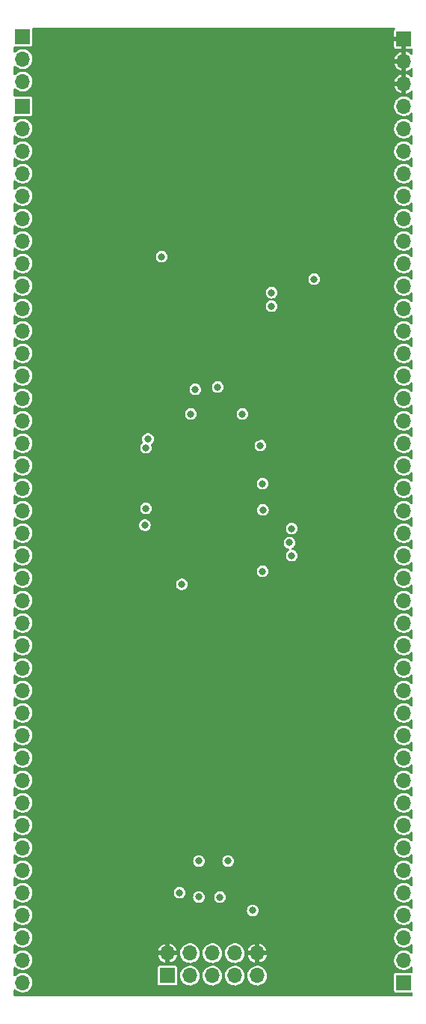
<source format=gbr>
%TF.GenerationSoftware,KiCad,Pcbnew,(6.0.0-0)*%
%TF.CreationDate,2023-01-15T17:49:43+00:00*%
%TF.ProjectId,altera-7128-adaptor,616c7465-7261-42d3-9731-32382d616461,rev?*%
%TF.SameCoordinates,Original*%
%TF.FileFunction,Copper,L3,Inr*%
%TF.FilePolarity,Positive*%
%FSLAX46Y46*%
G04 Gerber Fmt 4.6, Leading zero omitted, Abs format (unit mm)*
G04 Created by KiCad (PCBNEW (6.0.0-0)) date 2023-01-15 17:49:43*
%MOMM*%
%LPD*%
G01*
G04 APERTURE LIST*
%TA.AperFunction,ComponentPad*%
%ADD10R,1.700000X1.700000*%
%TD*%
%TA.AperFunction,ComponentPad*%
%ADD11O,1.700000X1.700000*%
%TD*%
%TA.AperFunction,ViaPad*%
%ADD12C,0.800000*%
%TD*%
G04 APERTURE END LIST*
D10*
%TO.N,/TCK*%
%TO.C,J2*%
X118014511Y-132566489D03*
D11*
%TO.N,GND*%
X118014511Y-130026489D03*
%TO.N,/TDO*%
X120554511Y-132566489D03*
%TO.N,+5V*%
X120554511Y-130026489D03*
%TO.N,/TMS*%
X123094511Y-132566489D03*
%TO.N,unconnected-(J2-Pad6)*%
X123094511Y-130026489D03*
%TO.N,unconnected-(J2-Pad7)*%
X125634511Y-132566489D03*
%TO.N,unconnected-(J2-Pad8)*%
X125634511Y-130026489D03*
%TO.N,/TDI*%
X128174511Y-132566489D03*
%TO.N,GND*%
X128174511Y-130026489D03*
%TD*%
D10*
%TO.N,+5V*%
%TO.C,J5*%
X101600000Y-26431000D03*
D11*
X101600000Y-28971000D03*
X101600000Y-31511000D03*
%TD*%
D10*
%TO.N,GND*%
%TO.C,J4*%
X144780000Y-26685000D03*
D11*
X144780000Y-29225000D03*
X144780000Y-31765000D03*
%TD*%
D10*
%TO.N,/GCLK1*%
%TO.C,J3*%
X101600000Y-34290000D03*
D11*
%TO.N,/IO2*%
X101600000Y-36830000D03*
%TO.N,/IO3*%
X101600000Y-39370000D03*
%TO.N,/IO4*%
X101600000Y-41910000D03*
%TO.N,/IO5*%
X101600000Y-44450000D03*
%TO.N,/IO6*%
X101600000Y-46990000D03*
%TO.N,/IO7*%
X101600000Y-49530000D03*
%TO.N,/IO8*%
X101600000Y-52070000D03*
%TO.N,/IO9*%
X101600000Y-54610000D03*
%TO.N,/IO10*%
X101600000Y-57150000D03*
%TO.N,/IO11*%
X101600000Y-59690000D03*
%TO.N,/IO12*%
X101600000Y-62230000D03*
%TO.N,/IO13*%
X101600000Y-64770000D03*
%TO.N,/IO14*%
X101600000Y-67310000D03*
%TO.N,/IO15*%
X101600000Y-69850000D03*
%TO.N,/IO16*%
X101600000Y-72390000D03*
%TO.N,/IO17*%
X101600000Y-74930000D03*
%TO.N,/IO18*%
X101600000Y-77470000D03*
%TO.N,/IO19*%
X101600000Y-80010000D03*
%TO.N,/IO20*%
X101600000Y-82550000D03*
%TO.N,/IO21*%
X101600000Y-85090000D03*
%TO.N,/IO22*%
X101600000Y-87630000D03*
%TO.N,/IO23*%
X101600000Y-90170000D03*
%TO.N,/IO24*%
X101600000Y-92710000D03*
%TO.N,/IO25*%
X101600000Y-95250000D03*
%TO.N,/IO26*%
X101600000Y-97790000D03*
%TO.N,/IO27*%
X101600000Y-100330000D03*
%TO.N,/IO28*%
X101600000Y-102870000D03*
%TO.N,/IO29*%
X101600000Y-105410000D03*
%TO.N,/IO30*%
X101600000Y-107950000D03*
%TO.N,/IO31*%
X101600000Y-110490000D03*
%TO.N,/IO32*%
X101600000Y-113030000D03*
%TO.N,/IO33*%
X101600000Y-115570000D03*
%TO.N,/IO34*%
X101600000Y-118110000D03*
%TO.N,/IO35*%
X101600000Y-120650000D03*
%TO.N,/IO36*%
X101600000Y-123190000D03*
%TO.N,/IO37*%
X101600000Y-125730000D03*
%TO.N,/IO38*%
X101600000Y-128270000D03*
%TO.N,/IO39*%
X101600000Y-130810000D03*
%TO.N,/IO40*%
X101600000Y-133350000D03*
%TD*%
D10*
%TO.N,/IO41*%
%TO.C,J1*%
X144780000Y-133350000D03*
D11*
%TO.N,/IO42*%
X144780000Y-130810000D03*
%TO.N,/IO43*%
X144780000Y-128270000D03*
%TO.N,/IO44*%
X144780000Y-125730000D03*
%TO.N,/IO45*%
X144780000Y-123190000D03*
%TO.N,/IO46*%
X144780000Y-120650000D03*
%TO.N,/IO47*%
X144780000Y-118110000D03*
%TO.N,/IO48*%
X144780000Y-115570000D03*
%TO.N,/IO49*%
X144780000Y-113030000D03*
%TO.N,/IO50*%
X144780000Y-110490000D03*
%TO.N,/IO51*%
X144780000Y-107950000D03*
%TO.N,/IO52*%
X144780000Y-105410000D03*
%TO.N,/IO53*%
X144780000Y-102870000D03*
%TO.N,/IO54*%
X144780000Y-100330000D03*
%TO.N,/IO55*%
X144780000Y-97790000D03*
%TO.N,/IO56*%
X144780000Y-95250000D03*
%TO.N,/IO57*%
X144780000Y-92710000D03*
%TO.N,/IO58*%
X144780000Y-90170000D03*
%TO.N,/IO59*%
X144780000Y-87630000D03*
%TO.N,/IO60*%
X144780000Y-85090000D03*
%TO.N,/IO61*%
X144780000Y-82550000D03*
%TO.N,/IO62*%
X144780000Y-80010000D03*
%TO.N,/IO63*%
X144780000Y-77470000D03*
%TO.N,/IO64*%
X144780000Y-74930000D03*
%TO.N,/IO65*%
X144780000Y-72390000D03*
%TO.N,/IO66*%
X144780000Y-69850000D03*
%TO.N,/IO67*%
X144780000Y-67310000D03*
%TO.N,/IO68*%
X144780000Y-64770000D03*
%TO.N,/IO69*%
X144780000Y-62230000D03*
%TO.N,/IO70*%
X144780000Y-59690000D03*
%TO.N,/IO71*%
X144780000Y-57150000D03*
%TO.N,/IO72*%
X144780000Y-54610000D03*
%TO.N,/IO73*%
X144780000Y-52070000D03*
%TO.N,/IO74*%
X144780000Y-49530000D03*
%TO.N,/IO75*%
X144780000Y-46990000D03*
%TO.N,/IO76*%
X144780000Y-44450000D03*
%TO.N,/IO77*%
X144780000Y-41910000D03*
%TO.N,/OE1*%
X144780000Y-39370000D03*
%TO.N,/GCLRN*%
X144780000Y-36830000D03*
%TO.N,/OE2{slash}GCLK2*%
X144780000Y-34290000D03*
%TD*%
D12*
%TO.N,+5V*%
X115443000Y-81661000D03*
X123952000Y-123698000D03*
X128778000Y-86868000D03*
X126492000Y-69088000D03*
X115798600Y-71907400D03*
X128778000Y-76962000D03*
X120650000Y-69088000D03*
X119631546Y-88339246D03*
X119380000Y-123190000D03*
%TO.N,GND*%
X117856000Y-69088000D03*
X128207930Y-71695789D03*
X123698000Y-69088000D03*
X115401793Y-86855324D03*
X125222000Y-88392000D03*
X115570000Y-77216000D03*
X126391511Y-119607489D03*
X121668890Y-88385096D03*
X128778000Y-81788000D03*
%TO.N,/IO46*%
X132080000Y-85090000D03*
%TO.N,/IO48*%
X131826000Y-83632100D03*
%TO.N,/IO50*%
X132080000Y-82042000D03*
%TO.N,/IO71*%
X134620000Y-53848000D03*
%TO.N,/GCLK1*%
X123698000Y-66040000D03*
%TO.N,/TCK*%
X124867511Y-119607489D03*
X128812718Y-79928784D03*
%TO.N,/TDO*%
X127661511Y-125195489D03*
X128524000Y-72644000D03*
%TO.N,/TMS*%
X115570000Y-79756000D03*
X121565511Y-119607489D03*
%TO.N,/TDI*%
X115570000Y-72898000D03*
X121565511Y-123671489D03*
%TO.N,/OE1*%
X129794000Y-56896000D03*
%TO.N,/GCLRN*%
X129794000Y-55372000D03*
%TO.N,/OE2{slash}GCLK2*%
X121158000Y-66294000D03*
X117348000Y-51308000D03*
%TD*%
%TA.AperFunction,Conductor*%
%TO.N,GND*%
G36*
X143776590Y-25420002D02*
G01*
X143823083Y-25473658D01*
X143833187Y-25543932D01*
X143803693Y-25608512D01*
X143778471Y-25630765D01*
X143757192Y-25644983D01*
X143739983Y-25662192D01*
X143697632Y-25725575D01*
X143688316Y-25748066D01*
X143677207Y-25803915D01*
X143676000Y-25816170D01*
X143676000Y-26412885D01*
X143680475Y-26428124D01*
X143681865Y-26429329D01*
X143689548Y-26431000D01*
X144908000Y-26431000D01*
X144976121Y-26451002D01*
X145022614Y-26504658D01*
X145034000Y-26557000D01*
X145034000Y-27770884D01*
X145038475Y-27786123D01*
X145039865Y-27787328D01*
X145047548Y-27788999D01*
X145648826Y-27788999D01*
X145657648Y-27788130D01*
X145727402Y-27801358D01*
X145778930Y-27850197D01*
X145796000Y-27913523D01*
X145796000Y-28372587D01*
X145775998Y-28440708D01*
X145722342Y-28487201D01*
X145652068Y-28497305D01*
X145584471Y-28465111D01*
X145459198Y-28349309D01*
X145450067Y-28342303D01*
X145288236Y-28240195D01*
X145277989Y-28234974D01*
X145100260Y-28164068D01*
X145089232Y-28160801D01*
X145051769Y-28153350D01*
X145038894Y-28154502D01*
X145034000Y-28169658D01*
X145034000Y-30285681D01*
X145037966Y-30299187D01*
X145046672Y-30300433D01*
X145225497Y-30239730D01*
X145235994Y-30235056D01*
X145402958Y-30141552D01*
X145412430Y-30135042D01*
X145559553Y-30012682D01*
X145567681Y-30004554D01*
X145573125Y-29998008D01*
X145632061Y-29958423D01*
X145703044Y-29956986D01*
X145763535Y-29994153D01*
X145794329Y-30058123D01*
X145796000Y-30078576D01*
X145796000Y-30912587D01*
X145775998Y-30980708D01*
X145722342Y-31027201D01*
X145652068Y-31037305D01*
X145584471Y-31005111D01*
X145459198Y-30889309D01*
X145450067Y-30882303D01*
X145288236Y-30780195D01*
X145277989Y-30774974D01*
X145100260Y-30704068D01*
X145089232Y-30700801D01*
X145051769Y-30693350D01*
X145038894Y-30694502D01*
X145034000Y-30709658D01*
X145034000Y-32825681D01*
X145037966Y-32839187D01*
X145046672Y-32840433D01*
X145225497Y-32779730D01*
X145235994Y-32775056D01*
X145402958Y-32681552D01*
X145412430Y-32675042D01*
X145559553Y-32552682D01*
X145567681Y-32544554D01*
X145573125Y-32538008D01*
X145632061Y-32498423D01*
X145703044Y-32496986D01*
X145763535Y-32534153D01*
X145794329Y-32598123D01*
X145796000Y-32618576D01*
X145796000Y-33436907D01*
X145775998Y-33505028D01*
X145722342Y-33551521D01*
X145652068Y-33561625D01*
X145584471Y-33529431D01*
X145577134Y-33522648D01*
X145455258Y-33409987D01*
X145450375Y-33406906D01*
X145450371Y-33406903D01*
X145288464Y-33304748D01*
X145283581Y-33301667D01*
X145095039Y-33226446D01*
X145089379Y-33225320D01*
X145089375Y-33225319D01*
X144901613Y-33187971D01*
X144901610Y-33187971D01*
X144895946Y-33186844D01*
X144890171Y-33186768D01*
X144890167Y-33186768D01*
X144788793Y-33185441D01*
X144692971Y-33184187D01*
X144687274Y-33185166D01*
X144687273Y-33185166D01*
X144599397Y-33200266D01*
X144492910Y-33218564D01*
X144302463Y-33288824D01*
X144128010Y-33392612D01*
X144123670Y-33396418D01*
X144123666Y-33396421D01*
X144077501Y-33436907D01*
X143975392Y-33526455D01*
X143971817Y-33530990D01*
X143971816Y-33530991D01*
X143947666Y-33561625D01*
X143849720Y-33685869D01*
X143847031Y-33690980D01*
X143847029Y-33690983D01*
X143799128Y-33782027D01*
X143755203Y-33865515D01*
X143695007Y-34059378D01*
X143671148Y-34260964D01*
X143684424Y-34463522D01*
X143734392Y-34660269D01*
X143736809Y-34665512D01*
X143816959Y-34839371D01*
X143819377Y-34844616D01*
X143936533Y-35010389D01*
X143940675Y-35014424D01*
X144002186Y-35074345D01*
X144081938Y-35152035D01*
X144250720Y-35264812D01*
X144256023Y-35267090D01*
X144256026Y-35267092D01*
X144387283Y-35323484D01*
X144437228Y-35344942D01*
X144510244Y-35361464D01*
X144629579Y-35388467D01*
X144629584Y-35388468D01*
X144635216Y-35389742D01*
X144640987Y-35389969D01*
X144640989Y-35389969D01*
X144700756Y-35392317D01*
X144838053Y-35397712D01*
X144945341Y-35382156D01*
X145033231Y-35369413D01*
X145033236Y-35369412D01*
X145038945Y-35368584D01*
X145044409Y-35366729D01*
X145044414Y-35366728D01*
X145225693Y-35305192D01*
X145225698Y-35305190D01*
X145231165Y-35303334D01*
X145408276Y-35204147D01*
X145447969Y-35171135D01*
X145559913Y-35078031D01*
X145564345Y-35074345D01*
X145568031Y-35069913D01*
X145568036Y-35069908D01*
X145573126Y-35063788D01*
X145632063Y-35024204D01*
X145703046Y-35022768D01*
X145763536Y-35059935D01*
X145794329Y-35123906D01*
X145796000Y-35144357D01*
X145796000Y-35976907D01*
X145775998Y-36045028D01*
X145722342Y-36091521D01*
X145652068Y-36101625D01*
X145584471Y-36069431D01*
X145577134Y-36062648D01*
X145455258Y-35949987D01*
X145450375Y-35946906D01*
X145450371Y-35946903D01*
X145288464Y-35844748D01*
X145283581Y-35841667D01*
X145095039Y-35766446D01*
X145089379Y-35765320D01*
X145089375Y-35765319D01*
X144901613Y-35727971D01*
X144901610Y-35727971D01*
X144895946Y-35726844D01*
X144890171Y-35726768D01*
X144890167Y-35726768D01*
X144788793Y-35725441D01*
X144692971Y-35724187D01*
X144687274Y-35725166D01*
X144687273Y-35725166D01*
X144498607Y-35757585D01*
X144492910Y-35758564D01*
X144302463Y-35828824D01*
X144128010Y-35932612D01*
X144123670Y-35936418D01*
X144123666Y-35936421D01*
X143999825Y-36045028D01*
X143975392Y-36066455D01*
X143971817Y-36070990D01*
X143971816Y-36070991D01*
X143954931Y-36092409D01*
X143849720Y-36225869D01*
X143847031Y-36230980D01*
X143847029Y-36230983D01*
X143834073Y-36255609D01*
X143755203Y-36405515D01*
X143695007Y-36599378D01*
X143671148Y-36800964D01*
X143684424Y-37003522D01*
X143685845Y-37009118D01*
X143685846Y-37009123D01*
X143706119Y-37088945D01*
X143734392Y-37200269D01*
X143736809Y-37205512D01*
X143774010Y-37286208D01*
X143819377Y-37384616D01*
X143936533Y-37550389D01*
X143940675Y-37554424D01*
X143997637Y-37609913D01*
X144081938Y-37692035D01*
X144250720Y-37804812D01*
X144256023Y-37807090D01*
X144256026Y-37807092D01*
X144344707Y-37845192D01*
X144437228Y-37884942D01*
X144510244Y-37901464D01*
X144629579Y-37928467D01*
X144629584Y-37928468D01*
X144635216Y-37929742D01*
X144640987Y-37929969D01*
X144640989Y-37929969D01*
X144700756Y-37932317D01*
X144838053Y-37937712D01*
X144938499Y-37923148D01*
X145033231Y-37909413D01*
X145033236Y-37909412D01*
X145038945Y-37908584D01*
X145044409Y-37906729D01*
X145044414Y-37906728D01*
X145225693Y-37845192D01*
X145225698Y-37845190D01*
X145231165Y-37843334D01*
X145408276Y-37744147D01*
X145470934Y-37692035D01*
X145559913Y-37618031D01*
X145564345Y-37614345D01*
X145568031Y-37609913D01*
X145568036Y-37609908D01*
X145573126Y-37603788D01*
X145632063Y-37564204D01*
X145703046Y-37562768D01*
X145763536Y-37599935D01*
X145794329Y-37663906D01*
X145796000Y-37684357D01*
X145796000Y-38516907D01*
X145775998Y-38585028D01*
X145722342Y-38631521D01*
X145652068Y-38641625D01*
X145584471Y-38609431D01*
X145577134Y-38602648D01*
X145455258Y-38489987D01*
X145450375Y-38486906D01*
X145450371Y-38486903D01*
X145288464Y-38384748D01*
X145283581Y-38381667D01*
X145095039Y-38306446D01*
X145089379Y-38305320D01*
X145089375Y-38305319D01*
X144901613Y-38267971D01*
X144901610Y-38267971D01*
X144895946Y-38266844D01*
X144890171Y-38266768D01*
X144890167Y-38266768D01*
X144788793Y-38265441D01*
X144692971Y-38264187D01*
X144687274Y-38265166D01*
X144687273Y-38265166D01*
X144498607Y-38297585D01*
X144492910Y-38298564D01*
X144302463Y-38368824D01*
X144128010Y-38472612D01*
X144123670Y-38476418D01*
X144123666Y-38476421D01*
X143999825Y-38585028D01*
X143975392Y-38606455D01*
X143971817Y-38610990D01*
X143971816Y-38610991D01*
X143954931Y-38632409D01*
X143849720Y-38765869D01*
X143847031Y-38770980D01*
X143847029Y-38770983D01*
X143834073Y-38795609D01*
X143755203Y-38945515D01*
X143695007Y-39139378D01*
X143671148Y-39340964D01*
X143684424Y-39543522D01*
X143685845Y-39549118D01*
X143685846Y-39549123D01*
X143706119Y-39628945D01*
X143734392Y-39740269D01*
X143736809Y-39745512D01*
X143774010Y-39826208D01*
X143819377Y-39924616D01*
X143936533Y-40090389D01*
X143940675Y-40094424D01*
X143997637Y-40149913D01*
X144081938Y-40232035D01*
X144250720Y-40344812D01*
X144256023Y-40347090D01*
X144256026Y-40347092D01*
X144344707Y-40385192D01*
X144437228Y-40424942D01*
X144510244Y-40441464D01*
X144629579Y-40468467D01*
X144629584Y-40468468D01*
X144635216Y-40469742D01*
X144640987Y-40469969D01*
X144640989Y-40469969D01*
X144700756Y-40472317D01*
X144838053Y-40477712D01*
X144938499Y-40463148D01*
X145033231Y-40449413D01*
X145033236Y-40449412D01*
X145038945Y-40448584D01*
X145044409Y-40446729D01*
X145044414Y-40446728D01*
X145225693Y-40385192D01*
X145225698Y-40385190D01*
X145231165Y-40383334D01*
X145408276Y-40284147D01*
X145470934Y-40232035D01*
X145559913Y-40158031D01*
X145564345Y-40154345D01*
X145568031Y-40149913D01*
X145568036Y-40149908D01*
X145573126Y-40143788D01*
X145632063Y-40104204D01*
X145703046Y-40102768D01*
X145763536Y-40139935D01*
X145794329Y-40203906D01*
X145796000Y-40224357D01*
X145796000Y-41056907D01*
X145775998Y-41125028D01*
X145722342Y-41171521D01*
X145652068Y-41181625D01*
X145584471Y-41149431D01*
X145577134Y-41142648D01*
X145455258Y-41029987D01*
X145450375Y-41026906D01*
X145450371Y-41026903D01*
X145288464Y-40924748D01*
X145283581Y-40921667D01*
X145095039Y-40846446D01*
X145089379Y-40845320D01*
X145089375Y-40845319D01*
X144901613Y-40807971D01*
X144901610Y-40807971D01*
X144895946Y-40806844D01*
X144890171Y-40806768D01*
X144890167Y-40806768D01*
X144788793Y-40805441D01*
X144692971Y-40804187D01*
X144687274Y-40805166D01*
X144687273Y-40805166D01*
X144498607Y-40837585D01*
X144492910Y-40838564D01*
X144302463Y-40908824D01*
X144128010Y-41012612D01*
X144123670Y-41016418D01*
X144123666Y-41016421D01*
X143999825Y-41125028D01*
X143975392Y-41146455D01*
X143971817Y-41150990D01*
X143971816Y-41150991D01*
X143954931Y-41172409D01*
X143849720Y-41305869D01*
X143847031Y-41310980D01*
X143847029Y-41310983D01*
X143834073Y-41335609D01*
X143755203Y-41485515D01*
X143695007Y-41679378D01*
X143671148Y-41880964D01*
X143684424Y-42083522D01*
X143685845Y-42089118D01*
X143685846Y-42089123D01*
X143706119Y-42168945D01*
X143734392Y-42280269D01*
X143736809Y-42285512D01*
X143774010Y-42366208D01*
X143819377Y-42464616D01*
X143936533Y-42630389D01*
X143940675Y-42634424D01*
X143997637Y-42689913D01*
X144081938Y-42772035D01*
X144250720Y-42884812D01*
X144256023Y-42887090D01*
X144256026Y-42887092D01*
X144344707Y-42925192D01*
X144437228Y-42964942D01*
X144510244Y-42981464D01*
X144629579Y-43008467D01*
X144629584Y-43008468D01*
X144635216Y-43009742D01*
X144640987Y-43009969D01*
X144640989Y-43009969D01*
X144700756Y-43012317D01*
X144838053Y-43017712D01*
X144938499Y-43003148D01*
X145033231Y-42989413D01*
X145033236Y-42989412D01*
X145038945Y-42988584D01*
X145044409Y-42986729D01*
X145044414Y-42986728D01*
X145225693Y-42925192D01*
X145225698Y-42925190D01*
X145231165Y-42923334D01*
X145408276Y-42824147D01*
X145470934Y-42772035D01*
X145559913Y-42698031D01*
X145564345Y-42694345D01*
X145568031Y-42689913D01*
X145568036Y-42689908D01*
X145573126Y-42683788D01*
X145632063Y-42644204D01*
X145703046Y-42642768D01*
X145763536Y-42679935D01*
X145794329Y-42743906D01*
X145796000Y-42764357D01*
X145796000Y-43596907D01*
X145775998Y-43665028D01*
X145722342Y-43711521D01*
X145652068Y-43721625D01*
X145584471Y-43689431D01*
X145577134Y-43682648D01*
X145455258Y-43569987D01*
X145450375Y-43566906D01*
X145450371Y-43566903D01*
X145288464Y-43464748D01*
X145283581Y-43461667D01*
X145095039Y-43386446D01*
X145089379Y-43385320D01*
X145089375Y-43385319D01*
X144901613Y-43347971D01*
X144901610Y-43347971D01*
X144895946Y-43346844D01*
X144890171Y-43346768D01*
X144890167Y-43346768D01*
X144788793Y-43345441D01*
X144692971Y-43344187D01*
X144687274Y-43345166D01*
X144687273Y-43345166D01*
X144498607Y-43377585D01*
X144492910Y-43378564D01*
X144302463Y-43448824D01*
X144128010Y-43552612D01*
X144123670Y-43556418D01*
X144123666Y-43556421D01*
X143999825Y-43665028D01*
X143975392Y-43686455D01*
X143971817Y-43690990D01*
X143971816Y-43690991D01*
X143954931Y-43712409D01*
X143849720Y-43845869D01*
X143847031Y-43850980D01*
X143847029Y-43850983D01*
X143834073Y-43875609D01*
X143755203Y-44025515D01*
X143695007Y-44219378D01*
X143671148Y-44420964D01*
X143684424Y-44623522D01*
X143685845Y-44629118D01*
X143685846Y-44629123D01*
X143706119Y-44708945D01*
X143734392Y-44820269D01*
X143736809Y-44825512D01*
X143774010Y-44906208D01*
X143819377Y-45004616D01*
X143936533Y-45170389D01*
X143940675Y-45174424D01*
X143997637Y-45229913D01*
X144081938Y-45312035D01*
X144250720Y-45424812D01*
X144256023Y-45427090D01*
X144256026Y-45427092D01*
X144344707Y-45465192D01*
X144437228Y-45504942D01*
X144510244Y-45521464D01*
X144629579Y-45548467D01*
X144629584Y-45548468D01*
X144635216Y-45549742D01*
X144640987Y-45549969D01*
X144640989Y-45549969D01*
X144700756Y-45552317D01*
X144838053Y-45557712D01*
X144938499Y-45543148D01*
X145033231Y-45529413D01*
X145033236Y-45529412D01*
X145038945Y-45528584D01*
X145044409Y-45526729D01*
X145044414Y-45526728D01*
X145225693Y-45465192D01*
X145225698Y-45465190D01*
X145231165Y-45463334D01*
X145408276Y-45364147D01*
X145470934Y-45312035D01*
X145559913Y-45238031D01*
X145564345Y-45234345D01*
X145568031Y-45229913D01*
X145568036Y-45229908D01*
X145573126Y-45223788D01*
X145632063Y-45184204D01*
X145703046Y-45182768D01*
X145763536Y-45219935D01*
X145794329Y-45283906D01*
X145796000Y-45304357D01*
X145796000Y-46136907D01*
X145775998Y-46205028D01*
X145722342Y-46251521D01*
X145652068Y-46261625D01*
X145584471Y-46229431D01*
X145577134Y-46222648D01*
X145455258Y-46109987D01*
X145450375Y-46106906D01*
X145450371Y-46106903D01*
X145288464Y-46004748D01*
X145283581Y-46001667D01*
X145095039Y-45926446D01*
X145089379Y-45925320D01*
X145089375Y-45925319D01*
X144901613Y-45887971D01*
X144901610Y-45887971D01*
X144895946Y-45886844D01*
X144890171Y-45886768D01*
X144890167Y-45886768D01*
X144788793Y-45885441D01*
X144692971Y-45884187D01*
X144687274Y-45885166D01*
X144687273Y-45885166D01*
X144498607Y-45917585D01*
X144492910Y-45918564D01*
X144302463Y-45988824D01*
X144128010Y-46092612D01*
X144123670Y-46096418D01*
X144123666Y-46096421D01*
X143999825Y-46205028D01*
X143975392Y-46226455D01*
X143971817Y-46230990D01*
X143971816Y-46230991D01*
X143954931Y-46252409D01*
X143849720Y-46385869D01*
X143847031Y-46390980D01*
X143847029Y-46390983D01*
X143834073Y-46415609D01*
X143755203Y-46565515D01*
X143695007Y-46759378D01*
X143671148Y-46960964D01*
X143684424Y-47163522D01*
X143685845Y-47169118D01*
X143685846Y-47169123D01*
X143706119Y-47248945D01*
X143734392Y-47360269D01*
X143736809Y-47365512D01*
X143774010Y-47446208D01*
X143819377Y-47544616D01*
X143936533Y-47710389D01*
X143940675Y-47714424D01*
X143997637Y-47769913D01*
X144081938Y-47852035D01*
X144250720Y-47964812D01*
X144256023Y-47967090D01*
X144256026Y-47967092D01*
X144344707Y-48005192D01*
X144437228Y-48044942D01*
X144510244Y-48061464D01*
X144629579Y-48088467D01*
X144629584Y-48088468D01*
X144635216Y-48089742D01*
X144640987Y-48089969D01*
X144640989Y-48089969D01*
X144700756Y-48092317D01*
X144838053Y-48097712D01*
X144938499Y-48083148D01*
X145033231Y-48069413D01*
X145033236Y-48069412D01*
X145038945Y-48068584D01*
X145044409Y-48066729D01*
X145044414Y-48066728D01*
X145225693Y-48005192D01*
X145225698Y-48005190D01*
X145231165Y-48003334D01*
X145408276Y-47904147D01*
X145470934Y-47852035D01*
X145559913Y-47778031D01*
X145564345Y-47774345D01*
X145568031Y-47769913D01*
X145568036Y-47769908D01*
X145573126Y-47763788D01*
X145632063Y-47724204D01*
X145703046Y-47722768D01*
X145763536Y-47759935D01*
X145794329Y-47823906D01*
X145796000Y-47844357D01*
X145796000Y-48676907D01*
X145775998Y-48745028D01*
X145722342Y-48791521D01*
X145652068Y-48801625D01*
X145584471Y-48769431D01*
X145577134Y-48762648D01*
X145455258Y-48649987D01*
X145450375Y-48646906D01*
X145450371Y-48646903D01*
X145288464Y-48544748D01*
X145283581Y-48541667D01*
X145095039Y-48466446D01*
X145089379Y-48465320D01*
X145089375Y-48465319D01*
X144901613Y-48427971D01*
X144901610Y-48427971D01*
X144895946Y-48426844D01*
X144890171Y-48426768D01*
X144890167Y-48426768D01*
X144788793Y-48425441D01*
X144692971Y-48424187D01*
X144687274Y-48425166D01*
X144687273Y-48425166D01*
X144498607Y-48457585D01*
X144492910Y-48458564D01*
X144302463Y-48528824D01*
X144128010Y-48632612D01*
X144123670Y-48636418D01*
X144123666Y-48636421D01*
X143999825Y-48745028D01*
X143975392Y-48766455D01*
X143971817Y-48770990D01*
X143971816Y-48770991D01*
X143954931Y-48792409D01*
X143849720Y-48925869D01*
X143847031Y-48930980D01*
X143847029Y-48930983D01*
X143834073Y-48955609D01*
X143755203Y-49105515D01*
X143695007Y-49299378D01*
X143671148Y-49500964D01*
X143684424Y-49703522D01*
X143685845Y-49709118D01*
X143685846Y-49709123D01*
X143706119Y-49788945D01*
X143734392Y-49900269D01*
X143736809Y-49905512D01*
X143774010Y-49986208D01*
X143819377Y-50084616D01*
X143936533Y-50250389D01*
X143940675Y-50254424D01*
X143997637Y-50309913D01*
X144081938Y-50392035D01*
X144250720Y-50504812D01*
X144256023Y-50507090D01*
X144256026Y-50507092D01*
X144344707Y-50545192D01*
X144437228Y-50584942D01*
X144510244Y-50601464D01*
X144629579Y-50628467D01*
X144629584Y-50628468D01*
X144635216Y-50629742D01*
X144640987Y-50629969D01*
X144640989Y-50629969D01*
X144700756Y-50632317D01*
X144838053Y-50637712D01*
X144938499Y-50623148D01*
X145033231Y-50609413D01*
X145033236Y-50609412D01*
X145038945Y-50608584D01*
X145044409Y-50606729D01*
X145044414Y-50606728D01*
X145225693Y-50545192D01*
X145225698Y-50545190D01*
X145231165Y-50543334D01*
X145408276Y-50444147D01*
X145470934Y-50392035D01*
X145559913Y-50318031D01*
X145564345Y-50314345D01*
X145568031Y-50309913D01*
X145568036Y-50309908D01*
X145573126Y-50303788D01*
X145632063Y-50264204D01*
X145703046Y-50262768D01*
X145763536Y-50299935D01*
X145794329Y-50363906D01*
X145796000Y-50384357D01*
X145796000Y-51216907D01*
X145775998Y-51285028D01*
X145722342Y-51331521D01*
X145652068Y-51341625D01*
X145584471Y-51309431D01*
X145577134Y-51302648D01*
X145455258Y-51189987D01*
X145450375Y-51186906D01*
X145450371Y-51186903D01*
X145288464Y-51084748D01*
X145283581Y-51081667D01*
X145095039Y-51006446D01*
X145089379Y-51005320D01*
X145089375Y-51005319D01*
X144901613Y-50967971D01*
X144901610Y-50967971D01*
X144895946Y-50966844D01*
X144890171Y-50966768D01*
X144890167Y-50966768D01*
X144788793Y-50965441D01*
X144692971Y-50964187D01*
X144687274Y-50965166D01*
X144687273Y-50965166D01*
X144498607Y-50997585D01*
X144492910Y-50998564D01*
X144302463Y-51068824D01*
X144128010Y-51172612D01*
X144123670Y-51176418D01*
X144123666Y-51176421D01*
X143999825Y-51285028D01*
X143975392Y-51306455D01*
X143971817Y-51310990D01*
X143971816Y-51310991D01*
X143954931Y-51332409D01*
X143849720Y-51465869D01*
X143847031Y-51470980D01*
X143847029Y-51470983D01*
X143834073Y-51495609D01*
X143755203Y-51645515D01*
X143695007Y-51839378D01*
X143671148Y-52040964D01*
X143684424Y-52243522D01*
X143685845Y-52249118D01*
X143685846Y-52249123D01*
X143706119Y-52328945D01*
X143734392Y-52440269D01*
X143736809Y-52445512D01*
X143774010Y-52526208D01*
X143819377Y-52624616D01*
X143936533Y-52790389D01*
X143940675Y-52794424D01*
X143997637Y-52849913D01*
X144081938Y-52932035D01*
X144250720Y-53044812D01*
X144256023Y-53047090D01*
X144256026Y-53047092D01*
X144344707Y-53085192D01*
X144437228Y-53124942D01*
X144510244Y-53141464D01*
X144629579Y-53168467D01*
X144629584Y-53168468D01*
X144635216Y-53169742D01*
X144640987Y-53169969D01*
X144640989Y-53169969D01*
X144700756Y-53172317D01*
X144838053Y-53177712D01*
X144938499Y-53163148D01*
X145033231Y-53149413D01*
X145033236Y-53149412D01*
X145038945Y-53148584D01*
X145044409Y-53146729D01*
X145044414Y-53146728D01*
X145225693Y-53085192D01*
X145225698Y-53085190D01*
X145231165Y-53083334D01*
X145408276Y-52984147D01*
X145470934Y-52932035D01*
X145559913Y-52858031D01*
X145564345Y-52854345D01*
X145568031Y-52849913D01*
X145568036Y-52849908D01*
X145573126Y-52843788D01*
X145632063Y-52804204D01*
X145703046Y-52802768D01*
X145763536Y-52839935D01*
X145794329Y-52903906D01*
X145796000Y-52924357D01*
X145796000Y-53756907D01*
X145775998Y-53825028D01*
X145722342Y-53871521D01*
X145652068Y-53881625D01*
X145584471Y-53849431D01*
X145577134Y-53842648D01*
X145455258Y-53729987D01*
X145450375Y-53726906D01*
X145450371Y-53726903D01*
X145288464Y-53624748D01*
X145283581Y-53621667D01*
X145095039Y-53546446D01*
X145089379Y-53545320D01*
X145089375Y-53545319D01*
X144901613Y-53507971D01*
X144901610Y-53507971D01*
X144895946Y-53506844D01*
X144890171Y-53506768D01*
X144890167Y-53506768D01*
X144788793Y-53505441D01*
X144692971Y-53504187D01*
X144687274Y-53505166D01*
X144687273Y-53505166D01*
X144498607Y-53537585D01*
X144492910Y-53538564D01*
X144302463Y-53608824D01*
X144128010Y-53712612D01*
X144123670Y-53716418D01*
X144123666Y-53716421D01*
X143999825Y-53825028D01*
X143975392Y-53846455D01*
X143971817Y-53850990D01*
X143971816Y-53850991D01*
X143954931Y-53872409D01*
X143849720Y-54005869D01*
X143847031Y-54010980D01*
X143847029Y-54010983D01*
X143834073Y-54035609D01*
X143755203Y-54185515D01*
X143695007Y-54379378D01*
X143671148Y-54580964D01*
X143684424Y-54783522D01*
X143685845Y-54789118D01*
X143685846Y-54789123D01*
X143732971Y-54974674D01*
X143734392Y-54980269D01*
X143736809Y-54985512D01*
X143774010Y-55066208D01*
X143819377Y-55164616D01*
X143936533Y-55330389D01*
X143940675Y-55334424D01*
X143997637Y-55389913D01*
X144081938Y-55472035D01*
X144250720Y-55584812D01*
X144256023Y-55587090D01*
X144256026Y-55587092D01*
X144344707Y-55625192D01*
X144437228Y-55664942D01*
X144493270Y-55677623D01*
X144629579Y-55708467D01*
X144629584Y-55708468D01*
X144635216Y-55709742D01*
X144640987Y-55709969D01*
X144640989Y-55709969D01*
X144700756Y-55712317D01*
X144838053Y-55717712D01*
X144938499Y-55703148D01*
X145033231Y-55689413D01*
X145033236Y-55689412D01*
X145038945Y-55688584D01*
X145044409Y-55686729D01*
X145044414Y-55686728D01*
X145225693Y-55625192D01*
X145225698Y-55625190D01*
X145231165Y-55623334D01*
X145408276Y-55524147D01*
X145419271Y-55515003D01*
X145559913Y-55398031D01*
X145564345Y-55394345D01*
X145568031Y-55389913D01*
X145568036Y-55389908D01*
X145573126Y-55383788D01*
X145632063Y-55344204D01*
X145703046Y-55342768D01*
X145763536Y-55379935D01*
X145794329Y-55443906D01*
X145796000Y-55464357D01*
X145796000Y-56296907D01*
X145775998Y-56365028D01*
X145722342Y-56411521D01*
X145652068Y-56421625D01*
X145584471Y-56389431D01*
X145577134Y-56382648D01*
X145455258Y-56269987D01*
X145450375Y-56266906D01*
X145450371Y-56266903D01*
X145288464Y-56164748D01*
X145283581Y-56161667D01*
X145095039Y-56086446D01*
X145089379Y-56085320D01*
X145089375Y-56085319D01*
X144901613Y-56047971D01*
X144901610Y-56047971D01*
X144895946Y-56046844D01*
X144890171Y-56046768D01*
X144890167Y-56046768D01*
X144788793Y-56045441D01*
X144692971Y-56044187D01*
X144687274Y-56045166D01*
X144687273Y-56045166D01*
X144498607Y-56077585D01*
X144492910Y-56078564D01*
X144302463Y-56148824D01*
X144128010Y-56252612D01*
X144123670Y-56256418D01*
X144123666Y-56256421D01*
X144015758Y-56351055D01*
X143975392Y-56386455D01*
X143971817Y-56390990D01*
X143971816Y-56390991D01*
X143954931Y-56412409D01*
X143849720Y-56545869D01*
X143847031Y-56550980D01*
X143847029Y-56550983D01*
X143822477Y-56597649D01*
X143755203Y-56725515D01*
X143695007Y-56919378D01*
X143671148Y-57120964D01*
X143684424Y-57323522D01*
X143685845Y-57329118D01*
X143685846Y-57329123D01*
X143713255Y-57437042D01*
X143734392Y-57520269D01*
X143736809Y-57525512D01*
X143774010Y-57606208D01*
X143819377Y-57704616D01*
X143936533Y-57870389D01*
X143940675Y-57874424D01*
X143997637Y-57929913D01*
X144081938Y-58012035D01*
X144250720Y-58124812D01*
X144256023Y-58127090D01*
X144256026Y-58127092D01*
X144344707Y-58165192D01*
X144437228Y-58204942D01*
X144510244Y-58221464D01*
X144629579Y-58248467D01*
X144629584Y-58248468D01*
X144635216Y-58249742D01*
X144640987Y-58249969D01*
X144640989Y-58249969D01*
X144700756Y-58252317D01*
X144838053Y-58257712D01*
X144938499Y-58243148D01*
X145033231Y-58229413D01*
X145033236Y-58229412D01*
X145038945Y-58228584D01*
X145044409Y-58226729D01*
X145044414Y-58226728D01*
X145225693Y-58165192D01*
X145225698Y-58165190D01*
X145231165Y-58163334D01*
X145408276Y-58064147D01*
X145470934Y-58012035D01*
X145559913Y-57938031D01*
X145564345Y-57934345D01*
X145568031Y-57929913D01*
X145568036Y-57929908D01*
X145573126Y-57923788D01*
X145632063Y-57884204D01*
X145703046Y-57882768D01*
X145763536Y-57919935D01*
X145794329Y-57983906D01*
X145796000Y-58004357D01*
X145796000Y-58836907D01*
X145775998Y-58905028D01*
X145722342Y-58951521D01*
X145652068Y-58961625D01*
X145584471Y-58929431D01*
X145577134Y-58922648D01*
X145455258Y-58809987D01*
X145450375Y-58806906D01*
X145450371Y-58806903D01*
X145288464Y-58704748D01*
X145283581Y-58701667D01*
X145095039Y-58626446D01*
X145089379Y-58625320D01*
X145089375Y-58625319D01*
X144901613Y-58587971D01*
X144901610Y-58587971D01*
X144895946Y-58586844D01*
X144890171Y-58586768D01*
X144890167Y-58586768D01*
X144788793Y-58585441D01*
X144692971Y-58584187D01*
X144687274Y-58585166D01*
X144687273Y-58585166D01*
X144498607Y-58617585D01*
X144492910Y-58618564D01*
X144302463Y-58688824D01*
X144128010Y-58792612D01*
X144123670Y-58796418D01*
X144123666Y-58796421D01*
X143999825Y-58905028D01*
X143975392Y-58926455D01*
X143971817Y-58930990D01*
X143971816Y-58930991D01*
X143954931Y-58952409D01*
X143849720Y-59085869D01*
X143847031Y-59090980D01*
X143847029Y-59090983D01*
X143834073Y-59115609D01*
X143755203Y-59265515D01*
X143695007Y-59459378D01*
X143671148Y-59660964D01*
X143684424Y-59863522D01*
X143685845Y-59869118D01*
X143685846Y-59869123D01*
X143706119Y-59948945D01*
X143734392Y-60060269D01*
X143736809Y-60065512D01*
X143774010Y-60146208D01*
X143819377Y-60244616D01*
X143936533Y-60410389D01*
X143940675Y-60414424D01*
X143997637Y-60469913D01*
X144081938Y-60552035D01*
X144250720Y-60664812D01*
X144256023Y-60667090D01*
X144256026Y-60667092D01*
X144344707Y-60705192D01*
X144437228Y-60744942D01*
X144510244Y-60761464D01*
X144629579Y-60788467D01*
X144629584Y-60788468D01*
X144635216Y-60789742D01*
X144640987Y-60789969D01*
X144640989Y-60789969D01*
X144700756Y-60792317D01*
X144838053Y-60797712D01*
X144938499Y-60783148D01*
X145033231Y-60769413D01*
X145033236Y-60769412D01*
X145038945Y-60768584D01*
X145044409Y-60766729D01*
X145044414Y-60766728D01*
X145225693Y-60705192D01*
X145225698Y-60705190D01*
X145231165Y-60703334D01*
X145408276Y-60604147D01*
X145470934Y-60552035D01*
X145559913Y-60478031D01*
X145564345Y-60474345D01*
X145568031Y-60469913D01*
X145568036Y-60469908D01*
X145573126Y-60463788D01*
X145632063Y-60424204D01*
X145703046Y-60422768D01*
X145763536Y-60459935D01*
X145794329Y-60523906D01*
X145796000Y-60544357D01*
X145796000Y-61376907D01*
X145775998Y-61445028D01*
X145722342Y-61491521D01*
X145652068Y-61501625D01*
X145584471Y-61469431D01*
X145577134Y-61462648D01*
X145455258Y-61349987D01*
X145450375Y-61346906D01*
X145450371Y-61346903D01*
X145288464Y-61244748D01*
X145283581Y-61241667D01*
X145095039Y-61166446D01*
X145089379Y-61165320D01*
X145089375Y-61165319D01*
X144901613Y-61127971D01*
X144901610Y-61127971D01*
X144895946Y-61126844D01*
X144890171Y-61126768D01*
X144890167Y-61126768D01*
X144788793Y-61125441D01*
X144692971Y-61124187D01*
X144687274Y-61125166D01*
X144687273Y-61125166D01*
X144498607Y-61157585D01*
X144492910Y-61158564D01*
X144302463Y-61228824D01*
X144128010Y-61332612D01*
X144123670Y-61336418D01*
X144123666Y-61336421D01*
X143999825Y-61445028D01*
X143975392Y-61466455D01*
X143971817Y-61470990D01*
X143971816Y-61470991D01*
X143954931Y-61492409D01*
X143849720Y-61625869D01*
X143847031Y-61630980D01*
X143847029Y-61630983D01*
X143834073Y-61655609D01*
X143755203Y-61805515D01*
X143695007Y-61999378D01*
X143671148Y-62200964D01*
X143684424Y-62403522D01*
X143685845Y-62409118D01*
X143685846Y-62409123D01*
X143706119Y-62488945D01*
X143734392Y-62600269D01*
X143736809Y-62605512D01*
X143774010Y-62686208D01*
X143819377Y-62784616D01*
X143936533Y-62950389D01*
X143940675Y-62954424D01*
X143997637Y-63009913D01*
X144081938Y-63092035D01*
X144250720Y-63204812D01*
X144256023Y-63207090D01*
X144256026Y-63207092D01*
X144344707Y-63245192D01*
X144437228Y-63284942D01*
X144510244Y-63301464D01*
X144629579Y-63328467D01*
X144629584Y-63328468D01*
X144635216Y-63329742D01*
X144640987Y-63329969D01*
X144640989Y-63329969D01*
X144700756Y-63332317D01*
X144838053Y-63337712D01*
X144938499Y-63323148D01*
X145033231Y-63309413D01*
X145033236Y-63309412D01*
X145038945Y-63308584D01*
X145044409Y-63306729D01*
X145044414Y-63306728D01*
X145225693Y-63245192D01*
X145225698Y-63245190D01*
X145231165Y-63243334D01*
X145408276Y-63144147D01*
X145470934Y-63092035D01*
X145559913Y-63018031D01*
X145564345Y-63014345D01*
X145568031Y-63009913D01*
X145568036Y-63009908D01*
X145573126Y-63003788D01*
X145632063Y-62964204D01*
X145703046Y-62962768D01*
X145763536Y-62999935D01*
X145794329Y-63063906D01*
X145796000Y-63084357D01*
X145796000Y-63916907D01*
X145775998Y-63985028D01*
X145722342Y-64031521D01*
X145652068Y-64041625D01*
X145584471Y-64009431D01*
X145577134Y-64002648D01*
X145455258Y-63889987D01*
X145450375Y-63886906D01*
X145450371Y-63886903D01*
X145288464Y-63784748D01*
X145283581Y-63781667D01*
X145095039Y-63706446D01*
X145089379Y-63705320D01*
X145089375Y-63705319D01*
X144901613Y-63667971D01*
X144901610Y-63667971D01*
X144895946Y-63666844D01*
X144890171Y-63666768D01*
X144890167Y-63666768D01*
X144788793Y-63665441D01*
X144692971Y-63664187D01*
X144687274Y-63665166D01*
X144687273Y-63665166D01*
X144498607Y-63697585D01*
X144492910Y-63698564D01*
X144302463Y-63768824D01*
X144128010Y-63872612D01*
X144123670Y-63876418D01*
X144123666Y-63876421D01*
X143999825Y-63985028D01*
X143975392Y-64006455D01*
X143971817Y-64010990D01*
X143971816Y-64010991D01*
X143954931Y-64032409D01*
X143849720Y-64165869D01*
X143847031Y-64170980D01*
X143847029Y-64170983D01*
X143834073Y-64195609D01*
X143755203Y-64345515D01*
X143695007Y-64539378D01*
X143671148Y-64740964D01*
X143684424Y-64943522D01*
X143685845Y-64949118D01*
X143685846Y-64949123D01*
X143706119Y-65028945D01*
X143734392Y-65140269D01*
X143736809Y-65145512D01*
X143774010Y-65226208D01*
X143819377Y-65324616D01*
X143936533Y-65490389D01*
X143940675Y-65494424D01*
X143997637Y-65549913D01*
X144081938Y-65632035D01*
X144250720Y-65744812D01*
X144256023Y-65747090D01*
X144256026Y-65747092D01*
X144344707Y-65785192D01*
X144437228Y-65824942D01*
X144510244Y-65841464D01*
X144629579Y-65868467D01*
X144629584Y-65868468D01*
X144635216Y-65869742D01*
X144640987Y-65869969D01*
X144640989Y-65869969D01*
X144700756Y-65872317D01*
X144838053Y-65877712D01*
X144938499Y-65863148D01*
X145033231Y-65849413D01*
X145033236Y-65849412D01*
X145038945Y-65848584D01*
X145044409Y-65846729D01*
X145044414Y-65846728D01*
X145225693Y-65785192D01*
X145225698Y-65785190D01*
X145231165Y-65783334D01*
X145408276Y-65684147D01*
X145417310Y-65676634D01*
X145559913Y-65558031D01*
X145564345Y-65554345D01*
X145568031Y-65549913D01*
X145568036Y-65549908D01*
X145573126Y-65543788D01*
X145632063Y-65504204D01*
X145703046Y-65502768D01*
X145763536Y-65539935D01*
X145794329Y-65603906D01*
X145796000Y-65624357D01*
X145796000Y-66456907D01*
X145775998Y-66525028D01*
X145722342Y-66571521D01*
X145652068Y-66581625D01*
X145584471Y-66549431D01*
X145577134Y-66542648D01*
X145455258Y-66429987D01*
X145450375Y-66426906D01*
X145450371Y-66426903D01*
X145288464Y-66324748D01*
X145283581Y-66321667D01*
X145095039Y-66246446D01*
X145089379Y-66245320D01*
X145089375Y-66245319D01*
X144901613Y-66207971D01*
X144901610Y-66207971D01*
X144895946Y-66206844D01*
X144890171Y-66206768D01*
X144890167Y-66206768D01*
X144788793Y-66205441D01*
X144692971Y-66204187D01*
X144687274Y-66205166D01*
X144687273Y-66205166D01*
X144498607Y-66237585D01*
X144492910Y-66238564D01*
X144302463Y-66308824D01*
X144128010Y-66412612D01*
X144123670Y-66416418D01*
X144123666Y-66416421D01*
X144038393Y-66491204D01*
X143975392Y-66546455D01*
X143971817Y-66550990D01*
X143971816Y-66550991D01*
X143955010Y-66572309D01*
X143849720Y-66705869D01*
X143847031Y-66710980D01*
X143847029Y-66710983D01*
X143799128Y-66802027D01*
X143755203Y-66885515D01*
X143695007Y-67079378D01*
X143671148Y-67280964D01*
X143684424Y-67483522D01*
X143685845Y-67489118D01*
X143685846Y-67489123D01*
X143706119Y-67568945D01*
X143734392Y-67680269D01*
X143736809Y-67685512D01*
X143774010Y-67766208D01*
X143819377Y-67864616D01*
X143936533Y-68030389D01*
X143940675Y-68034424D01*
X143997637Y-68089913D01*
X144081938Y-68172035D01*
X144250720Y-68284812D01*
X144256023Y-68287090D01*
X144256026Y-68287092D01*
X144344707Y-68325192D01*
X144437228Y-68364942D01*
X144510244Y-68381464D01*
X144629579Y-68408467D01*
X144629584Y-68408468D01*
X144635216Y-68409742D01*
X144640987Y-68409969D01*
X144640989Y-68409969D01*
X144700756Y-68412317D01*
X144838053Y-68417712D01*
X144938499Y-68403148D01*
X145033231Y-68389413D01*
X145033236Y-68389412D01*
X145038945Y-68388584D01*
X145044409Y-68386729D01*
X145044414Y-68386728D01*
X145225693Y-68325192D01*
X145225698Y-68325190D01*
X145231165Y-68323334D01*
X145408276Y-68224147D01*
X145470934Y-68172035D01*
X145559913Y-68098031D01*
X145564345Y-68094345D01*
X145568031Y-68089913D01*
X145568036Y-68089908D01*
X145573126Y-68083788D01*
X145632063Y-68044204D01*
X145703046Y-68042768D01*
X145763536Y-68079935D01*
X145794329Y-68143906D01*
X145796000Y-68164357D01*
X145796000Y-68996907D01*
X145775998Y-69065028D01*
X145722342Y-69111521D01*
X145652068Y-69121625D01*
X145584471Y-69089431D01*
X145577134Y-69082648D01*
X145455258Y-68969987D01*
X145450375Y-68966906D01*
X145450371Y-68966903D01*
X145288464Y-68864748D01*
X145283581Y-68861667D01*
X145095039Y-68786446D01*
X145089379Y-68785320D01*
X145089375Y-68785319D01*
X144901613Y-68747971D01*
X144901610Y-68747971D01*
X144895946Y-68746844D01*
X144890171Y-68746768D01*
X144890167Y-68746768D01*
X144788793Y-68745441D01*
X144692971Y-68744187D01*
X144687274Y-68745166D01*
X144687273Y-68745166D01*
X144498607Y-68777585D01*
X144492910Y-68778564D01*
X144302463Y-68848824D01*
X144128010Y-68952612D01*
X144123670Y-68956418D01*
X144123666Y-68956421D01*
X143999825Y-69065028D01*
X143975392Y-69086455D01*
X143971817Y-69090990D01*
X143971816Y-69090991D01*
X143954931Y-69112409D01*
X143849720Y-69245869D01*
X143847031Y-69250980D01*
X143847029Y-69250983D01*
X143834073Y-69275609D01*
X143755203Y-69425515D01*
X143695007Y-69619378D01*
X143671148Y-69820964D01*
X143684424Y-70023522D01*
X143685845Y-70029118D01*
X143685846Y-70029123D01*
X143706119Y-70108945D01*
X143734392Y-70220269D01*
X143736809Y-70225512D01*
X143774010Y-70306208D01*
X143819377Y-70404616D01*
X143936533Y-70570389D01*
X143940675Y-70574424D01*
X143997637Y-70629913D01*
X144081938Y-70712035D01*
X144250720Y-70824812D01*
X144256023Y-70827090D01*
X144256026Y-70827092D01*
X144344707Y-70865192D01*
X144437228Y-70904942D01*
X144510244Y-70921464D01*
X144629579Y-70948467D01*
X144629584Y-70948468D01*
X144635216Y-70949742D01*
X144640987Y-70949969D01*
X144640989Y-70949969D01*
X144700756Y-70952317D01*
X144838053Y-70957712D01*
X144938499Y-70943148D01*
X145033231Y-70929413D01*
X145033236Y-70929412D01*
X145038945Y-70928584D01*
X145044409Y-70926729D01*
X145044414Y-70926728D01*
X145225693Y-70865192D01*
X145225698Y-70865190D01*
X145231165Y-70863334D01*
X145408276Y-70764147D01*
X145470934Y-70712035D01*
X145559913Y-70638031D01*
X145564345Y-70634345D01*
X145568031Y-70629913D01*
X145568036Y-70629908D01*
X145573126Y-70623788D01*
X145632063Y-70584204D01*
X145703046Y-70582768D01*
X145763536Y-70619935D01*
X145794329Y-70683906D01*
X145796000Y-70704357D01*
X145796000Y-71536907D01*
X145775998Y-71605028D01*
X145722342Y-71651521D01*
X145652068Y-71661625D01*
X145584471Y-71629431D01*
X145577134Y-71622648D01*
X145455258Y-71509987D01*
X145450375Y-71506906D01*
X145450371Y-71506903D01*
X145288464Y-71404748D01*
X145283581Y-71401667D01*
X145095039Y-71326446D01*
X145089379Y-71325320D01*
X145089375Y-71325319D01*
X144901613Y-71287971D01*
X144901610Y-71287971D01*
X144895946Y-71286844D01*
X144890171Y-71286768D01*
X144890167Y-71286768D01*
X144788793Y-71285441D01*
X144692971Y-71284187D01*
X144687274Y-71285166D01*
X144687273Y-71285166D01*
X144498607Y-71317585D01*
X144492910Y-71318564D01*
X144302463Y-71388824D01*
X144128010Y-71492612D01*
X144123670Y-71496418D01*
X144123666Y-71496421D01*
X144017385Y-71589628D01*
X143975392Y-71626455D01*
X143971817Y-71630990D01*
X143971816Y-71630991D01*
X143954931Y-71652409D01*
X143849720Y-71785869D01*
X143847031Y-71790980D01*
X143847029Y-71790983D01*
X143834073Y-71815609D01*
X143755203Y-71965515D01*
X143695007Y-72159378D01*
X143671148Y-72360964D01*
X143684424Y-72563522D01*
X143685845Y-72569118D01*
X143685846Y-72569123D01*
X143709407Y-72661891D01*
X143734392Y-72760269D01*
X143736809Y-72765512D01*
X143774010Y-72846208D01*
X143819377Y-72944616D01*
X143831397Y-72961624D01*
X143922314Y-73090269D01*
X143936533Y-73110389D01*
X143940675Y-73114424D01*
X143997637Y-73169913D01*
X144081938Y-73252035D01*
X144250720Y-73364812D01*
X144256023Y-73367090D01*
X144256026Y-73367092D01*
X144423495Y-73439042D01*
X144437228Y-73444942D01*
X144510244Y-73461464D01*
X144629579Y-73488467D01*
X144629584Y-73488468D01*
X144635216Y-73489742D01*
X144640987Y-73489969D01*
X144640989Y-73489969D01*
X144700756Y-73492317D01*
X144838053Y-73497712D01*
X144938499Y-73483148D01*
X145033231Y-73469413D01*
X145033236Y-73469412D01*
X145038945Y-73468584D01*
X145044409Y-73466729D01*
X145044414Y-73466728D01*
X145225693Y-73405192D01*
X145225698Y-73405190D01*
X145231165Y-73403334D01*
X145408276Y-73304147D01*
X145415669Y-73297999D01*
X145559913Y-73178031D01*
X145564345Y-73174345D01*
X145568031Y-73169913D01*
X145568036Y-73169908D01*
X145573126Y-73163788D01*
X145632063Y-73124204D01*
X145703046Y-73122768D01*
X145763536Y-73159935D01*
X145794329Y-73223906D01*
X145796000Y-73244357D01*
X145796000Y-74076907D01*
X145775998Y-74145028D01*
X145722342Y-74191521D01*
X145652068Y-74201625D01*
X145584471Y-74169431D01*
X145577134Y-74162648D01*
X145455258Y-74049987D01*
X145450375Y-74046906D01*
X145450371Y-74046903D01*
X145288464Y-73944748D01*
X145283581Y-73941667D01*
X145095039Y-73866446D01*
X145089379Y-73865320D01*
X145089375Y-73865319D01*
X144901613Y-73827971D01*
X144901610Y-73827971D01*
X144895946Y-73826844D01*
X144890171Y-73826768D01*
X144890167Y-73826768D01*
X144788793Y-73825441D01*
X144692971Y-73824187D01*
X144687274Y-73825166D01*
X144687273Y-73825166D01*
X144498607Y-73857585D01*
X144492910Y-73858564D01*
X144302463Y-73928824D01*
X144128010Y-74032612D01*
X144123670Y-74036418D01*
X144123666Y-74036421D01*
X143999825Y-74145028D01*
X143975392Y-74166455D01*
X143971817Y-74170990D01*
X143971816Y-74170991D01*
X143954931Y-74192409D01*
X143849720Y-74325869D01*
X143847031Y-74330980D01*
X143847029Y-74330983D01*
X143834073Y-74355609D01*
X143755203Y-74505515D01*
X143695007Y-74699378D01*
X143671148Y-74900964D01*
X143684424Y-75103522D01*
X143685845Y-75109118D01*
X143685846Y-75109123D01*
X143706119Y-75188945D01*
X143734392Y-75300269D01*
X143736809Y-75305512D01*
X143774010Y-75386208D01*
X143819377Y-75484616D01*
X143936533Y-75650389D01*
X143940675Y-75654424D01*
X143997637Y-75709913D01*
X144081938Y-75792035D01*
X144250720Y-75904812D01*
X144256023Y-75907090D01*
X144256026Y-75907092D01*
X144344707Y-75945192D01*
X144437228Y-75984942D01*
X144510244Y-76001464D01*
X144629579Y-76028467D01*
X144629584Y-76028468D01*
X144635216Y-76029742D01*
X144640987Y-76029969D01*
X144640989Y-76029969D01*
X144700756Y-76032317D01*
X144838053Y-76037712D01*
X144938499Y-76023148D01*
X145033231Y-76009413D01*
X145033236Y-76009412D01*
X145038945Y-76008584D01*
X145044409Y-76006729D01*
X145044414Y-76006728D01*
X145225693Y-75945192D01*
X145225698Y-75945190D01*
X145231165Y-75943334D01*
X145408276Y-75844147D01*
X145470934Y-75792035D01*
X145559913Y-75718031D01*
X145564345Y-75714345D01*
X145568031Y-75709913D01*
X145568036Y-75709908D01*
X145573126Y-75703788D01*
X145632063Y-75664204D01*
X145703046Y-75662768D01*
X145763536Y-75699935D01*
X145794329Y-75763906D01*
X145796000Y-75784357D01*
X145796000Y-76616907D01*
X145775998Y-76685028D01*
X145722342Y-76731521D01*
X145652068Y-76741625D01*
X145584471Y-76709431D01*
X145577134Y-76702648D01*
X145455258Y-76589987D01*
X145450375Y-76586906D01*
X145450371Y-76586903D01*
X145288464Y-76484748D01*
X145283581Y-76481667D01*
X145095039Y-76406446D01*
X145089379Y-76405320D01*
X145089375Y-76405319D01*
X144901613Y-76367971D01*
X144901610Y-76367971D01*
X144895946Y-76366844D01*
X144890171Y-76366768D01*
X144890167Y-76366768D01*
X144788793Y-76365441D01*
X144692971Y-76364187D01*
X144687274Y-76365166D01*
X144687273Y-76365166D01*
X144498607Y-76397585D01*
X144492910Y-76398564D01*
X144302463Y-76468824D01*
X144128010Y-76572612D01*
X144123670Y-76576418D01*
X144123666Y-76576421D01*
X143999825Y-76685028D01*
X143975392Y-76706455D01*
X143971817Y-76710990D01*
X143971816Y-76710991D01*
X143954931Y-76732409D01*
X143849720Y-76865869D01*
X143847031Y-76870980D01*
X143847029Y-76870983D01*
X143834073Y-76895609D01*
X143755203Y-77045515D01*
X143695007Y-77239378D01*
X143671148Y-77440964D01*
X143684424Y-77643522D01*
X143685845Y-77649118D01*
X143685846Y-77649123D01*
X143706119Y-77728945D01*
X143734392Y-77840269D01*
X143736809Y-77845512D01*
X143774010Y-77926208D01*
X143819377Y-78024616D01*
X143936533Y-78190389D01*
X143940675Y-78194424D01*
X143997637Y-78249913D01*
X144081938Y-78332035D01*
X144250720Y-78444812D01*
X144256023Y-78447090D01*
X144256026Y-78447092D01*
X144344707Y-78485192D01*
X144437228Y-78524942D01*
X144510244Y-78541464D01*
X144629579Y-78568467D01*
X144629584Y-78568468D01*
X144635216Y-78569742D01*
X144640987Y-78569969D01*
X144640989Y-78569969D01*
X144700756Y-78572317D01*
X144838053Y-78577712D01*
X144938499Y-78563148D01*
X145033231Y-78549413D01*
X145033236Y-78549412D01*
X145038945Y-78548584D01*
X145044409Y-78546729D01*
X145044414Y-78546728D01*
X145225693Y-78485192D01*
X145225698Y-78485190D01*
X145231165Y-78483334D01*
X145408276Y-78384147D01*
X145470934Y-78332035D01*
X145559913Y-78258031D01*
X145564345Y-78254345D01*
X145568031Y-78249913D01*
X145568036Y-78249908D01*
X145573126Y-78243788D01*
X145632063Y-78204204D01*
X145703046Y-78202768D01*
X145763536Y-78239935D01*
X145794329Y-78303906D01*
X145796000Y-78324357D01*
X145796000Y-79156907D01*
X145775998Y-79225028D01*
X145722342Y-79271521D01*
X145652068Y-79281625D01*
X145584471Y-79249431D01*
X145577134Y-79242648D01*
X145455258Y-79129987D01*
X145450375Y-79126906D01*
X145450371Y-79126903D01*
X145288464Y-79024748D01*
X145283581Y-79021667D01*
X145095039Y-78946446D01*
X145089379Y-78945320D01*
X145089375Y-78945319D01*
X144901613Y-78907971D01*
X144901610Y-78907971D01*
X144895946Y-78906844D01*
X144890171Y-78906768D01*
X144890167Y-78906768D01*
X144788793Y-78905441D01*
X144692971Y-78904187D01*
X144687274Y-78905166D01*
X144687273Y-78905166D01*
X144498607Y-78937585D01*
X144492910Y-78938564D01*
X144302463Y-79008824D01*
X144128010Y-79112612D01*
X144123670Y-79116418D01*
X144123666Y-79116421D01*
X144015758Y-79211055D01*
X143975392Y-79246455D01*
X143971817Y-79250990D01*
X143971816Y-79250991D01*
X143954931Y-79272409D01*
X143849720Y-79405869D01*
X143847031Y-79410980D01*
X143847029Y-79410983D01*
X143822477Y-79457649D01*
X143755203Y-79585515D01*
X143695007Y-79779378D01*
X143671148Y-79980964D01*
X143684424Y-80183522D01*
X143685845Y-80189118D01*
X143685846Y-80189123D01*
X143713255Y-80297042D01*
X143734392Y-80380269D01*
X143736809Y-80385512D01*
X143807185Y-80538169D01*
X143819377Y-80564616D01*
X143936533Y-80730389D01*
X143940675Y-80734424D01*
X143997637Y-80789913D01*
X144081938Y-80872035D01*
X144250720Y-80984812D01*
X144256023Y-80987090D01*
X144256026Y-80987092D01*
X144431921Y-81062662D01*
X144437228Y-81064942D01*
X144510244Y-81081464D01*
X144629579Y-81108467D01*
X144629584Y-81108468D01*
X144635216Y-81109742D01*
X144640987Y-81109969D01*
X144640989Y-81109969D01*
X144698256Y-81112219D01*
X144838053Y-81117712D01*
X144938499Y-81103148D01*
X145033231Y-81089413D01*
X145033236Y-81089412D01*
X145038945Y-81088584D01*
X145044409Y-81086729D01*
X145044414Y-81086728D01*
X145225693Y-81025192D01*
X145225698Y-81025190D01*
X145231165Y-81023334D01*
X145260525Y-81006892D01*
X145305683Y-80981602D01*
X145408276Y-80924147D01*
X145470934Y-80872035D01*
X145559913Y-80798031D01*
X145564345Y-80794345D01*
X145568031Y-80789913D01*
X145568036Y-80789908D01*
X145573126Y-80783788D01*
X145632063Y-80744204D01*
X145703046Y-80742768D01*
X145763536Y-80779935D01*
X145794329Y-80843906D01*
X145796000Y-80864357D01*
X145796000Y-81696907D01*
X145775998Y-81765028D01*
X145722342Y-81811521D01*
X145652068Y-81821625D01*
X145584471Y-81789431D01*
X145577134Y-81782648D01*
X145455258Y-81669987D01*
X145450375Y-81666906D01*
X145450371Y-81666903D01*
X145288464Y-81564748D01*
X145283581Y-81561667D01*
X145095039Y-81486446D01*
X145089379Y-81485320D01*
X145089375Y-81485319D01*
X144901613Y-81447971D01*
X144901610Y-81447971D01*
X144895946Y-81446844D01*
X144890171Y-81446768D01*
X144890167Y-81446768D01*
X144788793Y-81445441D01*
X144692971Y-81444187D01*
X144687274Y-81445166D01*
X144687273Y-81445166D01*
X144498607Y-81477585D01*
X144492910Y-81478564D01*
X144302463Y-81548824D01*
X144128010Y-81652612D01*
X144123670Y-81656418D01*
X144123666Y-81656421D01*
X143999825Y-81765028D01*
X143975392Y-81786455D01*
X143971817Y-81790990D01*
X143971816Y-81790991D01*
X143955606Y-81811553D01*
X143849720Y-81945869D01*
X143847031Y-81950980D01*
X143847029Y-81950983D01*
X143829238Y-81984798D01*
X143755203Y-82125515D01*
X143695007Y-82319378D01*
X143671148Y-82520964D01*
X143684424Y-82723522D01*
X143685845Y-82729118D01*
X143685846Y-82729123D01*
X143706119Y-82808945D01*
X143734392Y-82920269D01*
X143736809Y-82925512D01*
X143777668Y-83014143D01*
X143819377Y-83104616D01*
X143822710Y-83109332D01*
X143884775Y-83197152D01*
X143936533Y-83270389D01*
X143940675Y-83274424D01*
X143997637Y-83329913D01*
X144081938Y-83412035D01*
X144250720Y-83524812D01*
X144256023Y-83527090D01*
X144256026Y-83527092D01*
X144344707Y-83565192D01*
X144437228Y-83604942D01*
X144493456Y-83617665D01*
X144629579Y-83648467D01*
X144629584Y-83648468D01*
X144635216Y-83649742D01*
X144640987Y-83649969D01*
X144640989Y-83649969D01*
X144700756Y-83652317D01*
X144838053Y-83657712D01*
X144947920Y-83641782D01*
X145033231Y-83629413D01*
X145033236Y-83629412D01*
X145038945Y-83628584D01*
X145044409Y-83626729D01*
X145044414Y-83626728D01*
X145225693Y-83565192D01*
X145225698Y-83565190D01*
X145231165Y-83563334D01*
X145408276Y-83464147D01*
X145470934Y-83412035D01*
X145559913Y-83338031D01*
X145564345Y-83334345D01*
X145568031Y-83329913D01*
X145568036Y-83329908D01*
X145573126Y-83323788D01*
X145632063Y-83284204D01*
X145703046Y-83282768D01*
X145763536Y-83319935D01*
X145794329Y-83383906D01*
X145796000Y-83404357D01*
X145796000Y-84236907D01*
X145775998Y-84305028D01*
X145722342Y-84351521D01*
X145652068Y-84361625D01*
X145584471Y-84329431D01*
X145577134Y-84322648D01*
X145455258Y-84209987D01*
X145450375Y-84206906D01*
X145450371Y-84206903D01*
X145288464Y-84104748D01*
X145283581Y-84101667D01*
X145095039Y-84026446D01*
X145089379Y-84025320D01*
X145089375Y-84025319D01*
X144901613Y-83987971D01*
X144901610Y-83987971D01*
X144895946Y-83986844D01*
X144890171Y-83986768D01*
X144890167Y-83986768D01*
X144788793Y-83985441D01*
X144692971Y-83984187D01*
X144687274Y-83985166D01*
X144687273Y-83985166D01*
X144498607Y-84017585D01*
X144492910Y-84018564D01*
X144302463Y-84088824D01*
X144128010Y-84192612D01*
X144123670Y-84196418D01*
X144123666Y-84196421D01*
X144022312Y-84285307D01*
X143975392Y-84326455D01*
X143971817Y-84330990D01*
X143971816Y-84330991D01*
X143954931Y-84352409D01*
X143849720Y-84485869D01*
X143847031Y-84490980D01*
X143847029Y-84490983D01*
X143816142Y-84549689D01*
X143755203Y-84665515D01*
X143695007Y-84859378D01*
X143671148Y-85060964D01*
X143684424Y-85263522D01*
X143685845Y-85269118D01*
X143685846Y-85269123D01*
X143706119Y-85348945D01*
X143734392Y-85460269D01*
X143736809Y-85465512D01*
X143771703Y-85541204D01*
X143819377Y-85644616D01*
X143936533Y-85810389D01*
X143940675Y-85814424D01*
X143997637Y-85869913D01*
X144081938Y-85952035D01*
X144250720Y-86064812D01*
X144256023Y-86067090D01*
X144256026Y-86067092D01*
X144344707Y-86105192D01*
X144437228Y-86144942D01*
X144510244Y-86161464D01*
X144629579Y-86188467D01*
X144629584Y-86188468D01*
X144635216Y-86189742D01*
X144640987Y-86189969D01*
X144640989Y-86189969D01*
X144700756Y-86192317D01*
X144838053Y-86197712D01*
X144938499Y-86183148D01*
X145033231Y-86169413D01*
X145033236Y-86169412D01*
X145038945Y-86168584D01*
X145044409Y-86166729D01*
X145044414Y-86166728D01*
X145225693Y-86105192D01*
X145225698Y-86105190D01*
X145231165Y-86103334D01*
X145408276Y-86004147D01*
X145470934Y-85952035D01*
X145559913Y-85878031D01*
X145564345Y-85874345D01*
X145568031Y-85869913D01*
X145568036Y-85869908D01*
X145573126Y-85863788D01*
X145632063Y-85824204D01*
X145703046Y-85822768D01*
X145763536Y-85859935D01*
X145794329Y-85923906D01*
X145796000Y-85944357D01*
X145796000Y-86776907D01*
X145775998Y-86845028D01*
X145722342Y-86891521D01*
X145652068Y-86901625D01*
X145584471Y-86869431D01*
X145577134Y-86862648D01*
X145455258Y-86749987D01*
X145450375Y-86746906D01*
X145450371Y-86746903D01*
X145288464Y-86644748D01*
X145283581Y-86641667D01*
X145095039Y-86566446D01*
X145089379Y-86565320D01*
X145089375Y-86565319D01*
X144901613Y-86527971D01*
X144901610Y-86527971D01*
X144895946Y-86526844D01*
X144890171Y-86526768D01*
X144890167Y-86526768D01*
X144788793Y-86525441D01*
X144692971Y-86524187D01*
X144687274Y-86525166D01*
X144687273Y-86525166D01*
X144498607Y-86557585D01*
X144492910Y-86558564D01*
X144302463Y-86628824D01*
X144128010Y-86732612D01*
X144123670Y-86736418D01*
X144123666Y-86736421D01*
X143999825Y-86845028D01*
X143975392Y-86866455D01*
X143971817Y-86870990D01*
X143971816Y-86870991D01*
X143954931Y-86892409D01*
X143849720Y-87025869D01*
X143847031Y-87030980D01*
X143847029Y-87030983D01*
X143834073Y-87055609D01*
X143755203Y-87205515D01*
X143695007Y-87399378D01*
X143671148Y-87600964D01*
X143684424Y-87803522D01*
X143685845Y-87809118D01*
X143685846Y-87809123D01*
X143732971Y-87994674D01*
X143734392Y-88000269D01*
X143736809Y-88005512D01*
X143814887Y-88174877D01*
X143819377Y-88184616D01*
X143822710Y-88189332D01*
X143931580Y-88343380D01*
X143936533Y-88350389D01*
X143940675Y-88354424D01*
X143997637Y-88409913D01*
X144081938Y-88492035D01*
X144250720Y-88604812D01*
X144256023Y-88607090D01*
X144256026Y-88607092D01*
X144386259Y-88663044D01*
X144437228Y-88684942D01*
X144510244Y-88701464D01*
X144629579Y-88728467D01*
X144629584Y-88728468D01*
X144635216Y-88729742D01*
X144640987Y-88729969D01*
X144640989Y-88729969D01*
X144700756Y-88732317D01*
X144838053Y-88737712D01*
X144938499Y-88723148D01*
X145033231Y-88709413D01*
X145033236Y-88709412D01*
X145038945Y-88708584D01*
X145044409Y-88706729D01*
X145044414Y-88706728D01*
X145225693Y-88645192D01*
X145225698Y-88645190D01*
X145231165Y-88643334D01*
X145252420Y-88631431D01*
X145305683Y-88601602D01*
X145408276Y-88544147D01*
X145440988Y-88516941D01*
X145559913Y-88418031D01*
X145564345Y-88414345D01*
X145568031Y-88409913D01*
X145568036Y-88409908D01*
X145573126Y-88403788D01*
X145632063Y-88364204D01*
X145703046Y-88362768D01*
X145763536Y-88399935D01*
X145794329Y-88463906D01*
X145796000Y-88484357D01*
X145796000Y-89316907D01*
X145775998Y-89385028D01*
X145722342Y-89431521D01*
X145652068Y-89441625D01*
X145584471Y-89409431D01*
X145577134Y-89402648D01*
X145455258Y-89289987D01*
X145450375Y-89286906D01*
X145450371Y-89286903D01*
X145288464Y-89184748D01*
X145283581Y-89181667D01*
X145095039Y-89106446D01*
X145089379Y-89105320D01*
X145089375Y-89105319D01*
X144901613Y-89067971D01*
X144901610Y-89067971D01*
X144895946Y-89066844D01*
X144890171Y-89066768D01*
X144890167Y-89066768D01*
X144788793Y-89065441D01*
X144692971Y-89064187D01*
X144687274Y-89065166D01*
X144687273Y-89065166D01*
X144498607Y-89097585D01*
X144492910Y-89098564D01*
X144302463Y-89168824D01*
X144128010Y-89272612D01*
X144123670Y-89276418D01*
X144123666Y-89276421D01*
X143999825Y-89385028D01*
X143975392Y-89406455D01*
X143971817Y-89410990D01*
X143971816Y-89410991D01*
X143954931Y-89432409D01*
X143849720Y-89565869D01*
X143847031Y-89570980D01*
X143847029Y-89570983D01*
X143834073Y-89595609D01*
X143755203Y-89745515D01*
X143695007Y-89939378D01*
X143671148Y-90140964D01*
X143684424Y-90343522D01*
X143685845Y-90349118D01*
X143685846Y-90349123D01*
X143706119Y-90428945D01*
X143734392Y-90540269D01*
X143736809Y-90545512D01*
X143774010Y-90626208D01*
X143819377Y-90724616D01*
X143936533Y-90890389D01*
X143940675Y-90894424D01*
X143997637Y-90949913D01*
X144081938Y-91032035D01*
X144250720Y-91144812D01*
X144256023Y-91147090D01*
X144256026Y-91147092D01*
X144344707Y-91185192D01*
X144437228Y-91224942D01*
X144510244Y-91241464D01*
X144629579Y-91268467D01*
X144629584Y-91268468D01*
X144635216Y-91269742D01*
X144640987Y-91269969D01*
X144640989Y-91269969D01*
X144700756Y-91272317D01*
X144838053Y-91277712D01*
X144938499Y-91263148D01*
X145033231Y-91249413D01*
X145033236Y-91249412D01*
X145038945Y-91248584D01*
X145044409Y-91246729D01*
X145044414Y-91246728D01*
X145225693Y-91185192D01*
X145225698Y-91185190D01*
X145231165Y-91183334D01*
X145408276Y-91084147D01*
X145470934Y-91032035D01*
X145559913Y-90958031D01*
X145564345Y-90954345D01*
X145568031Y-90949913D01*
X145568036Y-90949908D01*
X145573126Y-90943788D01*
X145632063Y-90904204D01*
X145703046Y-90902768D01*
X145763536Y-90939935D01*
X145794329Y-91003906D01*
X145796000Y-91024357D01*
X145796000Y-91856907D01*
X145775998Y-91925028D01*
X145722342Y-91971521D01*
X145652068Y-91981625D01*
X145584471Y-91949431D01*
X145577134Y-91942648D01*
X145455258Y-91829987D01*
X145450375Y-91826906D01*
X145450371Y-91826903D01*
X145288464Y-91724748D01*
X145283581Y-91721667D01*
X145095039Y-91646446D01*
X145089379Y-91645320D01*
X145089375Y-91645319D01*
X144901613Y-91607971D01*
X144901610Y-91607971D01*
X144895946Y-91606844D01*
X144890171Y-91606768D01*
X144890167Y-91606768D01*
X144788793Y-91605441D01*
X144692971Y-91604187D01*
X144687274Y-91605166D01*
X144687273Y-91605166D01*
X144498607Y-91637585D01*
X144492910Y-91638564D01*
X144302463Y-91708824D01*
X144128010Y-91812612D01*
X144123670Y-91816418D01*
X144123666Y-91816421D01*
X143999825Y-91925028D01*
X143975392Y-91946455D01*
X143971817Y-91950990D01*
X143971816Y-91950991D01*
X143954931Y-91972409D01*
X143849720Y-92105869D01*
X143847031Y-92110980D01*
X143847029Y-92110983D01*
X143834073Y-92135609D01*
X143755203Y-92285515D01*
X143695007Y-92479378D01*
X143671148Y-92680964D01*
X143684424Y-92883522D01*
X143685845Y-92889118D01*
X143685846Y-92889123D01*
X143706119Y-92968945D01*
X143734392Y-93080269D01*
X143736809Y-93085512D01*
X143774010Y-93166208D01*
X143819377Y-93264616D01*
X143936533Y-93430389D01*
X143940675Y-93434424D01*
X143997637Y-93489913D01*
X144081938Y-93572035D01*
X144250720Y-93684812D01*
X144256023Y-93687090D01*
X144256026Y-93687092D01*
X144344707Y-93725192D01*
X144437228Y-93764942D01*
X144510244Y-93781464D01*
X144629579Y-93808467D01*
X144629584Y-93808468D01*
X144635216Y-93809742D01*
X144640987Y-93809969D01*
X144640989Y-93809969D01*
X144700756Y-93812317D01*
X144838053Y-93817712D01*
X144938499Y-93803148D01*
X145033231Y-93789413D01*
X145033236Y-93789412D01*
X145038945Y-93788584D01*
X145044409Y-93786729D01*
X145044414Y-93786728D01*
X145225693Y-93725192D01*
X145225698Y-93725190D01*
X145231165Y-93723334D01*
X145408276Y-93624147D01*
X145470934Y-93572035D01*
X145559913Y-93498031D01*
X145564345Y-93494345D01*
X145568031Y-93489913D01*
X145568036Y-93489908D01*
X145573126Y-93483788D01*
X145632063Y-93444204D01*
X145703046Y-93442768D01*
X145763536Y-93479935D01*
X145794329Y-93543906D01*
X145796000Y-93564357D01*
X145796000Y-94396907D01*
X145775998Y-94465028D01*
X145722342Y-94511521D01*
X145652068Y-94521625D01*
X145584471Y-94489431D01*
X145577134Y-94482648D01*
X145455258Y-94369987D01*
X145450375Y-94366906D01*
X145450371Y-94366903D01*
X145288464Y-94264748D01*
X145283581Y-94261667D01*
X145095039Y-94186446D01*
X145089379Y-94185320D01*
X145089375Y-94185319D01*
X144901613Y-94147971D01*
X144901610Y-94147971D01*
X144895946Y-94146844D01*
X144890171Y-94146768D01*
X144890167Y-94146768D01*
X144788793Y-94145441D01*
X144692971Y-94144187D01*
X144687274Y-94145166D01*
X144687273Y-94145166D01*
X144498607Y-94177585D01*
X144492910Y-94178564D01*
X144302463Y-94248824D01*
X144128010Y-94352612D01*
X144123670Y-94356418D01*
X144123666Y-94356421D01*
X143999825Y-94465028D01*
X143975392Y-94486455D01*
X143971817Y-94490990D01*
X143971816Y-94490991D01*
X143954931Y-94512409D01*
X143849720Y-94645869D01*
X143847031Y-94650980D01*
X143847029Y-94650983D01*
X143834073Y-94675609D01*
X143755203Y-94825515D01*
X143695007Y-95019378D01*
X143671148Y-95220964D01*
X143684424Y-95423522D01*
X143685845Y-95429118D01*
X143685846Y-95429123D01*
X143706119Y-95508945D01*
X143734392Y-95620269D01*
X143736809Y-95625512D01*
X143774010Y-95706208D01*
X143819377Y-95804616D01*
X143936533Y-95970389D01*
X143940675Y-95974424D01*
X143997637Y-96029913D01*
X144081938Y-96112035D01*
X144250720Y-96224812D01*
X144256023Y-96227090D01*
X144256026Y-96227092D01*
X144344707Y-96265192D01*
X144437228Y-96304942D01*
X144510244Y-96321464D01*
X144629579Y-96348467D01*
X144629584Y-96348468D01*
X144635216Y-96349742D01*
X144640987Y-96349969D01*
X144640989Y-96349969D01*
X144700756Y-96352317D01*
X144838053Y-96357712D01*
X144938499Y-96343148D01*
X145033231Y-96329413D01*
X145033236Y-96329412D01*
X145038945Y-96328584D01*
X145044409Y-96326729D01*
X145044414Y-96326728D01*
X145225693Y-96265192D01*
X145225698Y-96265190D01*
X145231165Y-96263334D01*
X145408276Y-96164147D01*
X145470934Y-96112035D01*
X145559913Y-96038031D01*
X145564345Y-96034345D01*
X145568031Y-96029913D01*
X145568036Y-96029908D01*
X145573126Y-96023788D01*
X145632063Y-95984204D01*
X145703046Y-95982768D01*
X145763536Y-96019935D01*
X145794329Y-96083906D01*
X145796000Y-96104357D01*
X145796000Y-96936907D01*
X145775998Y-97005028D01*
X145722342Y-97051521D01*
X145652068Y-97061625D01*
X145584471Y-97029431D01*
X145577134Y-97022648D01*
X145455258Y-96909987D01*
X145450375Y-96906906D01*
X145450371Y-96906903D01*
X145288464Y-96804748D01*
X145283581Y-96801667D01*
X145095039Y-96726446D01*
X145089379Y-96725320D01*
X145089375Y-96725319D01*
X144901613Y-96687971D01*
X144901610Y-96687971D01*
X144895946Y-96686844D01*
X144890171Y-96686768D01*
X144890167Y-96686768D01*
X144788793Y-96685441D01*
X144692971Y-96684187D01*
X144687274Y-96685166D01*
X144687273Y-96685166D01*
X144498607Y-96717585D01*
X144492910Y-96718564D01*
X144302463Y-96788824D01*
X144128010Y-96892612D01*
X144123670Y-96896418D01*
X144123666Y-96896421D01*
X143999825Y-97005028D01*
X143975392Y-97026455D01*
X143971817Y-97030990D01*
X143971816Y-97030991D01*
X143954931Y-97052409D01*
X143849720Y-97185869D01*
X143847031Y-97190980D01*
X143847029Y-97190983D01*
X143834073Y-97215609D01*
X143755203Y-97365515D01*
X143695007Y-97559378D01*
X143671148Y-97760964D01*
X143684424Y-97963522D01*
X143685845Y-97969118D01*
X143685846Y-97969123D01*
X143706119Y-98048945D01*
X143734392Y-98160269D01*
X143736809Y-98165512D01*
X143774010Y-98246208D01*
X143819377Y-98344616D01*
X143936533Y-98510389D01*
X143940675Y-98514424D01*
X143997637Y-98569913D01*
X144081938Y-98652035D01*
X144250720Y-98764812D01*
X144256023Y-98767090D01*
X144256026Y-98767092D01*
X144344707Y-98805192D01*
X144437228Y-98844942D01*
X144510244Y-98861464D01*
X144629579Y-98888467D01*
X144629584Y-98888468D01*
X144635216Y-98889742D01*
X144640987Y-98889969D01*
X144640989Y-98889969D01*
X144700756Y-98892317D01*
X144838053Y-98897712D01*
X144938499Y-98883148D01*
X145033231Y-98869413D01*
X145033236Y-98869412D01*
X145038945Y-98868584D01*
X145044409Y-98866729D01*
X145044414Y-98866728D01*
X145225693Y-98805192D01*
X145225698Y-98805190D01*
X145231165Y-98803334D01*
X145408276Y-98704147D01*
X145470934Y-98652035D01*
X145559913Y-98578031D01*
X145564345Y-98574345D01*
X145568031Y-98569913D01*
X145568036Y-98569908D01*
X145573126Y-98563788D01*
X145632063Y-98524204D01*
X145703046Y-98522768D01*
X145763536Y-98559935D01*
X145794329Y-98623906D01*
X145796000Y-98644357D01*
X145796000Y-99476907D01*
X145775998Y-99545028D01*
X145722342Y-99591521D01*
X145652068Y-99601625D01*
X145584471Y-99569431D01*
X145577134Y-99562648D01*
X145455258Y-99449987D01*
X145450375Y-99446906D01*
X145450371Y-99446903D01*
X145288464Y-99344748D01*
X145283581Y-99341667D01*
X145095039Y-99266446D01*
X145089379Y-99265320D01*
X145089375Y-99265319D01*
X144901613Y-99227971D01*
X144901610Y-99227971D01*
X144895946Y-99226844D01*
X144890171Y-99226768D01*
X144890167Y-99226768D01*
X144788793Y-99225441D01*
X144692971Y-99224187D01*
X144687274Y-99225166D01*
X144687273Y-99225166D01*
X144498607Y-99257585D01*
X144492910Y-99258564D01*
X144302463Y-99328824D01*
X144128010Y-99432612D01*
X144123670Y-99436418D01*
X144123666Y-99436421D01*
X143999825Y-99545028D01*
X143975392Y-99566455D01*
X143971817Y-99570990D01*
X143971816Y-99570991D01*
X143954931Y-99592409D01*
X143849720Y-99725869D01*
X143847031Y-99730980D01*
X143847029Y-99730983D01*
X143834073Y-99755609D01*
X143755203Y-99905515D01*
X143695007Y-100099378D01*
X143671148Y-100300964D01*
X143684424Y-100503522D01*
X143685845Y-100509118D01*
X143685846Y-100509123D01*
X143706119Y-100588945D01*
X143734392Y-100700269D01*
X143736809Y-100705512D01*
X143774010Y-100786208D01*
X143819377Y-100884616D01*
X143936533Y-101050389D01*
X143940675Y-101054424D01*
X143997637Y-101109913D01*
X144081938Y-101192035D01*
X144250720Y-101304812D01*
X144256023Y-101307090D01*
X144256026Y-101307092D01*
X144344707Y-101345192D01*
X144437228Y-101384942D01*
X144510244Y-101401464D01*
X144629579Y-101428467D01*
X144629584Y-101428468D01*
X144635216Y-101429742D01*
X144640987Y-101429969D01*
X144640989Y-101429969D01*
X144700756Y-101432317D01*
X144838053Y-101437712D01*
X144938499Y-101423148D01*
X145033231Y-101409413D01*
X145033236Y-101409412D01*
X145038945Y-101408584D01*
X145044409Y-101406729D01*
X145044414Y-101406728D01*
X145225693Y-101345192D01*
X145225698Y-101345190D01*
X145231165Y-101343334D01*
X145408276Y-101244147D01*
X145470934Y-101192035D01*
X145559913Y-101118031D01*
X145564345Y-101114345D01*
X145568031Y-101109913D01*
X145568036Y-101109908D01*
X145573126Y-101103788D01*
X145632063Y-101064204D01*
X145703046Y-101062768D01*
X145763536Y-101099935D01*
X145794329Y-101163906D01*
X145796000Y-101184357D01*
X145796000Y-102016907D01*
X145775998Y-102085028D01*
X145722342Y-102131521D01*
X145652068Y-102141625D01*
X145584471Y-102109431D01*
X145577134Y-102102648D01*
X145455258Y-101989987D01*
X145450375Y-101986906D01*
X145450371Y-101986903D01*
X145288464Y-101884748D01*
X145283581Y-101881667D01*
X145095039Y-101806446D01*
X145089379Y-101805320D01*
X145089375Y-101805319D01*
X144901613Y-101767971D01*
X144901610Y-101767971D01*
X144895946Y-101766844D01*
X144890171Y-101766768D01*
X144890167Y-101766768D01*
X144788793Y-101765441D01*
X144692971Y-101764187D01*
X144687274Y-101765166D01*
X144687273Y-101765166D01*
X144498607Y-101797585D01*
X144492910Y-101798564D01*
X144302463Y-101868824D01*
X144128010Y-101972612D01*
X144123670Y-101976418D01*
X144123666Y-101976421D01*
X143999825Y-102085028D01*
X143975392Y-102106455D01*
X143971817Y-102110990D01*
X143971816Y-102110991D01*
X143954931Y-102132409D01*
X143849720Y-102265869D01*
X143847031Y-102270980D01*
X143847029Y-102270983D01*
X143834073Y-102295609D01*
X143755203Y-102445515D01*
X143695007Y-102639378D01*
X143671148Y-102840964D01*
X143684424Y-103043522D01*
X143685845Y-103049118D01*
X143685846Y-103049123D01*
X143706119Y-103128945D01*
X143734392Y-103240269D01*
X143736809Y-103245512D01*
X143774010Y-103326208D01*
X143819377Y-103424616D01*
X143936533Y-103590389D01*
X143940675Y-103594424D01*
X143997637Y-103649913D01*
X144081938Y-103732035D01*
X144250720Y-103844812D01*
X144256023Y-103847090D01*
X144256026Y-103847092D01*
X144344707Y-103885192D01*
X144437228Y-103924942D01*
X144510244Y-103941464D01*
X144629579Y-103968467D01*
X144629584Y-103968468D01*
X144635216Y-103969742D01*
X144640987Y-103969969D01*
X144640989Y-103969969D01*
X144700756Y-103972317D01*
X144838053Y-103977712D01*
X144938499Y-103963148D01*
X145033231Y-103949413D01*
X145033236Y-103949412D01*
X145038945Y-103948584D01*
X145044409Y-103946729D01*
X145044414Y-103946728D01*
X145225693Y-103885192D01*
X145225698Y-103885190D01*
X145231165Y-103883334D01*
X145408276Y-103784147D01*
X145470934Y-103732035D01*
X145559913Y-103658031D01*
X145564345Y-103654345D01*
X145568031Y-103649913D01*
X145568036Y-103649908D01*
X145573126Y-103643788D01*
X145632063Y-103604204D01*
X145703046Y-103602768D01*
X145763536Y-103639935D01*
X145794329Y-103703906D01*
X145796000Y-103724357D01*
X145796000Y-104556907D01*
X145775998Y-104625028D01*
X145722342Y-104671521D01*
X145652068Y-104681625D01*
X145584471Y-104649431D01*
X145577134Y-104642648D01*
X145455258Y-104529987D01*
X145450375Y-104526906D01*
X145450371Y-104526903D01*
X145288464Y-104424748D01*
X145283581Y-104421667D01*
X145095039Y-104346446D01*
X145089379Y-104345320D01*
X145089375Y-104345319D01*
X144901613Y-104307971D01*
X144901610Y-104307971D01*
X144895946Y-104306844D01*
X144890171Y-104306768D01*
X144890167Y-104306768D01*
X144788793Y-104305441D01*
X144692971Y-104304187D01*
X144687274Y-104305166D01*
X144687273Y-104305166D01*
X144498607Y-104337585D01*
X144492910Y-104338564D01*
X144302463Y-104408824D01*
X144128010Y-104512612D01*
X144123670Y-104516418D01*
X144123666Y-104516421D01*
X143999825Y-104625028D01*
X143975392Y-104646455D01*
X143971817Y-104650990D01*
X143971816Y-104650991D01*
X143954931Y-104672409D01*
X143849720Y-104805869D01*
X143847031Y-104810980D01*
X143847029Y-104810983D01*
X143834073Y-104835609D01*
X143755203Y-104985515D01*
X143695007Y-105179378D01*
X143671148Y-105380964D01*
X143684424Y-105583522D01*
X143685845Y-105589118D01*
X143685846Y-105589123D01*
X143706119Y-105668945D01*
X143734392Y-105780269D01*
X143736809Y-105785512D01*
X143774010Y-105866208D01*
X143819377Y-105964616D01*
X143936533Y-106130389D01*
X143940675Y-106134424D01*
X143997637Y-106189913D01*
X144081938Y-106272035D01*
X144250720Y-106384812D01*
X144256023Y-106387090D01*
X144256026Y-106387092D01*
X144344707Y-106425192D01*
X144437228Y-106464942D01*
X144510244Y-106481464D01*
X144629579Y-106508467D01*
X144629584Y-106508468D01*
X144635216Y-106509742D01*
X144640987Y-106509969D01*
X144640989Y-106509969D01*
X144700756Y-106512317D01*
X144838053Y-106517712D01*
X144938499Y-106503148D01*
X145033231Y-106489413D01*
X145033236Y-106489412D01*
X145038945Y-106488584D01*
X145044409Y-106486729D01*
X145044414Y-106486728D01*
X145225693Y-106425192D01*
X145225698Y-106425190D01*
X145231165Y-106423334D01*
X145408276Y-106324147D01*
X145470934Y-106272035D01*
X145559913Y-106198031D01*
X145564345Y-106194345D01*
X145568031Y-106189913D01*
X145568036Y-106189908D01*
X145573126Y-106183788D01*
X145632063Y-106144204D01*
X145703046Y-106142768D01*
X145763536Y-106179935D01*
X145794329Y-106243906D01*
X145796000Y-106264357D01*
X145796000Y-107096907D01*
X145775998Y-107165028D01*
X145722342Y-107211521D01*
X145652068Y-107221625D01*
X145584471Y-107189431D01*
X145577134Y-107182648D01*
X145455258Y-107069987D01*
X145450375Y-107066906D01*
X145450371Y-107066903D01*
X145288464Y-106964748D01*
X145283581Y-106961667D01*
X145095039Y-106886446D01*
X145089379Y-106885320D01*
X145089375Y-106885319D01*
X144901613Y-106847971D01*
X144901610Y-106847971D01*
X144895946Y-106846844D01*
X144890171Y-106846768D01*
X144890167Y-106846768D01*
X144788793Y-106845441D01*
X144692971Y-106844187D01*
X144687274Y-106845166D01*
X144687273Y-106845166D01*
X144498607Y-106877585D01*
X144492910Y-106878564D01*
X144302463Y-106948824D01*
X144128010Y-107052612D01*
X144123670Y-107056418D01*
X144123666Y-107056421D01*
X143999825Y-107165028D01*
X143975392Y-107186455D01*
X143971817Y-107190990D01*
X143971816Y-107190991D01*
X143954931Y-107212409D01*
X143849720Y-107345869D01*
X143847031Y-107350980D01*
X143847029Y-107350983D01*
X143834073Y-107375609D01*
X143755203Y-107525515D01*
X143695007Y-107719378D01*
X143671148Y-107920964D01*
X143684424Y-108123522D01*
X143685845Y-108129118D01*
X143685846Y-108129123D01*
X143706119Y-108208945D01*
X143734392Y-108320269D01*
X143736809Y-108325512D01*
X143774010Y-108406208D01*
X143819377Y-108504616D01*
X143936533Y-108670389D01*
X143940675Y-108674424D01*
X143997637Y-108729913D01*
X144081938Y-108812035D01*
X144250720Y-108924812D01*
X144256023Y-108927090D01*
X144256026Y-108927092D01*
X144344707Y-108965192D01*
X144437228Y-109004942D01*
X144510244Y-109021464D01*
X144629579Y-109048467D01*
X144629584Y-109048468D01*
X144635216Y-109049742D01*
X144640987Y-109049969D01*
X144640989Y-109049969D01*
X144700756Y-109052317D01*
X144838053Y-109057712D01*
X144938499Y-109043148D01*
X145033231Y-109029413D01*
X145033236Y-109029412D01*
X145038945Y-109028584D01*
X145044409Y-109026729D01*
X145044414Y-109026728D01*
X145225693Y-108965192D01*
X145225698Y-108965190D01*
X145231165Y-108963334D01*
X145408276Y-108864147D01*
X145470934Y-108812035D01*
X145559913Y-108738031D01*
X145564345Y-108734345D01*
X145568031Y-108729913D01*
X145568036Y-108729908D01*
X145573126Y-108723788D01*
X145632063Y-108684204D01*
X145703046Y-108682768D01*
X145763536Y-108719935D01*
X145794329Y-108783906D01*
X145796000Y-108804357D01*
X145796000Y-109636907D01*
X145775998Y-109705028D01*
X145722342Y-109751521D01*
X145652068Y-109761625D01*
X145584471Y-109729431D01*
X145577134Y-109722648D01*
X145455258Y-109609987D01*
X145450375Y-109606906D01*
X145450371Y-109606903D01*
X145288464Y-109504748D01*
X145283581Y-109501667D01*
X145095039Y-109426446D01*
X145089379Y-109425320D01*
X145089375Y-109425319D01*
X144901613Y-109387971D01*
X144901610Y-109387971D01*
X144895946Y-109386844D01*
X144890171Y-109386768D01*
X144890167Y-109386768D01*
X144788793Y-109385441D01*
X144692971Y-109384187D01*
X144687274Y-109385166D01*
X144687273Y-109385166D01*
X144498607Y-109417585D01*
X144492910Y-109418564D01*
X144302463Y-109488824D01*
X144128010Y-109592612D01*
X144123670Y-109596418D01*
X144123666Y-109596421D01*
X143999825Y-109705028D01*
X143975392Y-109726455D01*
X143971817Y-109730990D01*
X143971816Y-109730991D01*
X143954931Y-109752409D01*
X143849720Y-109885869D01*
X143847031Y-109890980D01*
X143847029Y-109890983D01*
X143834073Y-109915609D01*
X143755203Y-110065515D01*
X143695007Y-110259378D01*
X143671148Y-110460964D01*
X143684424Y-110663522D01*
X143685845Y-110669118D01*
X143685846Y-110669123D01*
X143706119Y-110748945D01*
X143734392Y-110860269D01*
X143736809Y-110865512D01*
X143774010Y-110946208D01*
X143819377Y-111044616D01*
X143936533Y-111210389D01*
X143940675Y-111214424D01*
X143997637Y-111269913D01*
X144081938Y-111352035D01*
X144250720Y-111464812D01*
X144256023Y-111467090D01*
X144256026Y-111467092D01*
X144344707Y-111505192D01*
X144437228Y-111544942D01*
X144510244Y-111561464D01*
X144629579Y-111588467D01*
X144629584Y-111588468D01*
X144635216Y-111589742D01*
X144640987Y-111589969D01*
X144640989Y-111589969D01*
X144700756Y-111592317D01*
X144838053Y-111597712D01*
X144938499Y-111583148D01*
X145033231Y-111569413D01*
X145033236Y-111569412D01*
X145038945Y-111568584D01*
X145044409Y-111566729D01*
X145044414Y-111566728D01*
X145225693Y-111505192D01*
X145225698Y-111505190D01*
X145231165Y-111503334D01*
X145408276Y-111404147D01*
X145470934Y-111352035D01*
X145559913Y-111278031D01*
X145564345Y-111274345D01*
X145568031Y-111269913D01*
X145568036Y-111269908D01*
X145573126Y-111263788D01*
X145632063Y-111224204D01*
X145703046Y-111222768D01*
X145763536Y-111259935D01*
X145794329Y-111323906D01*
X145796000Y-111344357D01*
X145796000Y-112176907D01*
X145775998Y-112245028D01*
X145722342Y-112291521D01*
X145652068Y-112301625D01*
X145584471Y-112269431D01*
X145577134Y-112262648D01*
X145455258Y-112149987D01*
X145450375Y-112146906D01*
X145450371Y-112146903D01*
X145288464Y-112044748D01*
X145283581Y-112041667D01*
X145095039Y-111966446D01*
X145089379Y-111965320D01*
X145089375Y-111965319D01*
X144901613Y-111927971D01*
X144901610Y-111927971D01*
X144895946Y-111926844D01*
X144890171Y-111926768D01*
X144890167Y-111926768D01*
X144788793Y-111925441D01*
X144692971Y-111924187D01*
X144687274Y-111925166D01*
X144687273Y-111925166D01*
X144498607Y-111957585D01*
X144492910Y-111958564D01*
X144302463Y-112028824D01*
X144128010Y-112132612D01*
X144123670Y-112136418D01*
X144123666Y-112136421D01*
X143999825Y-112245028D01*
X143975392Y-112266455D01*
X143971817Y-112270990D01*
X143971816Y-112270991D01*
X143954931Y-112292409D01*
X143849720Y-112425869D01*
X143847031Y-112430980D01*
X143847029Y-112430983D01*
X143834073Y-112455609D01*
X143755203Y-112605515D01*
X143695007Y-112799378D01*
X143671148Y-113000964D01*
X143684424Y-113203522D01*
X143685845Y-113209118D01*
X143685846Y-113209123D01*
X143706119Y-113288945D01*
X143734392Y-113400269D01*
X143736809Y-113405512D01*
X143774010Y-113486208D01*
X143819377Y-113584616D01*
X143936533Y-113750389D01*
X143940675Y-113754424D01*
X143997637Y-113809913D01*
X144081938Y-113892035D01*
X144250720Y-114004812D01*
X144256023Y-114007090D01*
X144256026Y-114007092D01*
X144344707Y-114045192D01*
X144437228Y-114084942D01*
X144510244Y-114101464D01*
X144629579Y-114128467D01*
X144629584Y-114128468D01*
X144635216Y-114129742D01*
X144640987Y-114129969D01*
X144640989Y-114129969D01*
X144700756Y-114132317D01*
X144838053Y-114137712D01*
X144938499Y-114123148D01*
X145033231Y-114109413D01*
X145033236Y-114109412D01*
X145038945Y-114108584D01*
X145044409Y-114106729D01*
X145044414Y-114106728D01*
X145225693Y-114045192D01*
X145225698Y-114045190D01*
X145231165Y-114043334D01*
X145408276Y-113944147D01*
X145470934Y-113892035D01*
X145559913Y-113818031D01*
X145564345Y-113814345D01*
X145568031Y-113809913D01*
X145568036Y-113809908D01*
X145573126Y-113803788D01*
X145632063Y-113764204D01*
X145703046Y-113762768D01*
X145763536Y-113799935D01*
X145794329Y-113863906D01*
X145796000Y-113884357D01*
X145796000Y-114716907D01*
X145775998Y-114785028D01*
X145722342Y-114831521D01*
X145652068Y-114841625D01*
X145584471Y-114809431D01*
X145577134Y-114802648D01*
X145455258Y-114689987D01*
X145450375Y-114686906D01*
X145450371Y-114686903D01*
X145288464Y-114584748D01*
X145283581Y-114581667D01*
X145095039Y-114506446D01*
X145089379Y-114505320D01*
X145089375Y-114505319D01*
X144901613Y-114467971D01*
X144901610Y-114467971D01*
X144895946Y-114466844D01*
X144890171Y-114466768D01*
X144890167Y-114466768D01*
X144788793Y-114465441D01*
X144692971Y-114464187D01*
X144687274Y-114465166D01*
X144687273Y-114465166D01*
X144498607Y-114497585D01*
X144492910Y-114498564D01*
X144302463Y-114568824D01*
X144128010Y-114672612D01*
X144123670Y-114676418D01*
X144123666Y-114676421D01*
X143999825Y-114785028D01*
X143975392Y-114806455D01*
X143971817Y-114810990D01*
X143971816Y-114810991D01*
X143954931Y-114832409D01*
X143849720Y-114965869D01*
X143847031Y-114970980D01*
X143847029Y-114970983D01*
X143834073Y-114995609D01*
X143755203Y-115145515D01*
X143695007Y-115339378D01*
X143671148Y-115540964D01*
X143684424Y-115743522D01*
X143685845Y-115749118D01*
X143685846Y-115749123D01*
X143706119Y-115828945D01*
X143734392Y-115940269D01*
X143736809Y-115945512D01*
X143774010Y-116026208D01*
X143819377Y-116124616D01*
X143936533Y-116290389D01*
X143940675Y-116294424D01*
X143997637Y-116349913D01*
X144081938Y-116432035D01*
X144250720Y-116544812D01*
X144256023Y-116547090D01*
X144256026Y-116547092D01*
X144344707Y-116585192D01*
X144437228Y-116624942D01*
X144510244Y-116641464D01*
X144629579Y-116668467D01*
X144629584Y-116668468D01*
X144635216Y-116669742D01*
X144640987Y-116669969D01*
X144640989Y-116669969D01*
X144700756Y-116672317D01*
X144838053Y-116677712D01*
X144938499Y-116663148D01*
X145033231Y-116649413D01*
X145033236Y-116649412D01*
X145038945Y-116648584D01*
X145044409Y-116646729D01*
X145044414Y-116646728D01*
X145225693Y-116585192D01*
X145225698Y-116585190D01*
X145231165Y-116583334D01*
X145408276Y-116484147D01*
X145470934Y-116432035D01*
X145559913Y-116358031D01*
X145564345Y-116354345D01*
X145568031Y-116349913D01*
X145568036Y-116349908D01*
X145573126Y-116343788D01*
X145632063Y-116304204D01*
X145703046Y-116302768D01*
X145763536Y-116339935D01*
X145794329Y-116403906D01*
X145796000Y-116424357D01*
X145796000Y-117256907D01*
X145775998Y-117325028D01*
X145722342Y-117371521D01*
X145652068Y-117381625D01*
X145584471Y-117349431D01*
X145577134Y-117342648D01*
X145455258Y-117229987D01*
X145450375Y-117226906D01*
X145450371Y-117226903D01*
X145288464Y-117124748D01*
X145283581Y-117121667D01*
X145095039Y-117046446D01*
X145089379Y-117045320D01*
X145089375Y-117045319D01*
X144901613Y-117007971D01*
X144901610Y-117007971D01*
X144895946Y-117006844D01*
X144890171Y-117006768D01*
X144890167Y-117006768D01*
X144788793Y-117005441D01*
X144692971Y-117004187D01*
X144687274Y-117005166D01*
X144687273Y-117005166D01*
X144498607Y-117037585D01*
X144492910Y-117038564D01*
X144302463Y-117108824D01*
X144128010Y-117212612D01*
X144123670Y-117216418D01*
X144123666Y-117216421D01*
X143999825Y-117325028D01*
X143975392Y-117346455D01*
X143971817Y-117350990D01*
X143971816Y-117350991D01*
X143954931Y-117372409D01*
X143849720Y-117505869D01*
X143847031Y-117510980D01*
X143847029Y-117510983D01*
X143834073Y-117535609D01*
X143755203Y-117685515D01*
X143695007Y-117879378D01*
X143671148Y-118080964D01*
X143684424Y-118283522D01*
X143685845Y-118289118D01*
X143685846Y-118289123D01*
X143706119Y-118368945D01*
X143734392Y-118480269D01*
X143736809Y-118485512D01*
X143774010Y-118566208D01*
X143819377Y-118664616D01*
X143936533Y-118830389D01*
X143940675Y-118834424D01*
X143997637Y-118889913D01*
X144081938Y-118972035D01*
X144250720Y-119084812D01*
X144256023Y-119087090D01*
X144256026Y-119087092D01*
X144344707Y-119125192D01*
X144437228Y-119164942D01*
X144493787Y-119177740D01*
X144629579Y-119208467D01*
X144629584Y-119208468D01*
X144635216Y-119209742D01*
X144640987Y-119209969D01*
X144640989Y-119209969D01*
X144700756Y-119212317D01*
X144838053Y-119217712D01*
X144938499Y-119203148D01*
X145033231Y-119189413D01*
X145033236Y-119189412D01*
X145038945Y-119188584D01*
X145044409Y-119186729D01*
X145044414Y-119186728D01*
X145225693Y-119125192D01*
X145225698Y-119125190D01*
X145231165Y-119123334D01*
X145408276Y-119024147D01*
X145442687Y-118995528D01*
X145559913Y-118898031D01*
X145564345Y-118894345D01*
X145568031Y-118889913D01*
X145568036Y-118889908D01*
X145573126Y-118883788D01*
X145632063Y-118844204D01*
X145703046Y-118842768D01*
X145763536Y-118879935D01*
X145794329Y-118943906D01*
X145796000Y-118964357D01*
X145796000Y-119796907D01*
X145775998Y-119865028D01*
X145722342Y-119911521D01*
X145652068Y-119921625D01*
X145584471Y-119889431D01*
X145577134Y-119882648D01*
X145455258Y-119769987D01*
X145450375Y-119766906D01*
X145450371Y-119766903D01*
X145288464Y-119664748D01*
X145283581Y-119661667D01*
X145095039Y-119586446D01*
X145089379Y-119585320D01*
X145089375Y-119585319D01*
X144901613Y-119547971D01*
X144901610Y-119547971D01*
X144895946Y-119546844D01*
X144890171Y-119546768D01*
X144890167Y-119546768D01*
X144788793Y-119545441D01*
X144692971Y-119544187D01*
X144687274Y-119545166D01*
X144687273Y-119545166D01*
X144498607Y-119577585D01*
X144492910Y-119578564D01*
X144302463Y-119648824D01*
X144128010Y-119752612D01*
X144123670Y-119756418D01*
X144123666Y-119756421D01*
X143999825Y-119865028D01*
X143975392Y-119886455D01*
X143971817Y-119890990D01*
X143971816Y-119890991D01*
X143954931Y-119912409D01*
X143849720Y-120045869D01*
X143847031Y-120050980D01*
X143847029Y-120050983D01*
X143834073Y-120075609D01*
X143755203Y-120225515D01*
X143695007Y-120419378D01*
X143671148Y-120620964D01*
X143684424Y-120823522D01*
X143685845Y-120829118D01*
X143685846Y-120829123D01*
X143706119Y-120908945D01*
X143734392Y-121020269D01*
X143736809Y-121025512D01*
X143774010Y-121106208D01*
X143819377Y-121204616D01*
X143936533Y-121370389D01*
X143940675Y-121374424D01*
X143997637Y-121429913D01*
X144081938Y-121512035D01*
X144250720Y-121624812D01*
X144256023Y-121627090D01*
X144256026Y-121627092D01*
X144344707Y-121665192D01*
X144437228Y-121704942D01*
X144510244Y-121721464D01*
X144629579Y-121748467D01*
X144629584Y-121748468D01*
X144635216Y-121749742D01*
X144640987Y-121749969D01*
X144640989Y-121749969D01*
X144700756Y-121752317D01*
X144838053Y-121757712D01*
X144938499Y-121743148D01*
X145033231Y-121729413D01*
X145033236Y-121729412D01*
X145038945Y-121728584D01*
X145044409Y-121726729D01*
X145044414Y-121726728D01*
X145225693Y-121665192D01*
X145225698Y-121665190D01*
X145231165Y-121663334D01*
X145408276Y-121564147D01*
X145470934Y-121512035D01*
X145559913Y-121438031D01*
X145564345Y-121434345D01*
X145568031Y-121429913D01*
X145568036Y-121429908D01*
X145573126Y-121423788D01*
X145632063Y-121384204D01*
X145703046Y-121382768D01*
X145763536Y-121419935D01*
X145794329Y-121483906D01*
X145796000Y-121504357D01*
X145796000Y-122336907D01*
X145775998Y-122405028D01*
X145722342Y-122451521D01*
X145652068Y-122461625D01*
X145584471Y-122429431D01*
X145577134Y-122422648D01*
X145455258Y-122309987D01*
X145450375Y-122306906D01*
X145450371Y-122306903D01*
X145288464Y-122204748D01*
X145283581Y-122201667D01*
X145095039Y-122126446D01*
X145089379Y-122125320D01*
X145089375Y-122125319D01*
X144901613Y-122087971D01*
X144901610Y-122087971D01*
X144895946Y-122086844D01*
X144890171Y-122086768D01*
X144890167Y-122086768D01*
X144788793Y-122085441D01*
X144692971Y-122084187D01*
X144687274Y-122085166D01*
X144687273Y-122085166D01*
X144498607Y-122117585D01*
X144492910Y-122118564D01*
X144302463Y-122188824D01*
X144128010Y-122292612D01*
X144123670Y-122296418D01*
X144123666Y-122296421D01*
X143999825Y-122405028D01*
X143975392Y-122426455D01*
X143971817Y-122430990D01*
X143971816Y-122430991D01*
X143954931Y-122452409D01*
X143849720Y-122585869D01*
X143847031Y-122590980D01*
X143847029Y-122590983D01*
X143816142Y-122649689D01*
X143755203Y-122765515D01*
X143695007Y-122959378D01*
X143671148Y-123160964D01*
X143684424Y-123363522D01*
X143685845Y-123369118D01*
X143685846Y-123369123D01*
X143706119Y-123448945D01*
X143734392Y-123560269D01*
X143736809Y-123565512D01*
X143771703Y-123641204D01*
X143819377Y-123744616D01*
X143822710Y-123749332D01*
X143907029Y-123868641D01*
X143936533Y-123910389D01*
X143940675Y-123914424D01*
X143997637Y-123969913D01*
X144081938Y-124052035D01*
X144250720Y-124164812D01*
X144256023Y-124167090D01*
X144256026Y-124167092D01*
X144423495Y-124239042D01*
X144437228Y-124244942D01*
X144510244Y-124261464D01*
X144629579Y-124288467D01*
X144629584Y-124288468D01*
X144635216Y-124289742D01*
X144640987Y-124289969D01*
X144640989Y-124289969D01*
X144700756Y-124292317D01*
X144838053Y-124297712D01*
X144938499Y-124283148D01*
X145033231Y-124269413D01*
X145033236Y-124269412D01*
X145038945Y-124268584D01*
X145044409Y-124266729D01*
X145044414Y-124266728D01*
X145225693Y-124205192D01*
X145225698Y-124205190D01*
X145231165Y-124203334D01*
X145408276Y-124104147D01*
X145470934Y-124052035D01*
X145545300Y-123990185D01*
X145564345Y-123974345D01*
X145568031Y-123969913D01*
X145568036Y-123969908D01*
X145573126Y-123963788D01*
X145632063Y-123924204D01*
X145703046Y-123922768D01*
X145763536Y-123959935D01*
X145794329Y-124023906D01*
X145796000Y-124044357D01*
X145796000Y-124876907D01*
X145775998Y-124945028D01*
X145722342Y-124991521D01*
X145652068Y-125001625D01*
X145584471Y-124969431D01*
X145577134Y-124962648D01*
X145455258Y-124849987D01*
X145450375Y-124846906D01*
X145450371Y-124846903D01*
X145288464Y-124744748D01*
X145283581Y-124741667D01*
X145095039Y-124666446D01*
X145089379Y-124665320D01*
X145089375Y-124665319D01*
X144901613Y-124627971D01*
X144901610Y-124627971D01*
X144895946Y-124626844D01*
X144890171Y-124626768D01*
X144890167Y-124626768D01*
X144788793Y-124625441D01*
X144692971Y-124624187D01*
X144687274Y-124625166D01*
X144687273Y-124625166D01*
X144512615Y-124655178D01*
X144492910Y-124658564D01*
X144302463Y-124728824D01*
X144128010Y-124832612D01*
X144123670Y-124836418D01*
X144123666Y-124836421D01*
X143999825Y-124945028D01*
X143975392Y-124966455D01*
X143971817Y-124970990D01*
X143971816Y-124970991D01*
X143954931Y-124992409D01*
X143849720Y-125125869D01*
X143847031Y-125130980D01*
X143847029Y-125130983D01*
X143816723Y-125188585D01*
X143755203Y-125305515D01*
X143695007Y-125499378D01*
X143671148Y-125700964D01*
X143684424Y-125903522D01*
X143685845Y-125909118D01*
X143685846Y-125909123D01*
X143706119Y-125988945D01*
X143734392Y-126100269D01*
X143736809Y-126105512D01*
X143774010Y-126186208D01*
X143819377Y-126284616D01*
X143936533Y-126450389D01*
X143940675Y-126454424D01*
X143997637Y-126509913D01*
X144081938Y-126592035D01*
X144250720Y-126704812D01*
X144256023Y-126707090D01*
X144256026Y-126707092D01*
X144344707Y-126745192D01*
X144437228Y-126784942D01*
X144510244Y-126801464D01*
X144629579Y-126828467D01*
X144629584Y-126828468D01*
X144635216Y-126829742D01*
X144640987Y-126829969D01*
X144640989Y-126829969D01*
X144700756Y-126832317D01*
X144838053Y-126837712D01*
X144938499Y-126823148D01*
X145033231Y-126809413D01*
X145033236Y-126809412D01*
X145038945Y-126808584D01*
X145044409Y-126806729D01*
X145044414Y-126806728D01*
X145225693Y-126745192D01*
X145225698Y-126745190D01*
X145231165Y-126743334D01*
X145408276Y-126644147D01*
X145470934Y-126592035D01*
X145559913Y-126518031D01*
X145564345Y-126514345D01*
X145568031Y-126509913D01*
X145568036Y-126509908D01*
X145573126Y-126503788D01*
X145632063Y-126464204D01*
X145703046Y-126462768D01*
X145763536Y-126499935D01*
X145794329Y-126563906D01*
X145796000Y-126584357D01*
X145796000Y-127416907D01*
X145775998Y-127485028D01*
X145722342Y-127531521D01*
X145652068Y-127541625D01*
X145584471Y-127509431D01*
X145577134Y-127502648D01*
X145455258Y-127389987D01*
X145450375Y-127386906D01*
X145450371Y-127386903D01*
X145288464Y-127284748D01*
X145283581Y-127281667D01*
X145095039Y-127206446D01*
X145089379Y-127205320D01*
X145089375Y-127205319D01*
X144901613Y-127167971D01*
X144901610Y-127167971D01*
X144895946Y-127166844D01*
X144890171Y-127166768D01*
X144890167Y-127166768D01*
X144788793Y-127165441D01*
X144692971Y-127164187D01*
X144687274Y-127165166D01*
X144687273Y-127165166D01*
X144498607Y-127197585D01*
X144492910Y-127198564D01*
X144302463Y-127268824D01*
X144128010Y-127372612D01*
X144123670Y-127376418D01*
X144123666Y-127376421D01*
X143999825Y-127485028D01*
X143975392Y-127506455D01*
X143971817Y-127510990D01*
X143971816Y-127510991D01*
X143954931Y-127532409D01*
X143849720Y-127665869D01*
X143847031Y-127670980D01*
X143847029Y-127670983D01*
X143834073Y-127695609D01*
X143755203Y-127845515D01*
X143695007Y-128039378D01*
X143671148Y-128240964D01*
X143684424Y-128443522D01*
X143685845Y-128449118D01*
X143685846Y-128449123D01*
X143706119Y-128528945D01*
X143734392Y-128640269D01*
X143736809Y-128645512D01*
X143774010Y-128726208D01*
X143819377Y-128824616D01*
X143822710Y-128829332D01*
X143918984Y-128965557D01*
X143936533Y-128990389D01*
X143940675Y-128994424D01*
X143997637Y-129049913D01*
X144081938Y-129132035D01*
X144086742Y-129135245D01*
X144103550Y-129146476D01*
X144250720Y-129244812D01*
X144256023Y-129247090D01*
X144256026Y-129247092D01*
X144344707Y-129285192D01*
X144437228Y-129324942D01*
X144510244Y-129341464D01*
X144629579Y-129368467D01*
X144629584Y-129368468D01*
X144635216Y-129369742D01*
X144640987Y-129369969D01*
X144640989Y-129369969D01*
X144700756Y-129372317D01*
X144838053Y-129377712D01*
X144938499Y-129363148D01*
X145033231Y-129349413D01*
X145033236Y-129349412D01*
X145038945Y-129348584D01*
X145044409Y-129346729D01*
X145044414Y-129346728D01*
X145225693Y-129285192D01*
X145225698Y-129285190D01*
X145231165Y-129283334D01*
X145259475Y-129267480D01*
X145305683Y-129241602D01*
X145408276Y-129184147D01*
X145456798Y-129143792D01*
X145559913Y-129058031D01*
X145564345Y-129054345D01*
X145568031Y-129049913D01*
X145568036Y-129049908D01*
X145573126Y-129043788D01*
X145632063Y-129004204D01*
X145703046Y-129002768D01*
X145763536Y-129039935D01*
X145794329Y-129103906D01*
X145796000Y-129124357D01*
X145796000Y-129956907D01*
X145775998Y-130025028D01*
X145722342Y-130071521D01*
X145652068Y-130081625D01*
X145584471Y-130049431D01*
X145577134Y-130042648D01*
X145455258Y-129929987D01*
X145450375Y-129926906D01*
X145450371Y-129926903D01*
X145288464Y-129824748D01*
X145283581Y-129821667D01*
X145095039Y-129746446D01*
X145089379Y-129745320D01*
X145089375Y-129745319D01*
X144901613Y-129707971D01*
X144901610Y-129707971D01*
X144895946Y-129706844D01*
X144890171Y-129706768D01*
X144890167Y-129706768D01*
X144788793Y-129705441D01*
X144692971Y-129704187D01*
X144687274Y-129705166D01*
X144687273Y-129705166D01*
X144498607Y-129737585D01*
X144492910Y-129738564D01*
X144302463Y-129808824D01*
X144128010Y-129912612D01*
X144123670Y-129916418D01*
X144123666Y-129916421D01*
X144037807Y-129991718D01*
X143975392Y-130046455D01*
X143971817Y-130050990D01*
X143971816Y-130050991D01*
X143954931Y-130072409D01*
X143849720Y-130205869D01*
X143847031Y-130210980D01*
X143847029Y-130210983D01*
X143807374Y-130286354D01*
X143755203Y-130385515D01*
X143695007Y-130579378D01*
X143671148Y-130780964D01*
X143684424Y-130983522D01*
X143685845Y-130989118D01*
X143685846Y-130989123D01*
X143722634Y-131133974D01*
X143734392Y-131180269D01*
X143736809Y-131185512D01*
X143774010Y-131266208D01*
X143819377Y-131364616D01*
X143822710Y-131369332D01*
X143917131Y-131502935D01*
X143936533Y-131530389D01*
X143940675Y-131534424D01*
X143997637Y-131589913D01*
X144081938Y-131672035D01*
X144086742Y-131675245D01*
X144154400Y-131720453D01*
X144250720Y-131784812D01*
X144256023Y-131787090D01*
X144256026Y-131787092D01*
X144344707Y-131825192D01*
X144437228Y-131864942D01*
X144510244Y-131881464D01*
X144629579Y-131908467D01*
X144629584Y-131908468D01*
X144635216Y-131909742D01*
X144640987Y-131909969D01*
X144640989Y-131909969D01*
X144700756Y-131912317D01*
X144838053Y-131917712D01*
X144938499Y-131903148D01*
X145033231Y-131889413D01*
X145033236Y-131889412D01*
X145038945Y-131888584D01*
X145044409Y-131886729D01*
X145044414Y-131886728D01*
X145225693Y-131825192D01*
X145225698Y-131825190D01*
X145231165Y-131823334D01*
X145259475Y-131807480D01*
X145305683Y-131781602D01*
X145408276Y-131724147D01*
X145440185Y-131697609D01*
X145559913Y-131598031D01*
X145564345Y-131594345D01*
X145568031Y-131589913D01*
X145568036Y-131589908D01*
X145573126Y-131583788D01*
X145632063Y-131544204D01*
X145703046Y-131542768D01*
X145763536Y-131579935D01*
X145794329Y-131643906D01*
X145796000Y-131664357D01*
X145796000Y-132120971D01*
X145775998Y-132189092D01*
X145722342Y-132235585D01*
X145658607Y-132246204D01*
X145655067Y-132245500D01*
X145648877Y-132245500D01*
X144779930Y-132245501D01*
X143904934Y-132245501D01*
X143869182Y-132252612D01*
X143842874Y-132257844D01*
X143842872Y-132257845D01*
X143830699Y-132260266D01*
X143820379Y-132267161D01*
X143820378Y-132267162D01*
X143764001Y-132304833D01*
X143746516Y-132316516D01*
X143690266Y-132400699D01*
X143675500Y-132474933D01*
X143675501Y-134225066D01*
X143690266Y-134299301D01*
X143697161Y-134309621D01*
X143697162Y-134309622D01*
X143737516Y-134370015D01*
X143746516Y-134383484D01*
X143830699Y-134439734D01*
X143904933Y-134454500D01*
X144779858Y-134454500D01*
X145655066Y-134454499D01*
X145658550Y-134453806D01*
X145727402Y-134466863D01*
X145778931Y-134515703D01*
X145796000Y-134579028D01*
X145796000Y-134748000D01*
X145775998Y-134816121D01*
X145722342Y-134862614D01*
X145670000Y-134874000D01*
X100710000Y-134874000D01*
X100641879Y-134853998D01*
X100595386Y-134800342D01*
X100584000Y-134748000D01*
X100584000Y-134200961D01*
X100604002Y-134132840D01*
X100657658Y-134086347D01*
X100727932Y-134076243D01*
X100792512Y-134105737D01*
X100797920Y-134110706D01*
X100901938Y-134212035D01*
X101070720Y-134324812D01*
X101076023Y-134327090D01*
X101076026Y-134327092D01*
X101207283Y-134383484D01*
X101257228Y-134404942D01*
X101330244Y-134421464D01*
X101449579Y-134448467D01*
X101449584Y-134448468D01*
X101455216Y-134449742D01*
X101460987Y-134449969D01*
X101460989Y-134449969D01*
X101520756Y-134452317D01*
X101658053Y-134457712D01*
X101765348Y-134442155D01*
X101853231Y-134429413D01*
X101853236Y-134429412D01*
X101858945Y-134428584D01*
X101864409Y-134426729D01*
X101864414Y-134426728D01*
X102045693Y-134365192D01*
X102045698Y-134365190D01*
X102051165Y-134363334D01*
X102228276Y-134264147D01*
X102290934Y-134212035D01*
X102379913Y-134138031D01*
X102384345Y-134134345D01*
X102514147Y-133978276D01*
X102613334Y-133801165D01*
X102615190Y-133795698D01*
X102615192Y-133795693D01*
X102676728Y-133614414D01*
X102676729Y-133614409D01*
X102678584Y-133608945D01*
X102679412Y-133603236D01*
X102679413Y-133603231D01*
X102704744Y-133428524D01*
X102707712Y-133408053D01*
X102709232Y-133350000D01*
X102694968Y-133194765D01*
X102691187Y-133153613D01*
X102691186Y-133153610D01*
X102690658Y-133147859D01*
X102681633Y-133115860D01*
X102637125Y-132958046D01*
X102637124Y-132958044D01*
X102635557Y-132952487D01*
X102627801Y-132936758D01*
X102548331Y-132775609D01*
X102545776Y-132770428D01*
X102424320Y-132607779D01*
X102275258Y-132469987D01*
X102270375Y-132466906D01*
X102270371Y-132466903D01*
X102108464Y-132364748D01*
X102103581Y-132361667D01*
X101915039Y-132286446D01*
X101909379Y-132285320D01*
X101909375Y-132285319D01*
X101721613Y-132247971D01*
X101721610Y-132247971D01*
X101715946Y-132246844D01*
X101710171Y-132246768D01*
X101710167Y-132246768D01*
X101608793Y-132245441D01*
X101512971Y-132244187D01*
X101507274Y-132245166D01*
X101507273Y-132245166D01*
X101433492Y-132257844D01*
X101312910Y-132278564D01*
X101122463Y-132348824D01*
X100948010Y-132452612D01*
X100943670Y-132456418D01*
X100943666Y-132456421D01*
X100795392Y-132586455D01*
X100794184Y-132585078D01*
X100740011Y-132616536D01*
X100669086Y-132613334D01*
X100611152Y-132572297D01*
X100584601Y-132506452D01*
X100584000Y-132494162D01*
X100584000Y-131660961D01*
X100604002Y-131592840D01*
X100657658Y-131546347D01*
X100727932Y-131536243D01*
X100792512Y-131565737D01*
X100797920Y-131570706D01*
X100901938Y-131672035D01*
X100906742Y-131675245D01*
X100974400Y-131720453D01*
X101070720Y-131784812D01*
X101076023Y-131787090D01*
X101076026Y-131787092D01*
X101164707Y-131825192D01*
X101257228Y-131864942D01*
X101330244Y-131881464D01*
X101449579Y-131908467D01*
X101449584Y-131908468D01*
X101455216Y-131909742D01*
X101460987Y-131909969D01*
X101460989Y-131909969D01*
X101520756Y-131912317D01*
X101658053Y-131917712D01*
X101758499Y-131903148D01*
X101853231Y-131889413D01*
X101853236Y-131889412D01*
X101858945Y-131888584D01*
X101864409Y-131886729D01*
X101864414Y-131886728D01*
X102045693Y-131825192D01*
X102045698Y-131825190D01*
X102051165Y-131823334D01*
X102079475Y-131807480D01*
X102125683Y-131781602D01*
X102228276Y-131724147D01*
X102260185Y-131697609D01*
X102267624Y-131691422D01*
X116910011Y-131691422D01*
X116910012Y-133441555D01*
X116924777Y-133515790D01*
X116931672Y-133526109D01*
X116931673Y-133526111D01*
X116972027Y-133586504D01*
X116981027Y-133599973D01*
X117065210Y-133656223D01*
X117139444Y-133670989D01*
X118014369Y-133670989D01*
X118889577Y-133670988D01*
X118925329Y-133663877D01*
X118951637Y-133658645D01*
X118951639Y-133658644D01*
X118963812Y-133656223D01*
X118974132Y-133649328D01*
X118974133Y-133649327D01*
X119037679Y-133606866D01*
X119047995Y-133599973D01*
X119104245Y-133515790D01*
X119119011Y-133441556D01*
X119119010Y-132537453D01*
X119445659Y-132537453D01*
X119458935Y-132740011D01*
X119460356Y-132745607D01*
X119460357Y-132745612D01*
X119480630Y-132825434D01*
X119508903Y-132936758D01*
X119511320Y-132942001D01*
X119548521Y-133022697D01*
X119593888Y-133121105D01*
X119711044Y-133286878D01*
X119856449Y-133428524D01*
X120025231Y-133541301D01*
X120030534Y-133543579D01*
X120030537Y-133543581D01*
X120161794Y-133599973D01*
X120211739Y-133621431D01*
X120284755Y-133637953D01*
X120404090Y-133664956D01*
X120404095Y-133664957D01*
X120409727Y-133666231D01*
X120415498Y-133666458D01*
X120415500Y-133666458D01*
X120475267Y-133668806D01*
X120612564Y-133674201D01*
X120719859Y-133658644D01*
X120807742Y-133645902D01*
X120807747Y-133645901D01*
X120813456Y-133645073D01*
X120818920Y-133643218D01*
X120818925Y-133643217D01*
X121000204Y-133581681D01*
X121000209Y-133581679D01*
X121005676Y-133579823D01*
X121182787Y-133480636D01*
X121222480Y-133447624D01*
X121334424Y-133354520D01*
X121338856Y-133350834D01*
X121468658Y-133194765D01*
X121567845Y-133017654D01*
X121569701Y-133012187D01*
X121569703Y-133012182D01*
X121631239Y-132830903D01*
X121631240Y-132830898D01*
X121633095Y-132825434D01*
X121633923Y-132819725D01*
X121633924Y-132819720D01*
X121661690Y-132628216D01*
X121662223Y-132624542D01*
X121663743Y-132566489D01*
X121661075Y-132537453D01*
X121985659Y-132537453D01*
X121998935Y-132740011D01*
X122000356Y-132745607D01*
X122000357Y-132745612D01*
X122020630Y-132825434D01*
X122048903Y-132936758D01*
X122051320Y-132942001D01*
X122088521Y-133022697D01*
X122133888Y-133121105D01*
X122251044Y-133286878D01*
X122396449Y-133428524D01*
X122565231Y-133541301D01*
X122570534Y-133543579D01*
X122570537Y-133543581D01*
X122701794Y-133599973D01*
X122751739Y-133621431D01*
X122824755Y-133637953D01*
X122944090Y-133664956D01*
X122944095Y-133664957D01*
X122949727Y-133666231D01*
X122955498Y-133666458D01*
X122955500Y-133666458D01*
X123015267Y-133668806D01*
X123152564Y-133674201D01*
X123259859Y-133658644D01*
X123347742Y-133645902D01*
X123347747Y-133645901D01*
X123353456Y-133645073D01*
X123358920Y-133643218D01*
X123358925Y-133643217D01*
X123540204Y-133581681D01*
X123540209Y-133581679D01*
X123545676Y-133579823D01*
X123722787Y-133480636D01*
X123762480Y-133447624D01*
X123874424Y-133354520D01*
X123878856Y-133350834D01*
X124008658Y-133194765D01*
X124107845Y-133017654D01*
X124109701Y-133012187D01*
X124109703Y-133012182D01*
X124171239Y-132830903D01*
X124171240Y-132830898D01*
X124173095Y-132825434D01*
X124173923Y-132819725D01*
X124173924Y-132819720D01*
X124201690Y-132628216D01*
X124202223Y-132624542D01*
X124203743Y-132566489D01*
X124201075Y-132537453D01*
X124525659Y-132537453D01*
X124538935Y-132740011D01*
X124540356Y-132745607D01*
X124540357Y-132745612D01*
X124560630Y-132825434D01*
X124588903Y-132936758D01*
X124591320Y-132942001D01*
X124628521Y-133022697D01*
X124673888Y-133121105D01*
X124791044Y-133286878D01*
X124936449Y-133428524D01*
X125105231Y-133541301D01*
X125110534Y-133543579D01*
X125110537Y-133543581D01*
X125241794Y-133599973D01*
X125291739Y-133621431D01*
X125364755Y-133637953D01*
X125484090Y-133664956D01*
X125484095Y-133664957D01*
X125489727Y-133666231D01*
X125495498Y-133666458D01*
X125495500Y-133666458D01*
X125555267Y-133668806D01*
X125692564Y-133674201D01*
X125799859Y-133658644D01*
X125887742Y-133645902D01*
X125887747Y-133645901D01*
X125893456Y-133645073D01*
X125898920Y-133643218D01*
X125898925Y-133643217D01*
X126080204Y-133581681D01*
X126080209Y-133581679D01*
X126085676Y-133579823D01*
X126262787Y-133480636D01*
X126302480Y-133447624D01*
X126414424Y-133354520D01*
X126418856Y-133350834D01*
X126548658Y-133194765D01*
X126647845Y-133017654D01*
X126649701Y-133012187D01*
X126649703Y-133012182D01*
X126711239Y-132830903D01*
X126711240Y-132830898D01*
X126713095Y-132825434D01*
X126713923Y-132819725D01*
X126713924Y-132819720D01*
X126741690Y-132628216D01*
X126742223Y-132624542D01*
X126743743Y-132566489D01*
X126741075Y-132537453D01*
X127065659Y-132537453D01*
X127078935Y-132740011D01*
X127080356Y-132745607D01*
X127080357Y-132745612D01*
X127100630Y-132825434D01*
X127128903Y-132936758D01*
X127131320Y-132942001D01*
X127168521Y-133022697D01*
X127213888Y-133121105D01*
X127331044Y-133286878D01*
X127476449Y-133428524D01*
X127645231Y-133541301D01*
X127650534Y-133543579D01*
X127650537Y-133543581D01*
X127781794Y-133599973D01*
X127831739Y-133621431D01*
X127904755Y-133637953D01*
X128024090Y-133664956D01*
X128024095Y-133664957D01*
X128029727Y-133666231D01*
X128035498Y-133666458D01*
X128035500Y-133666458D01*
X128095267Y-133668806D01*
X128232564Y-133674201D01*
X128339859Y-133658644D01*
X128427742Y-133645902D01*
X128427747Y-133645901D01*
X128433456Y-133645073D01*
X128438920Y-133643218D01*
X128438925Y-133643217D01*
X128620204Y-133581681D01*
X128620209Y-133581679D01*
X128625676Y-133579823D01*
X128802787Y-133480636D01*
X128842480Y-133447624D01*
X128954424Y-133354520D01*
X128958856Y-133350834D01*
X129088658Y-133194765D01*
X129187845Y-133017654D01*
X129189701Y-133012187D01*
X129189703Y-133012182D01*
X129251239Y-132830903D01*
X129251240Y-132830898D01*
X129253095Y-132825434D01*
X129253923Y-132819725D01*
X129253924Y-132819720D01*
X129281690Y-132628216D01*
X129282223Y-132624542D01*
X129283743Y-132566489D01*
X129265169Y-132364348D01*
X129260227Y-132346826D01*
X129211636Y-132174535D01*
X129211635Y-132174533D01*
X129210068Y-132168976D01*
X129199489Y-132147522D01*
X129122842Y-131992098D01*
X129120287Y-131986917D01*
X128998831Y-131824268D01*
X128849769Y-131686476D01*
X128844886Y-131683395D01*
X128844882Y-131683392D01*
X128682975Y-131581237D01*
X128678092Y-131578156D01*
X128489550Y-131502935D01*
X128483890Y-131501809D01*
X128483886Y-131501808D01*
X128296124Y-131464460D01*
X128296121Y-131464460D01*
X128290457Y-131463333D01*
X128284682Y-131463257D01*
X128284678Y-131463257D01*
X128183304Y-131461930D01*
X128087482Y-131460676D01*
X128081785Y-131461655D01*
X128081784Y-131461655D01*
X127993908Y-131476755D01*
X127887421Y-131495053D01*
X127696974Y-131565313D01*
X127522521Y-131669101D01*
X127518181Y-131672907D01*
X127518177Y-131672910D01*
X127459753Y-131724147D01*
X127369903Y-131802944D01*
X127244231Y-131962358D01*
X127241542Y-131967469D01*
X127241540Y-131967472D01*
X127228584Y-131992098D01*
X127149714Y-132142004D01*
X127089518Y-132335867D01*
X127065659Y-132537453D01*
X126741075Y-132537453D01*
X126725169Y-132364348D01*
X126720227Y-132346826D01*
X126671636Y-132174535D01*
X126671635Y-132174533D01*
X126670068Y-132168976D01*
X126659489Y-132147522D01*
X126582842Y-131992098D01*
X126580287Y-131986917D01*
X126458831Y-131824268D01*
X126309769Y-131686476D01*
X126304886Y-131683395D01*
X126304882Y-131683392D01*
X126142975Y-131581237D01*
X126138092Y-131578156D01*
X125949550Y-131502935D01*
X125943890Y-131501809D01*
X125943886Y-131501808D01*
X125756124Y-131464460D01*
X125756121Y-131464460D01*
X125750457Y-131463333D01*
X125744682Y-131463257D01*
X125744678Y-131463257D01*
X125643304Y-131461930D01*
X125547482Y-131460676D01*
X125541785Y-131461655D01*
X125541784Y-131461655D01*
X125453908Y-131476755D01*
X125347421Y-131495053D01*
X125156974Y-131565313D01*
X124982521Y-131669101D01*
X124978181Y-131672907D01*
X124978177Y-131672910D01*
X124919753Y-131724147D01*
X124829903Y-131802944D01*
X124704231Y-131962358D01*
X124701542Y-131967469D01*
X124701540Y-131967472D01*
X124688584Y-131992098D01*
X124609714Y-132142004D01*
X124549518Y-132335867D01*
X124525659Y-132537453D01*
X124201075Y-132537453D01*
X124185169Y-132364348D01*
X124180227Y-132346826D01*
X124131636Y-132174535D01*
X124131635Y-132174533D01*
X124130068Y-132168976D01*
X124119489Y-132147522D01*
X124042842Y-131992098D01*
X124040287Y-131986917D01*
X123918831Y-131824268D01*
X123769769Y-131686476D01*
X123764886Y-131683395D01*
X123764882Y-131683392D01*
X123602975Y-131581237D01*
X123598092Y-131578156D01*
X123409550Y-131502935D01*
X123403890Y-131501809D01*
X123403886Y-131501808D01*
X123216124Y-131464460D01*
X123216121Y-131464460D01*
X123210457Y-131463333D01*
X123204682Y-131463257D01*
X123204678Y-131463257D01*
X123103304Y-131461930D01*
X123007482Y-131460676D01*
X123001785Y-131461655D01*
X123001784Y-131461655D01*
X122913908Y-131476755D01*
X122807421Y-131495053D01*
X122616974Y-131565313D01*
X122442521Y-131669101D01*
X122438181Y-131672907D01*
X122438177Y-131672910D01*
X122379753Y-131724147D01*
X122289903Y-131802944D01*
X122164231Y-131962358D01*
X122161542Y-131967469D01*
X122161540Y-131967472D01*
X122148584Y-131992098D01*
X122069714Y-132142004D01*
X122009518Y-132335867D01*
X121985659Y-132537453D01*
X121661075Y-132537453D01*
X121645169Y-132364348D01*
X121640227Y-132346826D01*
X121591636Y-132174535D01*
X121591635Y-132174533D01*
X121590068Y-132168976D01*
X121579489Y-132147522D01*
X121502842Y-131992098D01*
X121500287Y-131986917D01*
X121378831Y-131824268D01*
X121229769Y-131686476D01*
X121224886Y-131683395D01*
X121224882Y-131683392D01*
X121062975Y-131581237D01*
X121058092Y-131578156D01*
X120869550Y-131502935D01*
X120863890Y-131501809D01*
X120863886Y-131501808D01*
X120676124Y-131464460D01*
X120676121Y-131464460D01*
X120670457Y-131463333D01*
X120664682Y-131463257D01*
X120664678Y-131463257D01*
X120563304Y-131461930D01*
X120467482Y-131460676D01*
X120461785Y-131461655D01*
X120461784Y-131461655D01*
X120373908Y-131476755D01*
X120267421Y-131495053D01*
X120076974Y-131565313D01*
X119902521Y-131669101D01*
X119898181Y-131672907D01*
X119898177Y-131672910D01*
X119839753Y-131724147D01*
X119749903Y-131802944D01*
X119624231Y-131962358D01*
X119621542Y-131967469D01*
X119621540Y-131967472D01*
X119608584Y-131992098D01*
X119529714Y-132142004D01*
X119469518Y-132335867D01*
X119445659Y-132537453D01*
X119119010Y-132537453D01*
X119119010Y-131691423D01*
X119104245Y-131617188D01*
X119078165Y-131578156D01*
X119054888Y-131543321D01*
X119047995Y-131533005D01*
X118963812Y-131476755D01*
X118889578Y-131461989D01*
X118014653Y-131461989D01*
X117139445Y-131461990D01*
X117103693Y-131469101D01*
X117077385Y-131474333D01*
X117077383Y-131474334D01*
X117065210Y-131476755D01*
X117054890Y-131483650D01*
X117054889Y-131483651D01*
X116994496Y-131524005D01*
X116981027Y-131533005D01*
X116924777Y-131617188D01*
X116910011Y-131691422D01*
X102267624Y-131691422D01*
X102379913Y-131598031D01*
X102384345Y-131594345D01*
X102426047Y-131544204D01*
X102510453Y-131442718D01*
X102510455Y-131442715D01*
X102514147Y-131438276D01*
X102613334Y-131261165D01*
X102615190Y-131255698D01*
X102615192Y-131255693D01*
X102676728Y-131074414D01*
X102676729Y-131074409D01*
X102678584Y-131068945D01*
X102679412Y-131063236D01*
X102679413Y-131063231D01*
X102704744Y-130888524D01*
X102707712Y-130868053D01*
X102709232Y-130810000D01*
X102694968Y-130654765D01*
X102691187Y-130613613D01*
X102691186Y-130613610D01*
X102690658Y-130607859D01*
X102684372Y-130585570D01*
X102637125Y-130418046D01*
X102637124Y-130418044D01*
X102635557Y-130412487D01*
X102627801Y-130396758D01*
X102576856Y-130293451D01*
X116943182Y-130293451D01*
X116967954Y-130390991D01*
X116971795Y-130401837D01*
X117051905Y-130575609D01*
X117057656Y-130585570D01*
X117168090Y-130741832D01*
X117175568Y-130750587D01*
X117312625Y-130884101D01*
X117321569Y-130891344D01*
X117480667Y-130997650D01*
X117490777Y-131003140D01*
X117666588Y-131078674D01*
X117677531Y-131082229D01*
X117742843Y-131097008D01*
X117756916Y-131096119D01*
X117760339Y-131087170D01*
X118268511Y-131087170D01*
X118272477Y-131100676D01*
X118281183Y-131101922D01*
X118460008Y-131041219D01*
X118470505Y-131036545D01*
X118637469Y-130943041D01*
X118646941Y-130936531D01*
X118794064Y-130814171D01*
X118802193Y-130806042D01*
X118924553Y-130658919D01*
X118931063Y-130649447D01*
X119024567Y-130482483D01*
X119029241Y-130471986D01*
X119089954Y-130293133D01*
X119088721Y-130284482D01*
X119075153Y-130280489D01*
X118286626Y-130280489D01*
X118271387Y-130284964D01*
X118270182Y-130286354D01*
X118268511Y-130294037D01*
X118268511Y-131087170D01*
X117760339Y-131087170D01*
X117760511Y-131086721D01*
X117760511Y-130298604D01*
X117756036Y-130283365D01*
X117754646Y-130282160D01*
X117746963Y-130280489D01*
X116958005Y-130280489D01*
X116944474Y-130284462D01*
X116943182Y-130293451D01*
X102576856Y-130293451D01*
X102548331Y-130235609D01*
X102545776Y-130230428D01*
X102424320Y-130067779D01*
X102348242Y-129997453D01*
X119445659Y-129997453D01*
X119458935Y-130200011D01*
X119460356Y-130205607D01*
X119460357Y-130205612D01*
X119501801Y-130368795D01*
X119508903Y-130396758D01*
X119511320Y-130402001D01*
X119548423Y-130482483D01*
X119593888Y-130581105D01*
X119711044Y-130746878D01*
X119856449Y-130888524D01*
X120025231Y-131001301D01*
X120030534Y-131003579D01*
X120030537Y-131003581D01*
X120119218Y-131041681D01*
X120211739Y-131081431D01*
X120276651Y-131096119D01*
X120404090Y-131124956D01*
X120404095Y-131124957D01*
X120409727Y-131126231D01*
X120415498Y-131126458D01*
X120415500Y-131126458D01*
X120475267Y-131128806D01*
X120612564Y-131134201D01*
X120713010Y-131119637D01*
X120807742Y-131105902D01*
X120807747Y-131105901D01*
X120813456Y-131105073D01*
X120818920Y-131103218D01*
X120818925Y-131103217D01*
X121000204Y-131041681D01*
X121000209Y-131041679D01*
X121005676Y-131039823D01*
X121011530Y-131036545D01*
X121096207Y-130989123D01*
X121182787Y-130940636D01*
X121245445Y-130888524D01*
X121334424Y-130814520D01*
X121338856Y-130810834D01*
X121468658Y-130654765D01*
X121567845Y-130477654D01*
X121569701Y-130472187D01*
X121569703Y-130472182D01*
X121631239Y-130290903D01*
X121631240Y-130290898D01*
X121633095Y-130285434D01*
X121633923Y-130279725D01*
X121633924Y-130279720D01*
X121661690Y-130088216D01*
X121662223Y-130084542D01*
X121663743Y-130026489D01*
X121661075Y-129997453D01*
X121985659Y-129997453D01*
X121998935Y-130200011D01*
X122000356Y-130205607D01*
X122000357Y-130205612D01*
X122041801Y-130368795D01*
X122048903Y-130396758D01*
X122051320Y-130402001D01*
X122088423Y-130482483D01*
X122133888Y-130581105D01*
X122251044Y-130746878D01*
X122396449Y-130888524D01*
X122565231Y-131001301D01*
X122570534Y-131003579D01*
X122570537Y-131003581D01*
X122659218Y-131041681D01*
X122751739Y-131081431D01*
X122816651Y-131096119D01*
X122944090Y-131124956D01*
X122944095Y-131124957D01*
X122949727Y-131126231D01*
X122955498Y-131126458D01*
X122955500Y-131126458D01*
X123015267Y-131128806D01*
X123152564Y-131134201D01*
X123253010Y-131119637D01*
X123347742Y-131105902D01*
X123347747Y-131105901D01*
X123353456Y-131105073D01*
X123358920Y-131103218D01*
X123358925Y-131103217D01*
X123540204Y-131041681D01*
X123540209Y-131041679D01*
X123545676Y-131039823D01*
X123551530Y-131036545D01*
X123636207Y-130989123D01*
X123722787Y-130940636D01*
X123785445Y-130888524D01*
X123874424Y-130814520D01*
X123878856Y-130810834D01*
X124008658Y-130654765D01*
X124107845Y-130477654D01*
X124109701Y-130472187D01*
X124109703Y-130472182D01*
X124171239Y-130290903D01*
X124171240Y-130290898D01*
X124173095Y-130285434D01*
X124173923Y-130279725D01*
X124173924Y-130279720D01*
X124201690Y-130088216D01*
X124202223Y-130084542D01*
X124203743Y-130026489D01*
X124201075Y-129997453D01*
X124525659Y-129997453D01*
X124538935Y-130200011D01*
X124540356Y-130205607D01*
X124540357Y-130205612D01*
X124581801Y-130368795D01*
X124588903Y-130396758D01*
X124591320Y-130402001D01*
X124628423Y-130482483D01*
X124673888Y-130581105D01*
X124791044Y-130746878D01*
X124936449Y-130888524D01*
X125105231Y-131001301D01*
X125110534Y-131003579D01*
X125110537Y-131003581D01*
X125199218Y-131041681D01*
X125291739Y-131081431D01*
X125356651Y-131096119D01*
X125484090Y-131124956D01*
X125484095Y-131124957D01*
X125489727Y-131126231D01*
X125495498Y-131126458D01*
X125495500Y-131126458D01*
X125555267Y-131128806D01*
X125692564Y-131134201D01*
X125793010Y-131119637D01*
X125887742Y-131105902D01*
X125887747Y-131105901D01*
X125893456Y-131105073D01*
X125898920Y-131103218D01*
X125898925Y-131103217D01*
X126080204Y-131041681D01*
X126080209Y-131041679D01*
X126085676Y-131039823D01*
X126091530Y-131036545D01*
X126176207Y-130989123D01*
X126262787Y-130940636D01*
X126325445Y-130888524D01*
X126414424Y-130814520D01*
X126418856Y-130810834D01*
X126548658Y-130654765D01*
X126647845Y-130477654D01*
X126649701Y-130472187D01*
X126649703Y-130472182D01*
X126710374Y-130293451D01*
X127103182Y-130293451D01*
X127127954Y-130390991D01*
X127131795Y-130401837D01*
X127211905Y-130575609D01*
X127217656Y-130585570D01*
X127328090Y-130741832D01*
X127335568Y-130750587D01*
X127472625Y-130884101D01*
X127481569Y-130891344D01*
X127640667Y-130997650D01*
X127650777Y-131003140D01*
X127826588Y-131078674D01*
X127837531Y-131082229D01*
X127902843Y-131097008D01*
X127916916Y-131096119D01*
X127920339Y-131087170D01*
X128428511Y-131087170D01*
X128432477Y-131100676D01*
X128441183Y-131101922D01*
X128620008Y-131041219D01*
X128630505Y-131036545D01*
X128797469Y-130943041D01*
X128806941Y-130936531D01*
X128954064Y-130814171D01*
X128962193Y-130806042D01*
X129084553Y-130658919D01*
X129091063Y-130649447D01*
X129184567Y-130482483D01*
X129189241Y-130471986D01*
X129249954Y-130293133D01*
X129248721Y-130284482D01*
X129235153Y-130280489D01*
X128446626Y-130280489D01*
X128431387Y-130284964D01*
X128430182Y-130286354D01*
X128428511Y-130294037D01*
X128428511Y-131087170D01*
X127920339Y-131087170D01*
X127920511Y-131086721D01*
X127920511Y-130298604D01*
X127916036Y-130283365D01*
X127914646Y-130282160D01*
X127906963Y-130280489D01*
X127118005Y-130280489D01*
X127104474Y-130284462D01*
X127103182Y-130293451D01*
X126710374Y-130293451D01*
X126711239Y-130290903D01*
X126711240Y-130290898D01*
X126713095Y-130285434D01*
X126713923Y-130279725D01*
X126713924Y-130279720D01*
X126741690Y-130088216D01*
X126742223Y-130084542D01*
X126743743Y-130026489D01*
X126725169Y-129824348D01*
X126720227Y-129806826D01*
X126709640Y-129769288D01*
X127102454Y-129769288D01*
X127109186Y-129772489D01*
X127902396Y-129772489D01*
X127917635Y-129768014D01*
X127918840Y-129766624D01*
X127920511Y-129758941D01*
X127920511Y-129754374D01*
X128428511Y-129754374D01*
X128432986Y-129769613D01*
X128434376Y-129770818D01*
X128442059Y-129772489D01*
X129231909Y-129772489D01*
X129245440Y-129768516D01*
X129246609Y-129760381D01*
X129211169Y-129634720D01*
X129207044Y-129623973D01*
X129122414Y-129452360D01*
X129116404Y-129442552D01*
X129001911Y-129289228D01*
X128994221Y-129280688D01*
X128853703Y-129150793D01*
X128844578Y-129143792D01*
X128682747Y-129041684D01*
X128672500Y-129036463D01*
X128494771Y-128965557D01*
X128483743Y-128962290D01*
X128446280Y-128954839D01*
X128433405Y-128955991D01*
X128428511Y-128971147D01*
X128428511Y-129754374D01*
X127920511Y-129754374D01*
X127920511Y-128967989D01*
X127916705Y-128955027D01*
X127901790Y-128953091D01*
X127893243Y-128954560D01*
X127882131Y-128957537D01*
X127702606Y-129023768D01*
X127692228Y-129028718D01*
X127527784Y-129126552D01*
X127518472Y-129133318D01*
X127374608Y-129259483D01*
X127366691Y-129267826D01*
X127248229Y-129418094D01*
X127241961Y-129427745D01*
X127152869Y-129597081D01*
X127148464Y-129607716D01*
X127102673Y-129755187D01*
X127102454Y-129769288D01*
X126709640Y-129769288D01*
X126671636Y-129634535D01*
X126671635Y-129634533D01*
X126670068Y-129628976D01*
X126659489Y-129607522D01*
X126582842Y-129452098D01*
X126580287Y-129446917D01*
X126458831Y-129284268D01*
X126309769Y-129146476D01*
X126304886Y-129143395D01*
X126304882Y-129143392D01*
X126147018Y-129043788D01*
X126138092Y-129038156D01*
X125949550Y-128962935D01*
X125943890Y-128961809D01*
X125943886Y-128961808D01*
X125756124Y-128924460D01*
X125756121Y-128924460D01*
X125750457Y-128923333D01*
X125744682Y-128923257D01*
X125744678Y-128923257D01*
X125643304Y-128921930D01*
X125547482Y-128920676D01*
X125541785Y-128921655D01*
X125541784Y-128921655D01*
X125358839Y-128953091D01*
X125347421Y-128955053D01*
X125156974Y-129025313D01*
X124982521Y-129129101D01*
X124978181Y-129132907D01*
X124978177Y-129132910D01*
X124919753Y-129184147D01*
X124829903Y-129262944D01*
X124704231Y-129422358D01*
X124701542Y-129427469D01*
X124701540Y-129427472D01*
X124688584Y-129452098D01*
X124609714Y-129602004D01*
X124549518Y-129795867D01*
X124525659Y-129997453D01*
X124201075Y-129997453D01*
X124185169Y-129824348D01*
X124180227Y-129806826D01*
X124131636Y-129634535D01*
X124131635Y-129634533D01*
X124130068Y-129628976D01*
X124119489Y-129607522D01*
X124042842Y-129452098D01*
X124040287Y-129446917D01*
X123918831Y-129284268D01*
X123769769Y-129146476D01*
X123764886Y-129143395D01*
X123764882Y-129143392D01*
X123607018Y-129043788D01*
X123598092Y-129038156D01*
X123409550Y-128962935D01*
X123403890Y-128961809D01*
X123403886Y-128961808D01*
X123216124Y-128924460D01*
X123216121Y-128924460D01*
X123210457Y-128923333D01*
X123204682Y-128923257D01*
X123204678Y-128923257D01*
X123103304Y-128921930D01*
X123007482Y-128920676D01*
X123001785Y-128921655D01*
X123001784Y-128921655D01*
X122818839Y-128953091D01*
X122807421Y-128955053D01*
X122616974Y-129025313D01*
X122442521Y-129129101D01*
X122438181Y-129132907D01*
X122438177Y-129132910D01*
X122379753Y-129184147D01*
X122289903Y-129262944D01*
X122164231Y-129422358D01*
X122161542Y-129427469D01*
X122161540Y-129427472D01*
X122148584Y-129452098D01*
X122069714Y-129602004D01*
X122009518Y-129795867D01*
X121985659Y-129997453D01*
X121661075Y-129997453D01*
X121645169Y-129824348D01*
X121640227Y-129806826D01*
X121591636Y-129634535D01*
X121591635Y-129634533D01*
X121590068Y-129628976D01*
X121579489Y-129607522D01*
X121502842Y-129452098D01*
X121500287Y-129446917D01*
X121378831Y-129284268D01*
X121229769Y-129146476D01*
X121224886Y-129143395D01*
X121224882Y-129143392D01*
X121067018Y-129043788D01*
X121058092Y-129038156D01*
X120869550Y-128962935D01*
X120863890Y-128961809D01*
X120863886Y-128961808D01*
X120676124Y-128924460D01*
X120676121Y-128924460D01*
X120670457Y-128923333D01*
X120664682Y-128923257D01*
X120664678Y-128923257D01*
X120563304Y-128921930D01*
X120467482Y-128920676D01*
X120461785Y-128921655D01*
X120461784Y-128921655D01*
X120278839Y-128953091D01*
X120267421Y-128955053D01*
X120076974Y-129025313D01*
X119902521Y-129129101D01*
X119898181Y-129132907D01*
X119898177Y-129132910D01*
X119839753Y-129184147D01*
X119749903Y-129262944D01*
X119624231Y-129422358D01*
X119621542Y-129427469D01*
X119621540Y-129427472D01*
X119608584Y-129452098D01*
X119529714Y-129602004D01*
X119469518Y-129795867D01*
X119445659Y-129997453D01*
X102348242Y-129997453D01*
X102275258Y-129929987D01*
X102270375Y-129926906D01*
X102270371Y-129926903D01*
X102108464Y-129824748D01*
X102103581Y-129821667D01*
X101972293Y-129769288D01*
X116942454Y-129769288D01*
X116949186Y-129772489D01*
X117742396Y-129772489D01*
X117757635Y-129768014D01*
X117758840Y-129766624D01*
X117760511Y-129758941D01*
X117760511Y-129754374D01*
X118268511Y-129754374D01*
X118272986Y-129769613D01*
X118274376Y-129770818D01*
X118282059Y-129772489D01*
X119071909Y-129772489D01*
X119085440Y-129768516D01*
X119086609Y-129760381D01*
X119051169Y-129634720D01*
X119047044Y-129623973D01*
X118962414Y-129452360D01*
X118956404Y-129442552D01*
X118841911Y-129289228D01*
X118834221Y-129280688D01*
X118693703Y-129150793D01*
X118684578Y-129143792D01*
X118522747Y-129041684D01*
X118512500Y-129036463D01*
X118334771Y-128965557D01*
X118323743Y-128962290D01*
X118286280Y-128954839D01*
X118273405Y-128955991D01*
X118268511Y-128971147D01*
X118268511Y-129754374D01*
X117760511Y-129754374D01*
X117760511Y-128967989D01*
X117756705Y-128955027D01*
X117741790Y-128953091D01*
X117733243Y-128954560D01*
X117722131Y-128957537D01*
X117542606Y-129023768D01*
X117532228Y-129028718D01*
X117367784Y-129126552D01*
X117358472Y-129133318D01*
X117214608Y-129259483D01*
X117206691Y-129267826D01*
X117088229Y-129418094D01*
X117081961Y-129427745D01*
X116992869Y-129597081D01*
X116988464Y-129607716D01*
X116942673Y-129755187D01*
X116942454Y-129769288D01*
X101972293Y-129769288D01*
X101915039Y-129746446D01*
X101909379Y-129745320D01*
X101909375Y-129745319D01*
X101721613Y-129707971D01*
X101721610Y-129707971D01*
X101715946Y-129706844D01*
X101710171Y-129706768D01*
X101710167Y-129706768D01*
X101608793Y-129705441D01*
X101512971Y-129704187D01*
X101507274Y-129705166D01*
X101507273Y-129705166D01*
X101318607Y-129737585D01*
X101312910Y-129738564D01*
X101122463Y-129808824D01*
X100948010Y-129912612D01*
X100943670Y-129916418D01*
X100943666Y-129916421D01*
X100795392Y-130046455D01*
X100794184Y-130045078D01*
X100740011Y-130076536D01*
X100669086Y-130073334D01*
X100611152Y-130032297D01*
X100584601Y-129966452D01*
X100584000Y-129954162D01*
X100584000Y-129120961D01*
X100604002Y-129052840D01*
X100657658Y-129006347D01*
X100727932Y-128996243D01*
X100792512Y-129025737D01*
X100797920Y-129030706D01*
X100901938Y-129132035D01*
X100906742Y-129135245D01*
X100923550Y-129146476D01*
X101070720Y-129244812D01*
X101076023Y-129247090D01*
X101076026Y-129247092D01*
X101164707Y-129285192D01*
X101257228Y-129324942D01*
X101330244Y-129341464D01*
X101449579Y-129368467D01*
X101449584Y-129368468D01*
X101455216Y-129369742D01*
X101460987Y-129369969D01*
X101460989Y-129369969D01*
X101520756Y-129372317D01*
X101658053Y-129377712D01*
X101758499Y-129363148D01*
X101853231Y-129349413D01*
X101853236Y-129349412D01*
X101858945Y-129348584D01*
X101864409Y-129346729D01*
X101864414Y-129346728D01*
X102045693Y-129285192D01*
X102045698Y-129285190D01*
X102051165Y-129283334D01*
X102079475Y-129267480D01*
X102125683Y-129241602D01*
X102228276Y-129184147D01*
X102276798Y-129143792D01*
X102379913Y-129058031D01*
X102384345Y-129054345D01*
X102441463Y-128985669D01*
X102510453Y-128902718D01*
X102510455Y-128902715D01*
X102514147Y-128898276D01*
X102613334Y-128721165D01*
X102615190Y-128715698D01*
X102615192Y-128715693D01*
X102676728Y-128534414D01*
X102676729Y-128534409D01*
X102678584Y-128528945D01*
X102679412Y-128523236D01*
X102679413Y-128523231D01*
X102707179Y-128331727D01*
X102707712Y-128328053D01*
X102709232Y-128270000D01*
X102690658Y-128067859D01*
X102689090Y-128062299D01*
X102637125Y-127878046D01*
X102637124Y-127878044D01*
X102635557Y-127872487D01*
X102624978Y-127851033D01*
X102548331Y-127695609D01*
X102545776Y-127690428D01*
X102424320Y-127527779D01*
X102275258Y-127389987D01*
X102270375Y-127386906D01*
X102270371Y-127386903D01*
X102108464Y-127284748D01*
X102103581Y-127281667D01*
X101915039Y-127206446D01*
X101909379Y-127205320D01*
X101909375Y-127205319D01*
X101721613Y-127167971D01*
X101721610Y-127167971D01*
X101715946Y-127166844D01*
X101710171Y-127166768D01*
X101710167Y-127166768D01*
X101608793Y-127165441D01*
X101512971Y-127164187D01*
X101507274Y-127165166D01*
X101507273Y-127165166D01*
X101318607Y-127197585D01*
X101312910Y-127198564D01*
X101122463Y-127268824D01*
X100948010Y-127372612D01*
X100943670Y-127376418D01*
X100943666Y-127376421D01*
X100795392Y-127506455D01*
X100794184Y-127505078D01*
X100740011Y-127536536D01*
X100669086Y-127533334D01*
X100611152Y-127492297D01*
X100584601Y-127426452D01*
X100584000Y-127414162D01*
X100584000Y-126580961D01*
X100604002Y-126512840D01*
X100657658Y-126466347D01*
X100727932Y-126456243D01*
X100792512Y-126485737D01*
X100797920Y-126490706D01*
X100901938Y-126592035D01*
X101070720Y-126704812D01*
X101076023Y-126707090D01*
X101076026Y-126707092D01*
X101164707Y-126745192D01*
X101257228Y-126784942D01*
X101330244Y-126801464D01*
X101449579Y-126828467D01*
X101449584Y-126828468D01*
X101455216Y-126829742D01*
X101460987Y-126829969D01*
X101460989Y-126829969D01*
X101520756Y-126832317D01*
X101658053Y-126837712D01*
X101758499Y-126823148D01*
X101853231Y-126809413D01*
X101853236Y-126809412D01*
X101858945Y-126808584D01*
X101864409Y-126806729D01*
X101864414Y-126806728D01*
X102045693Y-126745192D01*
X102045698Y-126745190D01*
X102051165Y-126743334D01*
X102228276Y-126644147D01*
X102290934Y-126592035D01*
X102379913Y-126518031D01*
X102384345Y-126514345D01*
X102514147Y-126358276D01*
X102613334Y-126181165D01*
X102615190Y-126175698D01*
X102615192Y-126175693D01*
X102676728Y-125994414D01*
X102676729Y-125994409D01*
X102678584Y-125988945D01*
X102679412Y-125983236D01*
X102679413Y-125983231D01*
X102707179Y-125791727D01*
X102707712Y-125788053D01*
X102709232Y-125730000D01*
X102690658Y-125527859D01*
X102689090Y-125522299D01*
X102637125Y-125338046D01*
X102637124Y-125338044D01*
X102635557Y-125332487D01*
X102624978Y-125311033D01*
X102564593Y-125188585D01*
X127002240Y-125188585D01*
X127010932Y-125267313D01*
X127017556Y-125327307D01*
X127019624Y-125346042D01*
X127074064Y-125494808D01*
X127162419Y-125626294D01*
X127168038Y-125631407D01*
X127168039Y-125631408D01*
X127272330Y-125726305D01*
X127279587Y-125732908D01*
X127418804Y-125808497D01*
X127572033Y-125848696D01*
X127655988Y-125850015D01*
X127722830Y-125851065D01*
X127722833Y-125851065D01*
X127730427Y-125851184D01*
X127884843Y-125815818D01*
X127955253Y-125780406D01*
X128019583Y-125748052D01*
X128019586Y-125748050D01*
X128026366Y-125744640D01*
X128032137Y-125739711D01*
X128032140Y-125739709D01*
X128141047Y-125646693D01*
X128141047Y-125646692D01*
X128146825Y-125641758D01*
X128239266Y-125513113D01*
X128298353Y-125366130D01*
X128306194Y-125311033D01*
X128320092Y-125213380D01*
X128320092Y-125213377D01*
X128320673Y-125209296D01*
X128320818Y-125195489D01*
X128301787Y-125038222D01*
X128245791Y-124890035D01*
X128208943Y-124836421D01*
X128160366Y-124765740D01*
X128160365Y-124765738D01*
X128156064Y-124759481D01*
X128037786Y-124654100D01*
X128030400Y-124650189D01*
X127904499Y-124583528D01*
X127904500Y-124583528D01*
X127897785Y-124579973D01*
X127744144Y-124541381D01*
X127736545Y-124541341D01*
X127736544Y-124541341D01*
X127670692Y-124540996D01*
X127585732Y-124540551D01*
X127578352Y-124542323D01*
X127578350Y-124542323D01*
X127439074Y-124575760D01*
X127439071Y-124575761D01*
X127431695Y-124577532D01*
X127290925Y-124650189D01*
X127171550Y-124754327D01*
X127080461Y-124883933D01*
X127077701Y-124891013D01*
X127046519Y-124970991D01*
X127022917Y-125031526D01*
X127021925Y-125039059D01*
X127021925Y-125039060D01*
X127007873Y-125145801D01*
X127002240Y-125188585D01*
X102564593Y-125188585D01*
X102548331Y-125155609D01*
X102545776Y-125150428D01*
X102424320Y-124987779D01*
X102275258Y-124849987D01*
X102270375Y-124846906D01*
X102270371Y-124846903D01*
X102108464Y-124744748D01*
X102103581Y-124741667D01*
X101915039Y-124666446D01*
X101909379Y-124665320D01*
X101909375Y-124665319D01*
X101721613Y-124627971D01*
X101721610Y-124627971D01*
X101715946Y-124626844D01*
X101710171Y-124626768D01*
X101710167Y-124626768D01*
X101608793Y-124625441D01*
X101512971Y-124624187D01*
X101507274Y-124625166D01*
X101507273Y-124625166D01*
X101332615Y-124655178D01*
X101312910Y-124658564D01*
X101122463Y-124728824D01*
X100948010Y-124832612D01*
X100943670Y-124836418D01*
X100943666Y-124836421D01*
X100795392Y-124966455D01*
X100794184Y-124965078D01*
X100740011Y-124996536D01*
X100669086Y-124993334D01*
X100611152Y-124952297D01*
X100584601Y-124886452D01*
X100584000Y-124874162D01*
X100584000Y-124040961D01*
X100604002Y-123972840D01*
X100657658Y-123926347D01*
X100727932Y-123916243D01*
X100792512Y-123945737D01*
X100797920Y-123950706D01*
X100901938Y-124052035D01*
X101070720Y-124164812D01*
X101076023Y-124167090D01*
X101076026Y-124167092D01*
X101243495Y-124239042D01*
X101257228Y-124244942D01*
X101330244Y-124261464D01*
X101449579Y-124288467D01*
X101449584Y-124288468D01*
X101455216Y-124289742D01*
X101460987Y-124289969D01*
X101460989Y-124289969D01*
X101520756Y-124292317D01*
X101658053Y-124297712D01*
X101758499Y-124283148D01*
X101853231Y-124269413D01*
X101853236Y-124269412D01*
X101858945Y-124268584D01*
X101864409Y-124266729D01*
X101864414Y-124266728D01*
X102045693Y-124205192D01*
X102045698Y-124205190D01*
X102051165Y-124203334D01*
X102228276Y-124104147D01*
X102290934Y-124052035D01*
X102365300Y-123990185D01*
X102384345Y-123974345D01*
X102478518Y-123861115D01*
X102510453Y-123822718D01*
X102510455Y-123822715D01*
X102514147Y-123818276D01*
X102586332Y-123689380D01*
X102610510Y-123646208D01*
X102610511Y-123646206D01*
X102613334Y-123641165D01*
X102615190Y-123635698D01*
X102615192Y-123635693D01*
X102676728Y-123454414D01*
X102676729Y-123454409D01*
X102678584Y-123448945D01*
X102679412Y-123443236D01*
X102679413Y-123443231D01*
X102707179Y-123251727D01*
X102707712Y-123248053D01*
X102709232Y-123190000D01*
X102708598Y-123183096D01*
X118720729Y-123183096D01*
X118725944Y-123230327D01*
X118730131Y-123268251D01*
X118738113Y-123340553D01*
X118740723Y-123347684D01*
X118740723Y-123347686D01*
X118779780Y-123454414D01*
X118792553Y-123489319D01*
X118796789Y-123495622D01*
X118796789Y-123495623D01*
X118843753Y-123565512D01*
X118880908Y-123620805D01*
X118886527Y-123625918D01*
X118886528Y-123625919D01*
X118985407Y-123715891D01*
X118998076Y-123727419D01*
X119137293Y-123803008D01*
X119290522Y-123843207D01*
X119374477Y-123844526D01*
X119441319Y-123845576D01*
X119441322Y-123845576D01*
X119448916Y-123845695D01*
X119603332Y-123810329D01*
X119673742Y-123774917D01*
X119738072Y-123742563D01*
X119738075Y-123742561D01*
X119744855Y-123739151D01*
X119750626Y-123734222D01*
X119750629Y-123734220D01*
X119832161Y-123664585D01*
X120906240Y-123664585D01*
X120912613Y-123722309D01*
X120922331Y-123810329D01*
X120923624Y-123822042D01*
X120926234Y-123829173D01*
X120926234Y-123829175D01*
X120961794Y-123926347D01*
X120978064Y-123970808D01*
X121066419Y-124102294D01*
X121072038Y-124107407D01*
X121072039Y-124107408D01*
X121174358Y-124200510D01*
X121183587Y-124208908D01*
X121322804Y-124284497D01*
X121476033Y-124324696D01*
X121559988Y-124326015D01*
X121626830Y-124327065D01*
X121626833Y-124327065D01*
X121634427Y-124327184D01*
X121788843Y-124291818D01*
X121870870Y-124250563D01*
X121923583Y-124224052D01*
X121923586Y-124224050D01*
X121930366Y-124220640D01*
X121936137Y-124215711D01*
X121936140Y-124215709D01*
X122045047Y-124122693D01*
X122045047Y-124122692D01*
X122050825Y-124117758D01*
X122143266Y-123989113D01*
X122202353Y-123842130D01*
X122218678Y-123727419D01*
X122223848Y-123691096D01*
X123292729Y-123691096D01*
X123296175Y-123722309D01*
X123307974Y-123829175D01*
X123310113Y-123848553D01*
X123312723Y-123855684D01*
X123312723Y-123855686D01*
X123357495Y-123978031D01*
X123364553Y-123997319D01*
X123368789Y-124003622D01*
X123368789Y-124003623D01*
X123430857Y-124095989D01*
X123452908Y-124128805D01*
X123458527Y-124133918D01*
X123458528Y-124133919D01*
X123544922Y-124212531D01*
X123570076Y-124235419D01*
X123709293Y-124311008D01*
X123862522Y-124351207D01*
X123946477Y-124352526D01*
X124013319Y-124353576D01*
X124013322Y-124353576D01*
X124020916Y-124353695D01*
X124175332Y-124318329D01*
X124274240Y-124268584D01*
X124310072Y-124250563D01*
X124310075Y-124250561D01*
X124316855Y-124247151D01*
X124322626Y-124242222D01*
X124322629Y-124242220D01*
X124431536Y-124149204D01*
X124431536Y-124149203D01*
X124437314Y-124144269D01*
X124529755Y-124015624D01*
X124588842Y-123868641D01*
X124608940Y-123727419D01*
X124610581Y-123715891D01*
X124610581Y-123715888D01*
X124611162Y-123711807D01*
X124611307Y-123698000D01*
X124592276Y-123540733D01*
X124536280Y-123392546D01*
X124446553Y-123261992D01*
X124423823Y-123241740D01*
X124370390Y-123194134D01*
X124328275Y-123156611D01*
X124320889Y-123152700D01*
X124194988Y-123086039D01*
X124194989Y-123086039D01*
X124188274Y-123082484D01*
X124034633Y-123043892D01*
X124027034Y-123043852D01*
X124027033Y-123043852D01*
X123961181Y-123043507D01*
X123876221Y-123043062D01*
X123868841Y-123044834D01*
X123868839Y-123044834D01*
X123729563Y-123078271D01*
X123729560Y-123078272D01*
X123722184Y-123080043D01*
X123581414Y-123152700D01*
X123462039Y-123256838D01*
X123370950Y-123386444D01*
X123368190Y-123393524D01*
X123318192Y-123521762D01*
X123313406Y-123534037D01*
X123312414Y-123541570D01*
X123312414Y-123541571D01*
X123294036Y-123681171D01*
X123292729Y-123691096D01*
X122223848Y-123691096D01*
X122224092Y-123689380D01*
X122224092Y-123689377D01*
X122224673Y-123685296D01*
X122224818Y-123671489D01*
X122205787Y-123514222D01*
X122149791Y-123366035D01*
X122079013Y-123263052D01*
X122064366Y-123241740D01*
X122064365Y-123241738D01*
X122060064Y-123235481D01*
X121941786Y-123130100D01*
X121934400Y-123126189D01*
X121896076Y-123105898D01*
X121801785Y-123055973D01*
X121648144Y-123017381D01*
X121640545Y-123017341D01*
X121640544Y-123017341D01*
X121574692Y-123016996D01*
X121489732Y-123016551D01*
X121482352Y-123018323D01*
X121482350Y-123018323D01*
X121343074Y-123051760D01*
X121343071Y-123051761D01*
X121335695Y-123053532D01*
X121194925Y-123126189D01*
X121075550Y-123230327D01*
X120984461Y-123359933D01*
X120955689Y-123433730D01*
X120931558Y-123495623D01*
X120926917Y-123507526D01*
X120925925Y-123515059D01*
X120925925Y-123515060D01*
X120909968Y-123636269D01*
X120906240Y-123664585D01*
X119832161Y-123664585D01*
X119859536Y-123641204D01*
X119859536Y-123641203D01*
X119865314Y-123636269D01*
X119957755Y-123507624D01*
X120016842Y-123360641D01*
X120029991Y-123268251D01*
X120038581Y-123207891D01*
X120038581Y-123207888D01*
X120039162Y-123203807D01*
X120039307Y-123190000D01*
X120020276Y-123032733D01*
X119964280Y-122884546D01*
X119955814Y-122872228D01*
X119878855Y-122760251D01*
X119878854Y-122760249D01*
X119874553Y-122753992D01*
X119756275Y-122648611D01*
X119748889Y-122644700D01*
X119637776Y-122585869D01*
X119616274Y-122574484D01*
X119462633Y-122535892D01*
X119455034Y-122535852D01*
X119455033Y-122535852D01*
X119389181Y-122535507D01*
X119304221Y-122535062D01*
X119296841Y-122536834D01*
X119296839Y-122536834D01*
X119157563Y-122570271D01*
X119157560Y-122570272D01*
X119150184Y-122572043D01*
X119009414Y-122644700D01*
X118890039Y-122748838D01*
X118798950Y-122878444D01*
X118796190Y-122885524D01*
X118744414Y-123018323D01*
X118741406Y-123026037D01*
X118740414Y-123033570D01*
X118740414Y-123033571D01*
X118722884Y-123166730D01*
X118720729Y-123183096D01*
X102708598Y-123183096D01*
X102696747Y-123054123D01*
X102691187Y-122993613D01*
X102691186Y-122993610D01*
X102690658Y-122987859D01*
X102689090Y-122982299D01*
X102637125Y-122798046D01*
X102637124Y-122798044D01*
X102635557Y-122792487D01*
X102624978Y-122771033D01*
X102548331Y-122615609D01*
X102545776Y-122610428D01*
X102424320Y-122447779D01*
X102275258Y-122309987D01*
X102270375Y-122306906D01*
X102270371Y-122306903D01*
X102108464Y-122204748D01*
X102103581Y-122201667D01*
X101915039Y-122126446D01*
X101909379Y-122125320D01*
X101909375Y-122125319D01*
X101721613Y-122087971D01*
X101721610Y-122087971D01*
X101715946Y-122086844D01*
X101710171Y-122086768D01*
X101710167Y-122086768D01*
X101608793Y-122085441D01*
X101512971Y-122084187D01*
X101507274Y-122085166D01*
X101507273Y-122085166D01*
X101318607Y-122117585D01*
X101312910Y-122118564D01*
X101122463Y-122188824D01*
X100948010Y-122292612D01*
X100943670Y-122296418D01*
X100943666Y-122296421D01*
X100795392Y-122426455D01*
X100794184Y-122425078D01*
X100740011Y-122456536D01*
X100669086Y-122453334D01*
X100611152Y-122412297D01*
X100584601Y-122346452D01*
X100584000Y-122334162D01*
X100584000Y-121500961D01*
X100604002Y-121432840D01*
X100657658Y-121386347D01*
X100727932Y-121376243D01*
X100792512Y-121405737D01*
X100797920Y-121410706D01*
X100901938Y-121512035D01*
X101070720Y-121624812D01*
X101076023Y-121627090D01*
X101076026Y-121627092D01*
X101164707Y-121665192D01*
X101257228Y-121704942D01*
X101330244Y-121721464D01*
X101449579Y-121748467D01*
X101449584Y-121748468D01*
X101455216Y-121749742D01*
X101460987Y-121749969D01*
X101460989Y-121749969D01*
X101520756Y-121752317D01*
X101658053Y-121757712D01*
X101758499Y-121743148D01*
X101853231Y-121729413D01*
X101853236Y-121729412D01*
X101858945Y-121728584D01*
X101864409Y-121726729D01*
X101864414Y-121726728D01*
X102045693Y-121665192D01*
X102045698Y-121665190D01*
X102051165Y-121663334D01*
X102228276Y-121564147D01*
X102290934Y-121512035D01*
X102379913Y-121438031D01*
X102384345Y-121434345D01*
X102514147Y-121278276D01*
X102613334Y-121101165D01*
X102615190Y-121095698D01*
X102615192Y-121095693D01*
X102676728Y-120914414D01*
X102676729Y-120914409D01*
X102678584Y-120908945D01*
X102679412Y-120903236D01*
X102679413Y-120903231D01*
X102707179Y-120711727D01*
X102707712Y-120708053D01*
X102709232Y-120650000D01*
X102690658Y-120447859D01*
X102689090Y-120442299D01*
X102637125Y-120258046D01*
X102637124Y-120258044D01*
X102635557Y-120252487D01*
X102624978Y-120231033D01*
X102548331Y-120075609D01*
X102545776Y-120070428D01*
X102424320Y-119907779D01*
X102275258Y-119769987D01*
X102270375Y-119766906D01*
X102270371Y-119766903D01*
X102108464Y-119664748D01*
X102103581Y-119661667D01*
X101950479Y-119600585D01*
X120906240Y-119600585D01*
X120923624Y-119758042D01*
X120926234Y-119765173D01*
X120926234Y-119765175D01*
X120969223Y-119882648D01*
X120978064Y-119906808D01*
X120982300Y-119913111D01*
X120982300Y-119913112D01*
X120988021Y-119921625D01*
X121066419Y-120038294D01*
X121072038Y-120043407D01*
X121072039Y-120043408D01*
X121080364Y-120050983D01*
X121183587Y-120144908D01*
X121322804Y-120220497D01*
X121476033Y-120260696D01*
X121559988Y-120262015D01*
X121626830Y-120263065D01*
X121626833Y-120263065D01*
X121634427Y-120263184D01*
X121788843Y-120227818D01*
X121859253Y-120192406D01*
X121923583Y-120160052D01*
X121923586Y-120160050D01*
X121930366Y-120156640D01*
X121936137Y-120151711D01*
X121936140Y-120151709D01*
X122045047Y-120058693D01*
X122045047Y-120058692D01*
X122050825Y-120053758D01*
X122143266Y-119925113D01*
X122202353Y-119778130D01*
X122224673Y-119621296D01*
X122224818Y-119607489D01*
X122223983Y-119600585D01*
X124208240Y-119600585D01*
X124225624Y-119758042D01*
X124228234Y-119765173D01*
X124228234Y-119765175D01*
X124271223Y-119882648D01*
X124280064Y-119906808D01*
X124284300Y-119913111D01*
X124284300Y-119913112D01*
X124290021Y-119921625D01*
X124368419Y-120038294D01*
X124374038Y-120043407D01*
X124374039Y-120043408D01*
X124382364Y-120050983D01*
X124485587Y-120144908D01*
X124624804Y-120220497D01*
X124778033Y-120260696D01*
X124861988Y-120262015D01*
X124928830Y-120263065D01*
X124928833Y-120263065D01*
X124936427Y-120263184D01*
X125090843Y-120227818D01*
X125161253Y-120192406D01*
X125225583Y-120160052D01*
X125225586Y-120160050D01*
X125232366Y-120156640D01*
X125238137Y-120151711D01*
X125238140Y-120151709D01*
X125347047Y-120058693D01*
X125347047Y-120058692D01*
X125352825Y-120053758D01*
X125445266Y-119925113D01*
X125504353Y-119778130D01*
X125526673Y-119621296D01*
X125526818Y-119607489D01*
X125507787Y-119450222D01*
X125451791Y-119302035D01*
X125387484Y-119208467D01*
X125366366Y-119177740D01*
X125366365Y-119177738D01*
X125362064Y-119171481D01*
X125243786Y-119066100D01*
X125236400Y-119062189D01*
X125110499Y-118995528D01*
X125110500Y-118995528D01*
X125103785Y-118991973D01*
X124950144Y-118953381D01*
X124942545Y-118953341D01*
X124942544Y-118953341D01*
X124876692Y-118952996D01*
X124791732Y-118952551D01*
X124784352Y-118954323D01*
X124784350Y-118954323D01*
X124645074Y-118987760D01*
X124645071Y-118987761D01*
X124637695Y-118989532D01*
X124496925Y-119062189D01*
X124377550Y-119166327D01*
X124286461Y-119295933D01*
X124228917Y-119443526D01*
X124227925Y-119451059D01*
X124227925Y-119451060D01*
X124209820Y-119588586D01*
X124208240Y-119600585D01*
X122223983Y-119600585D01*
X122205787Y-119450222D01*
X122149791Y-119302035D01*
X122085484Y-119208467D01*
X122064366Y-119177740D01*
X122064365Y-119177738D01*
X122060064Y-119171481D01*
X121941786Y-119066100D01*
X121934400Y-119062189D01*
X121808499Y-118995528D01*
X121808500Y-118995528D01*
X121801785Y-118991973D01*
X121648144Y-118953381D01*
X121640545Y-118953341D01*
X121640544Y-118953341D01*
X121574692Y-118952996D01*
X121489732Y-118952551D01*
X121482352Y-118954323D01*
X121482350Y-118954323D01*
X121343074Y-118987760D01*
X121343071Y-118987761D01*
X121335695Y-118989532D01*
X121194925Y-119062189D01*
X121075550Y-119166327D01*
X120984461Y-119295933D01*
X120926917Y-119443526D01*
X120925925Y-119451059D01*
X120925925Y-119451060D01*
X120907820Y-119588586D01*
X120906240Y-119600585D01*
X101950479Y-119600585D01*
X101915039Y-119586446D01*
X101909379Y-119585320D01*
X101909375Y-119585319D01*
X101721613Y-119547971D01*
X101721610Y-119547971D01*
X101715946Y-119546844D01*
X101710171Y-119546768D01*
X101710167Y-119546768D01*
X101608793Y-119545441D01*
X101512971Y-119544187D01*
X101507274Y-119545166D01*
X101507273Y-119545166D01*
X101318607Y-119577585D01*
X101312910Y-119578564D01*
X101122463Y-119648824D01*
X100948010Y-119752612D01*
X100943670Y-119756418D01*
X100943666Y-119756421D01*
X100795392Y-119886455D01*
X100794184Y-119885078D01*
X100740011Y-119916536D01*
X100669086Y-119913334D01*
X100611152Y-119872297D01*
X100584601Y-119806452D01*
X100584000Y-119794162D01*
X100584000Y-118960961D01*
X100604002Y-118892840D01*
X100657658Y-118846347D01*
X100727932Y-118836243D01*
X100792512Y-118865737D01*
X100797920Y-118870706D01*
X100901938Y-118972035D01*
X101070720Y-119084812D01*
X101076023Y-119087090D01*
X101076026Y-119087092D01*
X101164707Y-119125192D01*
X101257228Y-119164942D01*
X101313787Y-119177740D01*
X101449579Y-119208467D01*
X101449584Y-119208468D01*
X101455216Y-119209742D01*
X101460987Y-119209969D01*
X101460989Y-119209969D01*
X101520756Y-119212317D01*
X101658053Y-119217712D01*
X101758499Y-119203148D01*
X101853231Y-119189413D01*
X101853236Y-119189412D01*
X101858945Y-119188584D01*
X101864409Y-119186729D01*
X101864414Y-119186728D01*
X102045693Y-119125192D01*
X102045698Y-119125190D01*
X102051165Y-119123334D01*
X102228276Y-119024147D01*
X102262687Y-118995528D01*
X102379913Y-118898031D01*
X102384345Y-118894345D01*
X102514147Y-118738276D01*
X102613334Y-118561165D01*
X102615190Y-118555698D01*
X102615192Y-118555693D01*
X102676728Y-118374414D01*
X102676729Y-118374409D01*
X102678584Y-118368945D01*
X102679412Y-118363236D01*
X102679413Y-118363231D01*
X102707179Y-118171727D01*
X102707712Y-118168053D01*
X102709232Y-118110000D01*
X102690658Y-117907859D01*
X102689090Y-117902299D01*
X102637125Y-117718046D01*
X102637124Y-117718044D01*
X102635557Y-117712487D01*
X102624978Y-117691033D01*
X102548331Y-117535609D01*
X102545776Y-117530428D01*
X102424320Y-117367779D01*
X102275258Y-117229987D01*
X102270375Y-117226906D01*
X102270371Y-117226903D01*
X102108464Y-117124748D01*
X102103581Y-117121667D01*
X101915039Y-117046446D01*
X101909379Y-117045320D01*
X101909375Y-117045319D01*
X101721613Y-117007971D01*
X101721610Y-117007971D01*
X101715946Y-117006844D01*
X101710171Y-117006768D01*
X101710167Y-117006768D01*
X101608793Y-117005441D01*
X101512971Y-117004187D01*
X101507274Y-117005166D01*
X101507273Y-117005166D01*
X101318607Y-117037585D01*
X101312910Y-117038564D01*
X101122463Y-117108824D01*
X100948010Y-117212612D01*
X100943670Y-117216418D01*
X100943666Y-117216421D01*
X100795392Y-117346455D01*
X100794184Y-117345078D01*
X100740011Y-117376536D01*
X100669086Y-117373334D01*
X100611152Y-117332297D01*
X100584601Y-117266452D01*
X100584000Y-117254162D01*
X100584000Y-116420961D01*
X100604002Y-116352840D01*
X100657658Y-116306347D01*
X100727932Y-116296243D01*
X100792512Y-116325737D01*
X100797920Y-116330706D01*
X100901938Y-116432035D01*
X101070720Y-116544812D01*
X101076023Y-116547090D01*
X101076026Y-116547092D01*
X101164707Y-116585192D01*
X101257228Y-116624942D01*
X101330244Y-116641464D01*
X101449579Y-116668467D01*
X101449584Y-116668468D01*
X101455216Y-116669742D01*
X101460987Y-116669969D01*
X101460989Y-116669969D01*
X101520756Y-116672317D01*
X101658053Y-116677712D01*
X101758499Y-116663148D01*
X101853231Y-116649413D01*
X101853236Y-116649412D01*
X101858945Y-116648584D01*
X101864409Y-116646729D01*
X101864414Y-116646728D01*
X102045693Y-116585192D01*
X102045698Y-116585190D01*
X102051165Y-116583334D01*
X102228276Y-116484147D01*
X102290934Y-116432035D01*
X102379913Y-116358031D01*
X102384345Y-116354345D01*
X102514147Y-116198276D01*
X102613334Y-116021165D01*
X102615190Y-116015698D01*
X102615192Y-116015693D01*
X102676728Y-115834414D01*
X102676729Y-115834409D01*
X102678584Y-115828945D01*
X102679412Y-115823236D01*
X102679413Y-115823231D01*
X102707179Y-115631727D01*
X102707712Y-115628053D01*
X102709232Y-115570000D01*
X102690658Y-115367859D01*
X102689090Y-115362299D01*
X102637125Y-115178046D01*
X102637124Y-115178044D01*
X102635557Y-115172487D01*
X102624978Y-115151033D01*
X102548331Y-114995609D01*
X102545776Y-114990428D01*
X102424320Y-114827779D01*
X102275258Y-114689987D01*
X102270375Y-114686906D01*
X102270371Y-114686903D01*
X102108464Y-114584748D01*
X102103581Y-114581667D01*
X101915039Y-114506446D01*
X101909379Y-114505320D01*
X101909375Y-114505319D01*
X101721613Y-114467971D01*
X101721610Y-114467971D01*
X101715946Y-114466844D01*
X101710171Y-114466768D01*
X101710167Y-114466768D01*
X101608793Y-114465441D01*
X101512971Y-114464187D01*
X101507274Y-114465166D01*
X101507273Y-114465166D01*
X101318607Y-114497585D01*
X101312910Y-114498564D01*
X101122463Y-114568824D01*
X100948010Y-114672612D01*
X100943670Y-114676418D01*
X100943666Y-114676421D01*
X100795392Y-114806455D01*
X100794184Y-114805078D01*
X100740011Y-114836536D01*
X100669086Y-114833334D01*
X100611152Y-114792297D01*
X100584601Y-114726452D01*
X100584000Y-114714162D01*
X100584000Y-113880961D01*
X100604002Y-113812840D01*
X100657658Y-113766347D01*
X100727932Y-113756243D01*
X100792512Y-113785737D01*
X100797920Y-113790706D01*
X100901938Y-113892035D01*
X101070720Y-114004812D01*
X101076023Y-114007090D01*
X101076026Y-114007092D01*
X101164707Y-114045192D01*
X101257228Y-114084942D01*
X101330244Y-114101464D01*
X101449579Y-114128467D01*
X101449584Y-114128468D01*
X101455216Y-114129742D01*
X101460987Y-114129969D01*
X101460989Y-114129969D01*
X101520756Y-114132317D01*
X101658053Y-114137712D01*
X101758499Y-114123148D01*
X101853231Y-114109413D01*
X101853236Y-114109412D01*
X101858945Y-114108584D01*
X101864409Y-114106729D01*
X101864414Y-114106728D01*
X102045693Y-114045192D01*
X102045698Y-114045190D01*
X102051165Y-114043334D01*
X102228276Y-113944147D01*
X102290934Y-113892035D01*
X102379913Y-113818031D01*
X102384345Y-113814345D01*
X102514147Y-113658276D01*
X102613334Y-113481165D01*
X102615190Y-113475698D01*
X102615192Y-113475693D01*
X102676728Y-113294414D01*
X102676729Y-113294409D01*
X102678584Y-113288945D01*
X102679412Y-113283236D01*
X102679413Y-113283231D01*
X102707179Y-113091727D01*
X102707712Y-113088053D01*
X102709232Y-113030000D01*
X102690658Y-112827859D01*
X102689090Y-112822299D01*
X102637125Y-112638046D01*
X102637124Y-112638044D01*
X102635557Y-112632487D01*
X102624978Y-112611033D01*
X102548331Y-112455609D01*
X102545776Y-112450428D01*
X102424320Y-112287779D01*
X102275258Y-112149987D01*
X102270375Y-112146906D01*
X102270371Y-112146903D01*
X102108464Y-112044748D01*
X102103581Y-112041667D01*
X101915039Y-111966446D01*
X101909379Y-111965320D01*
X101909375Y-111965319D01*
X101721613Y-111927971D01*
X101721610Y-111927971D01*
X101715946Y-111926844D01*
X101710171Y-111926768D01*
X101710167Y-111926768D01*
X101608793Y-111925441D01*
X101512971Y-111924187D01*
X101507274Y-111925166D01*
X101507273Y-111925166D01*
X101318607Y-111957585D01*
X101312910Y-111958564D01*
X101122463Y-112028824D01*
X100948010Y-112132612D01*
X100943670Y-112136418D01*
X100943666Y-112136421D01*
X100795392Y-112266455D01*
X100794184Y-112265078D01*
X100740011Y-112296536D01*
X100669086Y-112293334D01*
X100611152Y-112252297D01*
X100584601Y-112186452D01*
X100584000Y-112174162D01*
X100584000Y-111340961D01*
X100604002Y-111272840D01*
X100657658Y-111226347D01*
X100727932Y-111216243D01*
X100792512Y-111245737D01*
X100797920Y-111250706D01*
X100901938Y-111352035D01*
X101070720Y-111464812D01*
X101076023Y-111467090D01*
X101076026Y-111467092D01*
X101164707Y-111505192D01*
X101257228Y-111544942D01*
X101330244Y-111561464D01*
X101449579Y-111588467D01*
X101449584Y-111588468D01*
X101455216Y-111589742D01*
X101460987Y-111589969D01*
X101460989Y-111589969D01*
X101520756Y-111592317D01*
X101658053Y-111597712D01*
X101758499Y-111583148D01*
X101853231Y-111569413D01*
X101853236Y-111569412D01*
X101858945Y-111568584D01*
X101864409Y-111566729D01*
X101864414Y-111566728D01*
X102045693Y-111505192D01*
X102045698Y-111505190D01*
X102051165Y-111503334D01*
X102228276Y-111404147D01*
X102290934Y-111352035D01*
X102379913Y-111278031D01*
X102384345Y-111274345D01*
X102514147Y-111118276D01*
X102613334Y-110941165D01*
X102615190Y-110935698D01*
X102615192Y-110935693D01*
X102676728Y-110754414D01*
X102676729Y-110754409D01*
X102678584Y-110748945D01*
X102679412Y-110743236D01*
X102679413Y-110743231D01*
X102707179Y-110551727D01*
X102707712Y-110548053D01*
X102709232Y-110490000D01*
X102690658Y-110287859D01*
X102689090Y-110282299D01*
X102637125Y-110098046D01*
X102637124Y-110098044D01*
X102635557Y-110092487D01*
X102624978Y-110071033D01*
X102548331Y-109915609D01*
X102545776Y-109910428D01*
X102424320Y-109747779D01*
X102275258Y-109609987D01*
X102270375Y-109606906D01*
X102270371Y-109606903D01*
X102108464Y-109504748D01*
X102103581Y-109501667D01*
X101915039Y-109426446D01*
X101909379Y-109425320D01*
X101909375Y-109425319D01*
X101721613Y-109387971D01*
X101721610Y-109387971D01*
X101715946Y-109386844D01*
X101710171Y-109386768D01*
X101710167Y-109386768D01*
X101608793Y-109385441D01*
X101512971Y-109384187D01*
X101507274Y-109385166D01*
X101507273Y-109385166D01*
X101318607Y-109417585D01*
X101312910Y-109418564D01*
X101122463Y-109488824D01*
X100948010Y-109592612D01*
X100943670Y-109596418D01*
X100943666Y-109596421D01*
X100795392Y-109726455D01*
X100794184Y-109725078D01*
X100740011Y-109756536D01*
X100669086Y-109753334D01*
X100611152Y-109712297D01*
X100584601Y-109646452D01*
X100584000Y-109634162D01*
X100584000Y-108800961D01*
X100604002Y-108732840D01*
X100657658Y-108686347D01*
X100727932Y-108676243D01*
X100792512Y-108705737D01*
X100797920Y-108710706D01*
X100901938Y-108812035D01*
X101070720Y-108924812D01*
X101076023Y-108927090D01*
X101076026Y-108927092D01*
X101164707Y-108965192D01*
X101257228Y-109004942D01*
X101330244Y-109021464D01*
X101449579Y-109048467D01*
X101449584Y-109048468D01*
X101455216Y-109049742D01*
X101460987Y-109049969D01*
X101460989Y-109049969D01*
X101520756Y-109052317D01*
X101658053Y-109057712D01*
X101758499Y-109043148D01*
X101853231Y-109029413D01*
X101853236Y-109029412D01*
X101858945Y-109028584D01*
X101864409Y-109026729D01*
X101864414Y-109026728D01*
X102045693Y-108965192D01*
X102045698Y-108965190D01*
X102051165Y-108963334D01*
X102228276Y-108864147D01*
X102290934Y-108812035D01*
X102379913Y-108738031D01*
X102384345Y-108734345D01*
X102514147Y-108578276D01*
X102613334Y-108401165D01*
X102615190Y-108395698D01*
X102615192Y-108395693D01*
X102676728Y-108214414D01*
X102676729Y-108214409D01*
X102678584Y-108208945D01*
X102679412Y-108203236D01*
X102679413Y-108203231D01*
X102707179Y-108011727D01*
X102707712Y-108008053D01*
X102709232Y-107950000D01*
X102690658Y-107747859D01*
X102689090Y-107742299D01*
X102637125Y-107558046D01*
X102637124Y-107558044D01*
X102635557Y-107552487D01*
X102624978Y-107531033D01*
X102548331Y-107375609D01*
X102545776Y-107370428D01*
X102424320Y-107207779D01*
X102275258Y-107069987D01*
X102270375Y-107066906D01*
X102270371Y-107066903D01*
X102108464Y-106964748D01*
X102103581Y-106961667D01*
X101915039Y-106886446D01*
X101909379Y-106885320D01*
X101909375Y-106885319D01*
X101721613Y-106847971D01*
X101721610Y-106847971D01*
X101715946Y-106846844D01*
X101710171Y-106846768D01*
X101710167Y-106846768D01*
X101608793Y-106845441D01*
X101512971Y-106844187D01*
X101507274Y-106845166D01*
X101507273Y-106845166D01*
X101318607Y-106877585D01*
X101312910Y-106878564D01*
X101122463Y-106948824D01*
X100948010Y-107052612D01*
X100943670Y-107056418D01*
X100943666Y-107056421D01*
X100795392Y-107186455D01*
X100794184Y-107185078D01*
X100740011Y-107216536D01*
X100669086Y-107213334D01*
X100611152Y-107172297D01*
X100584601Y-107106452D01*
X100584000Y-107094162D01*
X100584000Y-106260961D01*
X100604002Y-106192840D01*
X100657658Y-106146347D01*
X100727932Y-106136243D01*
X100792512Y-106165737D01*
X100797920Y-106170706D01*
X100901938Y-106272035D01*
X101070720Y-106384812D01*
X101076023Y-106387090D01*
X101076026Y-106387092D01*
X101164707Y-106425192D01*
X101257228Y-106464942D01*
X101330244Y-106481464D01*
X101449579Y-106508467D01*
X101449584Y-106508468D01*
X101455216Y-106509742D01*
X101460987Y-106509969D01*
X101460989Y-106509969D01*
X101520756Y-106512317D01*
X101658053Y-106517712D01*
X101758499Y-106503148D01*
X101853231Y-106489413D01*
X101853236Y-106489412D01*
X101858945Y-106488584D01*
X101864409Y-106486729D01*
X101864414Y-106486728D01*
X102045693Y-106425192D01*
X102045698Y-106425190D01*
X102051165Y-106423334D01*
X102228276Y-106324147D01*
X102290934Y-106272035D01*
X102379913Y-106198031D01*
X102384345Y-106194345D01*
X102514147Y-106038276D01*
X102613334Y-105861165D01*
X102615190Y-105855698D01*
X102615192Y-105855693D01*
X102676728Y-105674414D01*
X102676729Y-105674409D01*
X102678584Y-105668945D01*
X102679412Y-105663236D01*
X102679413Y-105663231D01*
X102707179Y-105471727D01*
X102707712Y-105468053D01*
X102709232Y-105410000D01*
X102690658Y-105207859D01*
X102689090Y-105202299D01*
X102637125Y-105018046D01*
X102637124Y-105018044D01*
X102635557Y-105012487D01*
X102624978Y-104991033D01*
X102548331Y-104835609D01*
X102545776Y-104830428D01*
X102424320Y-104667779D01*
X102275258Y-104529987D01*
X102270375Y-104526906D01*
X102270371Y-104526903D01*
X102108464Y-104424748D01*
X102103581Y-104421667D01*
X101915039Y-104346446D01*
X101909379Y-104345320D01*
X101909375Y-104345319D01*
X101721613Y-104307971D01*
X101721610Y-104307971D01*
X101715946Y-104306844D01*
X101710171Y-104306768D01*
X101710167Y-104306768D01*
X101608793Y-104305441D01*
X101512971Y-104304187D01*
X101507274Y-104305166D01*
X101507273Y-104305166D01*
X101318607Y-104337585D01*
X101312910Y-104338564D01*
X101122463Y-104408824D01*
X100948010Y-104512612D01*
X100943670Y-104516418D01*
X100943666Y-104516421D01*
X100795392Y-104646455D01*
X100794184Y-104645078D01*
X100740011Y-104676536D01*
X100669086Y-104673334D01*
X100611152Y-104632297D01*
X100584601Y-104566452D01*
X100584000Y-104554162D01*
X100584000Y-103720961D01*
X100604002Y-103652840D01*
X100657658Y-103606347D01*
X100727932Y-103596243D01*
X100792512Y-103625737D01*
X100797920Y-103630706D01*
X100901938Y-103732035D01*
X101070720Y-103844812D01*
X101076023Y-103847090D01*
X101076026Y-103847092D01*
X101164707Y-103885192D01*
X101257228Y-103924942D01*
X101330244Y-103941464D01*
X101449579Y-103968467D01*
X101449584Y-103968468D01*
X101455216Y-103969742D01*
X101460987Y-103969969D01*
X101460989Y-103969969D01*
X101520756Y-103972317D01*
X101658053Y-103977712D01*
X101758499Y-103963148D01*
X101853231Y-103949413D01*
X101853236Y-103949412D01*
X101858945Y-103948584D01*
X101864409Y-103946729D01*
X101864414Y-103946728D01*
X102045693Y-103885192D01*
X102045698Y-103885190D01*
X102051165Y-103883334D01*
X102228276Y-103784147D01*
X102290934Y-103732035D01*
X102379913Y-103658031D01*
X102384345Y-103654345D01*
X102514147Y-103498276D01*
X102613334Y-103321165D01*
X102615190Y-103315698D01*
X102615192Y-103315693D01*
X102676728Y-103134414D01*
X102676729Y-103134409D01*
X102678584Y-103128945D01*
X102679412Y-103123236D01*
X102679413Y-103123231D01*
X102707179Y-102931727D01*
X102707712Y-102928053D01*
X102709232Y-102870000D01*
X102690658Y-102667859D01*
X102689090Y-102662299D01*
X102637125Y-102478046D01*
X102637124Y-102478044D01*
X102635557Y-102472487D01*
X102624978Y-102451033D01*
X102548331Y-102295609D01*
X102545776Y-102290428D01*
X102424320Y-102127779D01*
X102275258Y-101989987D01*
X102270375Y-101986906D01*
X102270371Y-101986903D01*
X102108464Y-101884748D01*
X102103581Y-101881667D01*
X101915039Y-101806446D01*
X101909379Y-101805320D01*
X101909375Y-101805319D01*
X101721613Y-101767971D01*
X101721610Y-101767971D01*
X101715946Y-101766844D01*
X101710171Y-101766768D01*
X101710167Y-101766768D01*
X101608793Y-101765441D01*
X101512971Y-101764187D01*
X101507274Y-101765166D01*
X101507273Y-101765166D01*
X101318607Y-101797585D01*
X101312910Y-101798564D01*
X101122463Y-101868824D01*
X100948010Y-101972612D01*
X100943670Y-101976418D01*
X100943666Y-101976421D01*
X100795392Y-102106455D01*
X100794184Y-102105078D01*
X100740011Y-102136536D01*
X100669086Y-102133334D01*
X100611152Y-102092297D01*
X100584601Y-102026452D01*
X100584000Y-102014162D01*
X100584000Y-101180961D01*
X100604002Y-101112840D01*
X100657658Y-101066347D01*
X100727932Y-101056243D01*
X100792512Y-101085737D01*
X100797920Y-101090706D01*
X100901938Y-101192035D01*
X101070720Y-101304812D01*
X101076023Y-101307090D01*
X101076026Y-101307092D01*
X101164707Y-101345192D01*
X101257228Y-101384942D01*
X101330244Y-101401464D01*
X101449579Y-101428467D01*
X101449584Y-101428468D01*
X101455216Y-101429742D01*
X101460987Y-101429969D01*
X101460989Y-101429969D01*
X101520756Y-101432317D01*
X101658053Y-101437712D01*
X101758499Y-101423148D01*
X101853231Y-101409413D01*
X101853236Y-101409412D01*
X101858945Y-101408584D01*
X101864409Y-101406729D01*
X101864414Y-101406728D01*
X102045693Y-101345192D01*
X102045698Y-101345190D01*
X102051165Y-101343334D01*
X102228276Y-101244147D01*
X102290934Y-101192035D01*
X102379913Y-101118031D01*
X102384345Y-101114345D01*
X102514147Y-100958276D01*
X102613334Y-100781165D01*
X102615190Y-100775698D01*
X102615192Y-100775693D01*
X102676728Y-100594414D01*
X102676729Y-100594409D01*
X102678584Y-100588945D01*
X102679412Y-100583236D01*
X102679413Y-100583231D01*
X102707179Y-100391727D01*
X102707712Y-100388053D01*
X102709232Y-100330000D01*
X102690658Y-100127859D01*
X102689090Y-100122299D01*
X102637125Y-99938046D01*
X102637124Y-99938044D01*
X102635557Y-99932487D01*
X102624978Y-99911033D01*
X102548331Y-99755609D01*
X102545776Y-99750428D01*
X102424320Y-99587779D01*
X102275258Y-99449987D01*
X102270375Y-99446906D01*
X102270371Y-99446903D01*
X102108464Y-99344748D01*
X102103581Y-99341667D01*
X101915039Y-99266446D01*
X101909379Y-99265320D01*
X101909375Y-99265319D01*
X101721613Y-99227971D01*
X101721610Y-99227971D01*
X101715946Y-99226844D01*
X101710171Y-99226768D01*
X101710167Y-99226768D01*
X101608793Y-99225441D01*
X101512971Y-99224187D01*
X101507274Y-99225166D01*
X101507273Y-99225166D01*
X101318607Y-99257585D01*
X101312910Y-99258564D01*
X101122463Y-99328824D01*
X100948010Y-99432612D01*
X100943670Y-99436418D01*
X100943666Y-99436421D01*
X100795392Y-99566455D01*
X100794184Y-99565078D01*
X100740011Y-99596536D01*
X100669086Y-99593334D01*
X100611152Y-99552297D01*
X100584601Y-99486452D01*
X100584000Y-99474162D01*
X100584000Y-98640961D01*
X100604002Y-98572840D01*
X100657658Y-98526347D01*
X100727932Y-98516243D01*
X100792512Y-98545737D01*
X100797920Y-98550706D01*
X100901938Y-98652035D01*
X101070720Y-98764812D01*
X101076023Y-98767090D01*
X101076026Y-98767092D01*
X101164707Y-98805192D01*
X101257228Y-98844942D01*
X101330244Y-98861464D01*
X101449579Y-98888467D01*
X101449584Y-98888468D01*
X101455216Y-98889742D01*
X101460987Y-98889969D01*
X101460989Y-98889969D01*
X101520756Y-98892317D01*
X101658053Y-98897712D01*
X101758499Y-98883148D01*
X101853231Y-98869413D01*
X101853236Y-98869412D01*
X101858945Y-98868584D01*
X101864409Y-98866729D01*
X101864414Y-98866728D01*
X102045693Y-98805192D01*
X102045698Y-98805190D01*
X102051165Y-98803334D01*
X102228276Y-98704147D01*
X102290934Y-98652035D01*
X102379913Y-98578031D01*
X102384345Y-98574345D01*
X102514147Y-98418276D01*
X102613334Y-98241165D01*
X102615190Y-98235698D01*
X102615192Y-98235693D01*
X102676728Y-98054414D01*
X102676729Y-98054409D01*
X102678584Y-98048945D01*
X102679412Y-98043236D01*
X102679413Y-98043231D01*
X102707179Y-97851727D01*
X102707712Y-97848053D01*
X102709232Y-97790000D01*
X102690658Y-97587859D01*
X102689090Y-97582299D01*
X102637125Y-97398046D01*
X102637124Y-97398044D01*
X102635557Y-97392487D01*
X102624978Y-97371033D01*
X102548331Y-97215609D01*
X102545776Y-97210428D01*
X102424320Y-97047779D01*
X102275258Y-96909987D01*
X102270375Y-96906906D01*
X102270371Y-96906903D01*
X102108464Y-96804748D01*
X102103581Y-96801667D01*
X101915039Y-96726446D01*
X101909379Y-96725320D01*
X101909375Y-96725319D01*
X101721613Y-96687971D01*
X101721610Y-96687971D01*
X101715946Y-96686844D01*
X101710171Y-96686768D01*
X101710167Y-96686768D01*
X101608793Y-96685441D01*
X101512971Y-96684187D01*
X101507274Y-96685166D01*
X101507273Y-96685166D01*
X101318607Y-96717585D01*
X101312910Y-96718564D01*
X101122463Y-96788824D01*
X100948010Y-96892612D01*
X100943670Y-96896418D01*
X100943666Y-96896421D01*
X100795392Y-97026455D01*
X100794184Y-97025078D01*
X100740011Y-97056536D01*
X100669086Y-97053334D01*
X100611152Y-97012297D01*
X100584601Y-96946452D01*
X100584000Y-96934162D01*
X100584000Y-96100961D01*
X100604002Y-96032840D01*
X100657658Y-95986347D01*
X100727932Y-95976243D01*
X100792512Y-96005737D01*
X100797920Y-96010706D01*
X100901938Y-96112035D01*
X101070720Y-96224812D01*
X101076023Y-96227090D01*
X101076026Y-96227092D01*
X101164707Y-96265192D01*
X101257228Y-96304942D01*
X101330244Y-96321464D01*
X101449579Y-96348467D01*
X101449584Y-96348468D01*
X101455216Y-96349742D01*
X101460987Y-96349969D01*
X101460989Y-96349969D01*
X101520756Y-96352317D01*
X101658053Y-96357712D01*
X101758499Y-96343148D01*
X101853231Y-96329413D01*
X101853236Y-96329412D01*
X101858945Y-96328584D01*
X101864409Y-96326729D01*
X101864414Y-96326728D01*
X102045693Y-96265192D01*
X102045698Y-96265190D01*
X102051165Y-96263334D01*
X102228276Y-96164147D01*
X102290934Y-96112035D01*
X102379913Y-96038031D01*
X102384345Y-96034345D01*
X102514147Y-95878276D01*
X102613334Y-95701165D01*
X102615190Y-95695698D01*
X102615192Y-95695693D01*
X102676728Y-95514414D01*
X102676729Y-95514409D01*
X102678584Y-95508945D01*
X102679412Y-95503236D01*
X102679413Y-95503231D01*
X102707179Y-95311727D01*
X102707712Y-95308053D01*
X102709232Y-95250000D01*
X102690658Y-95047859D01*
X102689090Y-95042299D01*
X102637125Y-94858046D01*
X102637124Y-94858044D01*
X102635557Y-94852487D01*
X102624978Y-94831033D01*
X102548331Y-94675609D01*
X102545776Y-94670428D01*
X102424320Y-94507779D01*
X102275258Y-94369987D01*
X102270375Y-94366906D01*
X102270371Y-94366903D01*
X102108464Y-94264748D01*
X102103581Y-94261667D01*
X101915039Y-94186446D01*
X101909379Y-94185320D01*
X101909375Y-94185319D01*
X101721613Y-94147971D01*
X101721610Y-94147971D01*
X101715946Y-94146844D01*
X101710171Y-94146768D01*
X101710167Y-94146768D01*
X101608793Y-94145441D01*
X101512971Y-94144187D01*
X101507274Y-94145166D01*
X101507273Y-94145166D01*
X101318607Y-94177585D01*
X101312910Y-94178564D01*
X101122463Y-94248824D01*
X100948010Y-94352612D01*
X100943670Y-94356418D01*
X100943666Y-94356421D01*
X100795392Y-94486455D01*
X100794184Y-94485078D01*
X100740011Y-94516536D01*
X100669086Y-94513334D01*
X100611152Y-94472297D01*
X100584601Y-94406452D01*
X100584000Y-94394162D01*
X100584000Y-93560961D01*
X100604002Y-93492840D01*
X100657658Y-93446347D01*
X100727932Y-93436243D01*
X100792512Y-93465737D01*
X100797920Y-93470706D01*
X100901938Y-93572035D01*
X101070720Y-93684812D01*
X101076023Y-93687090D01*
X101076026Y-93687092D01*
X101164707Y-93725192D01*
X101257228Y-93764942D01*
X101330244Y-93781464D01*
X101449579Y-93808467D01*
X101449584Y-93808468D01*
X101455216Y-93809742D01*
X101460987Y-93809969D01*
X101460989Y-93809969D01*
X101520756Y-93812317D01*
X101658053Y-93817712D01*
X101758499Y-93803148D01*
X101853231Y-93789413D01*
X101853236Y-93789412D01*
X101858945Y-93788584D01*
X101864409Y-93786729D01*
X101864414Y-93786728D01*
X102045693Y-93725192D01*
X102045698Y-93725190D01*
X102051165Y-93723334D01*
X102228276Y-93624147D01*
X102290934Y-93572035D01*
X102379913Y-93498031D01*
X102384345Y-93494345D01*
X102514147Y-93338276D01*
X102613334Y-93161165D01*
X102615190Y-93155698D01*
X102615192Y-93155693D01*
X102676728Y-92974414D01*
X102676729Y-92974409D01*
X102678584Y-92968945D01*
X102679412Y-92963236D01*
X102679413Y-92963231D01*
X102707179Y-92771727D01*
X102707712Y-92768053D01*
X102709232Y-92710000D01*
X102690658Y-92507859D01*
X102689090Y-92502299D01*
X102637125Y-92318046D01*
X102637124Y-92318044D01*
X102635557Y-92312487D01*
X102624978Y-92291033D01*
X102548331Y-92135609D01*
X102545776Y-92130428D01*
X102424320Y-91967779D01*
X102275258Y-91829987D01*
X102270375Y-91826906D01*
X102270371Y-91826903D01*
X102108464Y-91724748D01*
X102103581Y-91721667D01*
X101915039Y-91646446D01*
X101909379Y-91645320D01*
X101909375Y-91645319D01*
X101721613Y-91607971D01*
X101721610Y-91607971D01*
X101715946Y-91606844D01*
X101710171Y-91606768D01*
X101710167Y-91606768D01*
X101608793Y-91605441D01*
X101512971Y-91604187D01*
X101507274Y-91605166D01*
X101507273Y-91605166D01*
X101318607Y-91637585D01*
X101312910Y-91638564D01*
X101122463Y-91708824D01*
X100948010Y-91812612D01*
X100943670Y-91816418D01*
X100943666Y-91816421D01*
X100795392Y-91946455D01*
X100794184Y-91945078D01*
X100740011Y-91976536D01*
X100669086Y-91973334D01*
X100611152Y-91932297D01*
X100584601Y-91866452D01*
X100584000Y-91854162D01*
X100584000Y-91020961D01*
X100604002Y-90952840D01*
X100657658Y-90906347D01*
X100727932Y-90896243D01*
X100792512Y-90925737D01*
X100797920Y-90930706D01*
X100901938Y-91032035D01*
X101070720Y-91144812D01*
X101076023Y-91147090D01*
X101076026Y-91147092D01*
X101164707Y-91185192D01*
X101257228Y-91224942D01*
X101330244Y-91241464D01*
X101449579Y-91268467D01*
X101449584Y-91268468D01*
X101455216Y-91269742D01*
X101460987Y-91269969D01*
X101460989Y-91269969D01*
X101520756Y-91272317D01*
X101658053Y-91277712D01*
X101758499Y-91263148D01*
X101853231Y-91249413D01*
X101853236Y-91249412D01*
X101858945Y-91248584D01*
X101864409Y-91246729D01*
X101864414Y-91246728D01*
X102045693Y-91185192D01*
X102045698Y-91185190D01*
X102051165Y-91183334D01*
X102228276Y-91084147D01*
X102290934Y-91032035D01*
X102379913Y-90958031D01*
X102384345Y-90954345D01*
X102514147Y-90798276D01*
X102613334Y-90621165D01*
X102615190Y-90615698D01*
X102615192Y-90615693D01*
X102676728Y-90434414D01*
X102676729Y-90434409D01*
X102678584Y-90428945D01*
X102679412Y-90423236D01*
X102679413Y-90423231D01*
X102707179Y-90231727D01*
X102707712Y-90228053D01*
X102709232Y-90170000D01*
X102690658Y-89967859D01*
X102689090Y-89962299D01*
X102637125Y-89778046D01*
X102637124Y-89778044D01*
X102635557Y-89772487D01*
X102624978Y-89751033D01*
X102548331Y-89595609D01*
X102545776Y-89590428D01*
X102424320Y-89427779D01*
X102275258Y-89289987D01*
X102270375Y-89286906D01*
X102270371Y-89286903D01*
X102108464Y-89184748D01*
X102103581Y-89181667D01*
X101915039Y-89106446D01*
X101909379Y-89105320D01*
X101909375Y-89105319D01*
X101721613Y-89067971D01*
X101721610Y-89067971D01*
X101715946Y-89066844D01*
X101710171Y-89066768D01*
X101710167Y-89066768D01*
X101608793Y-89065441D01*
X101512971Y-89064187D01*
X101507274Y-89065166D01*
X101507273Y-89065166D01*
X101318607Y-89097585D01*
X101312910Y-89098564D01*
X101122463Y-89168824D01*
X100948010Y-89272612D01*
X100943670Y-89276418D01*
X100943666Y-89276421D01*
X100795392Y-89406455D01*
X100794184Y-89405078D01*
X100740011Y-89436536D01*
X100669086Y-89433334D01*
X100611152Y-89392297D01*
X100584601Y-89326452D01*
X100584000Y-89314162D01*
X100584000Y-88480961D01*
X100604002Y-88412840D01*
X100657658Y-88366347D01*
X100727932Y-88356243D01*
X100792512Y-88385737D01*
X100797920Y-88390706D01*
X100901938Y-88492035D01*
X101070720Y-88604812D01*
X101076023Y-88607090D01*
X101076026Y-88607092D01*
X101206259Y-88663044D01*
X101257228Y-88684942D01*
X101330244Y-88701464D01*
X101449579Y-88728467D01*
X101449584Y-88728468D01*
X101455216Y-88729742D01*
X101460987Y-88729969D01*
X101460989Y-88729969D01*
X101520756Y-88732317D01*
X101658053Y-88737712D01*
X101758499Y-88723148D01*
X101853231Y-88709413D01*
X101853236Y-88709412D01*
X101858945Y-88708584D01*
X101864409Y-88706729D01*
X101864414Y-88706728D01*
X102045693Y-88645192D01*
X102045698Y-88645190D01*
X102051165Y-88643334D01*
X102072420Y-88631431D01*
X102125683Y-88601602D01*
X102228276Y-88544147D01*
X102260988Y-88516941D01*
X102379913Y-88418031D01*
X102384345Y-88414345D01*
X102452547Y-88332342D01*
X118972275Y-88332342D01*
X118978170Y-88385737D01*
X118981329Y-88414345D01*
X118989659Y-88489799D01*
X118992269Y-88496930D01*
X118992269Y-88496932D01*
X119032582Y-88607092D01*
X119044099Y-88638565D01*
X119048335Y-88644868D01*
X119048335Y-88644869D01*
X119110571Y-88737485D01*
X119132454Y-88770051D01*
X119138073Y-88775164D01*
X119138074Y-88775165D01*
X119149449Y-88785515D01*
X119249622Y-88876665D01*
X119388839Y-88952254D01*
X119542068Y-88992453D01*
X119626023Y-88993772D01*
X119692865Y-88994822D01*
X119692868Y-88994822D01*
X119700462Y-88994941D01*
X119854878Y-88959575D01*
X119925288Y-88924163D01*
X119989618Y-88891809D01*
X119989621Y-88891807D01*
X119996401Y-88888397D01*
X120002172Y-88883468D01*
X120002175Y-88883466D01*
X120111082Y-88790450D01*
X120111082Y-88790449D01*
X120116860Y-88785515D01*
X120209301Y-88656870D01*
X120268388Y-88509887D01*
X120289121Y-88364204D01*
X120290127Y-88357137D01*
X120290127Y-88357134D01*
X120290708Y-88353053D01*
X120290853Y-88339246D01*
X120271822Y-88181979D01*
X120215826Y-88033792D01*
X120126099Y-87903238D01*
X120103644Y-87883231D01*
X120089806Y-87870902D01*
X120007821Y-87797857D01*
X120000435Y-87793946D01*
X119874534Y-87727285D01*
X119874535Y-87727285D01*
X119867820Y-87723730D01*
X119714179Y-87685138D01*
X119706580Y-87685098D01*
X119706579Y-87685098D01*
X119640727Y-87684753D01*
X119555767Y-87684308D01*
X119548387Y-87686080D01*
X119548385Y-87686080D01*
X119409109Y-87719517D01*
X119409106Y-87719518D01*
X119401730Y-87721289D01*
X119260960Y-87793946D01*
X119141585Y-87898084D01*
X119050496Y-88027690D01*
X118992952Y-88175283D01*
X118972275Y-88332342D01*
X102452547Y-88332342D01*
X102514147Y-88258276D01*
X102613334Y-88081165D01*
X102615190Y-88075698D01*
X102615192Y-88075693D01*
X102676728Y-87894414D01*
X102676729Y-87894409D01*
X102678584Y-87888945D01*
X102679412Y-87883236D01*
X102679413Y-87883231D01*
X102696991Y-87761996D01*
X102707712Y-87688053D01*
X102709232Y-87630000D01*
X102690658Y-87427859D01*
X102684329Y-87405419D01*
X102637125Y-87238046D01*
X102637124Y-87238044D01*
X102635557Y-87232487D01*
X102624978Y-87211033D01*
X102548331Y-87055609D01*
X102545776Y-87050428D01*
X102424320Y-86887779D01*
X102395455Y-86861096D01*
X128118729Y-86861096D01*
X128136113Y-87018553D01*
X128138723Y-87025684D01*
X128138723Y-87025686D01*
X128140662Y-87030983D01*
X128190553Y-87167319D01*
X128194789Y-87173622D01*
X128194789Y-87173623D01*
X128238080Y-87238046D01*
X128278908Y-87298805D01*
X128284527Y-87303918D01*
X128284528Y-87303919D01*
X128295903Y-87314269D01*
X128396076Y-87405419D01*
X128535293Y-87481008D01*
X128688522Y-87521207D01*
X128772477Y-87522526D01*
X128839319Y-87523576D01*
X128839322Y-87523576D01*
X128846916Y-87523695D01*
X129001332Y-87488329D01*
X129110124Y-87433613D01*
X129136072Y-87420563D01*
X129136075Y-87420561D01*
X129142855Y-87417151D01*
X129148626Y-87412222D01*
X129148629Y-87412220D01*
X129257536Y-87319204D01*
X129257536Y-87319203D01*
X129263314Y-87314269D01*
X129355755Y-87185624D01*
X129414842Y-87038641D01*
X129437162Y-86881807D01*
X129437307Y-86868000D01*
X129418276Y-86710733D01*
X129362280Y-86562546D01*
X129272553Y-86431992D01*
X129154275Y-86326611D01*
X129146889Y-86322700D01*
X129020988Y-86256039D01*
X129020989Y-86256039D01*
X129014274Y-86252484D01*
X128860633Y-86213892D01*
X128853034Y-86213852D01*
X128853033Y-86213852D01*
X128787181Y-86213507D01*
X128702221Y-86213062D01*
X128694841Y-86214834D01*
X128694839Y-86214834D01*
X128555563Y-86248271D01*
X128555560Y-86248272D01*
X128548184Y-86250043D01*
X128407414Y-86322700D01*
X128288039Y-86426838D01*
X128196950Y-86556444D01*
X128139406Y-86704037D01*
X128138414Y-86711570D01*
X128138414Y-86711571D01*
X128129813Y-86776907D01*
X128118729Y-86861096D01*
X102395455Y-86861096D01*
X102275258Y-86749987D01*
X102270375Y-86746906D01*
X102270371Y-86746903D01*
X102108464Y-86644748D01*
X102103581Y-86641667D01*
X101915039Y-86566446D01*
X101909379Y-86565320D01*
X101909375Y-86565319D01*
X101721613Y-86527971D01*
X101721610Y-86527971D01*
X101715946Y-86526844D01*
X101710171Y-86526768D01*
X101710167Y-86526768D01*
X101608793Y-86525441D01*
X101512971Y-86524187D01*
X101507274Y-86525166D01*
X101507273Y-86525166D01*
X101318607Y-86557585D01*
X101312910Y-86558564D01*
X101122463Y-86628824D01*
X100948010Y-86732612D01*
X100943670Y-86736418D01*
X100943666Y-86736421D01*
X100795392Y-86866455D01*
X100794184Y-86865078D01*
X100740011Y-86896536D01*
X100669086Y-86893334D01*
X100611152Y-86852297D01*
X100584601Y-86786452D01*
X100584000Y-86774162D01*
X100584000Y-85940961D01*
X100604002Y-85872840D01*
X100657658Y-85826347D01*
X100727932Y-85816243D01*
X100792512Y-85845737D01*
X100797920Y-85850706D01*
X100901938Y-85952035D01*
X101070720Y-86064812D01*
X101076023Y-86067090D01*
X101076026Y-86067092D01*
X101164707Y-86105192D01*
X101257228Y-86144942D01*
X101330244Y-86161464D01*
X101449579Y-86188467D01*
X101449584Y-86188468D01*
X101455216Y-86189742D01*
X101460987Y-86189969D01*
X101460989Y-86189969D01*
X101520756Y-86192317D01*
X101658053Y-86197712D01*
X101758499Y-86183148D01*
X101853231Y-86169413D01*
X101853236Y-86169412D01*
X101858945Y-86168584D01*
X101864409Y-86166729D01*
X101864414Y-86166728D01*
X102045693Y-86105192D01*
X102045698Y-86105190D01*
X102051165Y-86103334D01*
X102228276Y-86004147D01*
X102290934Y-85952035D01*
X102379913Y-85878031D01*
X102384345Y-85874345D01*
X102491442Y-85745576D01*
X102510453Y-85722718D01*
X102510455Y-85722715D01*
X102514147Y-85718276D01*
X102613334Y-85541165D01*
X102615190Y-85535698D01*
X102615192Y-85535693D01*
X102676728Y-85354414D01*
X102676729Y-85354409D01*
X102678584Y-85348945D01*
X102679412Y-85343236D01*
X102679413Y-85343231D01*
X102707179Y-85151727D01*
X102707712Y-85148053D01*
X102709232Y-85090000D01*
X102694129Y-84925631D01*
X102691187Y-84893613D01*
X102691186Y-84893610D01*
X102690658Y-84887859D01*
X102689090Y-84882299D01*
X102637125Y-84698046D01*
X102637124Y-84698044D01*
X102635557Y-84692487D01*
X102624978Y-84671033D01*
X102548331Y-84515609D01*
X102545776Y-84510428D01*
X102424320Y-84347779D01*
X102275258Y-84209987D01*
X102270375Y-84206906D01*
X102270371Y-84206903D01*
X102108464Y-84104748D01*
X102103581Y-84101667D01*
X101915039Y-84026446D01*
X101909379Y-84025320D01*
X101909375Y-84025319D01*
X101721613Y-83987971D01*
X101721610Y-83987971D01*
X101715946Y-83986844D01*
X101710171Y-83986768D01*
X101710167Y-83986768D01*
X101608793Y-83985441D01*
X101512971Y-83984187D01*
X101507274Y-83985166D01*
X101507273Y-83985166D01*
X101318607Y-84017585D01*
X101312910Y-84018564D01*
X101122463Y-84088824D01*
X100948010Y-84192612D01*
X100943670Y-84196418D01*
X100943666Y-84196421D01*
X100795392Y-84326455D01*
X100794184Y-84325078D01*
X100740011Y-84356536D01*
X100669086Y-84353334D01*
X100611152Y-84312297D01*
X100584601Y-84246452D01*
X100584000Y-84234162D01*
X100584000Y-83400961D01*
X100604002Y-83332840D01*
X100657658Y-83286347D01*
X100727932Y-83276243D01*
X100792512Y-83305737D01*
X100797920Y-83310706D01*
X100901938Y-83412035D01*
X101070720Y-83524812D01*
X101076023Y-83527090D01*
X101076026Y-83527092D01*
X101164707Y-83565192D01*
X101257228Y-83604942D01*
X101313456Y-83617665D01*
X101449579Y-83648467D01*
X101449584Y-83648468D01*
X101455216Y-83649742D01*
X101460987Y-83649969D01*
X101460989Y-83649969D01*
X101520756Y-83652317D01*
X101658053Y-83657712D01*
X101767920Y-83641782D01*
X101853231Y-83629413D01*
X101853236Y-83629412D01*
X101858945Y-83628584D01*
X101864409Y-83626729D01*
X101864414Y-83626728D01*
X101868927Y-83625196D01*
X131166729Y-83625196D01*
X131184113Y-83782653D01*
X131238553Y-83931419D01*
X131242789Y-83937722D01*
X131242789Y-83937723D01*
X131303847Y-84028586D01*
X131326908Y-84062905D01*
X131332527Y-84068018D01*
X131332528Y-84068019D01*
X131343903Y-84078369D01*
X131444076Y-84169519D01*
X131583293Y-84245108D01*
X131590635Y-84247034D01*
X131590637Y-84247035D01*
X131734254Y-84284712D01*
X131795070Y-84321346D01*
X131826425Y-84385043D01*
X131818366Y-84455581D01*
X131773450Y-84510564D01*
X131760072Y-84518553D01*
X131709414Y-84544700D01*
X131590039Y-84648838D01*
X131498950Y-84778444D01*
X131496190Y-84785524D01*
X131454048Y-84893613D01*
X131441406Y-84926037D01*
X131440414Y-84933570D01*
X131440414Y-84933571D01*
X131422884Y-85066730D01*
X131420729Y-85083096D01*
X131438113Y-85240553D01*
X131440723Y-85247684D01*
X131440723Y-85247686D01*
X131479780Y-85354414D01*
X131492553Y-85389319D01*
X131496789Y-85395622D01*
X131496789Y-85395623D01*
X131543753Y-85465512D01*
X131580908Y-85520805D01*
X131586527Y-85525918D01*
X131586528Y-85525919D01*
X131692460Y-85622309D01*
X131698076Y-85627419D01*
X131837293Y-85703008D01*
X131990522Y-85743207D01*
X132074477Y-85744526D01*
X132141319Y-85745576D01*
X132141322Y-85745576D01*
X132148916Y-85745695D01*
X132303332Y-85710329D01*
X132373742Y-85674917D01*
X132438072Y-85642563D01*
X132438075Y-85642561D01*
X132444855Y-85639151D01*
X132450626Y-85634222D01*
X132450629Y-85634220D01*
X132559536Y-85541204D01*
X132559536Y-85541203D01*
X132565314Y-85536269D01*
X132657755Y-85407624D01*
X132716842Y-85260641D01*
X132739162Y-85103807D01*
X132739307Y-85090000D01*
X132720276Y-84932733D01*
X132664280Y-84784546D01*
X132655814Y-84772228D01*
X132578855Y-84660251D01*
X132578854Y-84660249D01*
X132574553Y-84653992D01*
X132456275Y-84548611D01*
X132448889Y-84544700D01*
X132337776Y-84485869D01*
X132316274Y-84474484D01*
X132308911Y-84472635D01*
X132308907Y-84472633D01*
X132210589Y-84447938D01*
X132172389Y-84438343D01*
X132111194Y-84402348D01*
X132079173Y-84338983D01*
X132086493Y-84268365D01*
X132130830Y-84212915D01*
X132146470Y-84203574D01*
X132190855Y-84181251D01*
X132196626Y-84176322D01*
X132196629Y-84176320D01*
X132305536Y-84083304D01*
X132305536Y-84083303D01*
X132311314Y-84078369D01*
X132403755Y-83949724D01*
X132462842Y-83802741D01*
X132485162Y-83645907D01*
X132485307Y-83632100D01*
X132466276Y-83474833D01*
X132410280Y-83326646D01*
X132320553Y-83196092D01*
X132202275Y-83090711D01*
X132194889Y-83086800D01*
X132068988Y-83020139D01*
X132068989Y-83020139D01*
X132062274Y-83016584D01*
X131908633Y-82977992D01*
X131901034Y-82977952D01*
X131901033Y-82977952D01*
X131835181Y-82977607D01*
X131750221Y-82977162D01*
X131742841Y-82978934D01*
X131742839Y-82978934D01*
X131603563Y-83012371D01*
X131603560Y-83012372D01*
X131596184Y-83014143D01*
X131455414Y-83086800D01*
X131336039Y-83190938D01*
X131244950Y-83320544D01*
X131238132Y-83338031D01*
X131190402Y-83460453D01*
X131187406Y-83468137D01*
X131186414Y-83475670D01*
X131186414Y-83475671D01*
X131169228Y-83606217D01*
X131166729Y-83625196D01*
X101868927Y-83625196D01*
X102045693Y-83565192D01*
X102045698Y-83565190D01*
X102051165Y-83563334D01*
X102228276Y-83464147D01*
X102290934Y-83412035D01*
X102379913Y-83338031D01*
X102384345Y-83334345D01*
X102498448Y-83197152D01*
X102510453Y-83182718D01*
X102510455Y-83182715D01*
X102514147Y-83178276D01*
X102606066Y-83014143D01*
X102610510Y-83006208D01*
X102610511Y-83006206D01*
X102613334Y-83001165D01*
X102615190Y-82995698D01*
X102615192Y-82995693D01*
X102676728Y-82814414D01*
X102676729Y-82814409D01*
X102678584Y-82808945D01*
X102679412Y-82803236D01*
X102679413Y-82803231D01*
X102700337Y-82658916D01*
X102707712Y-82608053D01*
X102709232Y-82550000D01*
X102697797Y-82425551D01*
X102691187Y-82353613D01*
X102691186Y-82353610D01*
X102690658Y-82347859D01*
X102686802Y-82334185D01*
X102637125Y-82158046D01*
X102637124Y-82158044D01*
X102635557Y-82152487D01*
X102624978Y-82131033D01*
X102548331Y-81975609D01*
X102545776Y-81970428D01*
X102424320Y-81807779D01*
X102275258Y-81669987D01*
X102270375Y-81666906D01*
X102270371Y-81666903D01*
X102250073Y-81654096D01*
X114783729Y-81654096D01*
X114791472Y-81724228D01*
X114798843Y-81790991D01*
X114801113Y-81811553D01*
X114803723Y-81818684D01*
X114803723Y-81818686D01*
X114852137Y-81950983D01*
X114855553Y-81960319D01*
X114859789Y-81966622D01*
X114859789Y-81966623D01*
X114922463Y-82059891D01*
X114943908Y-82091805D01*
X114949527Y-82096918D01*
X114949528Y-82096919D01*
X115054629Y-82192553D01*
X115061076Y-82198419D01*
X115200293Y-82274008D01*
X115353522Y-82314207D01*
X115437477Y-82315526D01*
X115504319Y-82316576D01*
X115504322Y-82316576D01*
X115511916Y-82316695D01*
X115666332Y-82281329D01*
X115736742Y-82245917D01*
X115801072Y-82213563D01*
X115801075Y-82213561D01*
X115807855Y-82210151D01*
X115813626Y-82205222D01*
X115813629Y-82205220D01*
X115922536Y-82112204D01*
X115922536Y-82112203D01*
X115928314Y-82107269D01*
X115980176Y-82035096D01*
X131420729Y-82035096D01*
X131438113Y-82192553D01*
X131440723Y-82199684D01*
X131440723Y-82199686D01*
X131484524Y-82319378D01*
X131492553Y-82341319D01*
X131580908Y-82472805D01*
X131586527Y-82477918D01*
X131586528Y-82477919D01*
X131633834Y-82520964D01*
X131698076Y-82579419D01*
X131837293Y-82655008D01*
X131990522Y-82695207D01*
X132074477Y-82696526D01*
X132141319Y-82697576D01*
X132141322Y-82697576D01*
X132148916Y-82697695D01*
X132303332Y-82662329D01*
X132411249Y-82608053D01*
X132438072Y-82594563D01*
X132438075Y-82594561D01*
X132444855Y-82591151D01*
X132450626Y-82586222D01*
X132450629Y-82586220D01*
X132559536Y-82493204D01*
X132559536Y-82493203D01*
X132565314Y-82488269D01*
X132657755Y-82359624D01*
X132716842Y-82212641D01*
X132728456Y-82131033D01*
X132738581Y-82059891D01*
X132738581Y-82059888D01*
X132739162Y-82055807D01*
X132739307Y-82042000D01*
X132720276Y-81884733D01*
X132664280Y-81736546D01*
X132619013Y-81670682D01*
X132578855Y-81612251D01*
X132578854Y-81612249D01*
X132574553Y-81605992D01*
X132456275Y-81500611D01*
X132448889Y-81496700D01*
X132351558Y-81445166D01*
X132316274Y-81426484D01*
X132162633Y-81387892D01*
X132155034Y-81387852D01*
X132155033Y-81387852D01*
X132089181Y-81387507D01*
X132004221Y-81387062D01*
X131996841Y-81388834D01*
X131996839Y-81388834D01*
X131857563Y-81422271D01*
X131857560Y-81422272D01*
X131850184Y-81424043D01*
X131709414Y-81496700D01*
X131590039Y-81600838D01*
X131498950Y-81730444D01*
X131441406Y-81878037D01*
X131440414Y-81885570D01*
X131440414Y-81885571D01*
X131427351Y-81984798D01*
X131420729Y-82035096D01*
X115980176Y-82035096D01*
X116020755Y-81978624D01*
X116079842Y-81831641D01*
X116086469Y-81785078D01*
X116101581Y-81678891D01*
X116101581Y-81678888D01*
X116102162Y-81674807D01*
X116102307Y-81661000D01*
X116083276Y-81503733D01*
X116027280Y-81355546D01*
X115937553Y-81224992D01*
X115819275Y-81119611D01*
X115811889Y-81115700D01*
X115718432Y-81066217D01*
X115679274Y-81045484D01*
X115525633Y-81006892D01*
X115518034Y-81006852D01*
X115518033Y-81006852D01*
X115452181Y-81006507D01*
X115367221Y-81006062D01*
X115359841Y-81007834D01*
X115359839Y-81007834D01*
X115220563Y-81041271D01*
X115220560Y-81041272D01*
X115213184Y-81043043D01*
X115072414Y-81115700D01*
X114953039Y-81219838D01*
X114861950Y-81349444D01*
X114846960Y-81387892D01*
X114808975Y-81485319D01*
X114804406Y-81497037D01*
X114803414Y-81504570D01*
X114803414Y-81504571D01*
X114791398Y-81595846D01*
X114783729Y-81654096D01*
X102250073Y-81654096D01*
X102108464Y-81564748D01*
X102103581Y-81561667D01*
X101915039Y-81486446D01*
X101909379Y-81485320D01*
X101909375Y-81485319D01*
X101721613Y-81447971D01*
X101721610Y-81447971D01*
X101715946Y-81446844D01*
X101710171Y-81446768D01*
X101710167Y-81446768D01*
X101608793Y-81445441D01*
X101512971Y-81444187D01*
X101507274Y-81445166D01*
X101507273Y-81445166D01*
X101318607Y-81477585D01*
X101312910Y-81478564D01*
X101122463Y-81548824D01*
X100948010Y-81652612D01*
X100943670Y-81656418D01*
X100943666Y-81656421D01*
X100795392Y-81786455D01*
X100794184Y-81785078D01*
X100740011Y-81816536D01*
X100669086Y-81813334D01*
X100611152Y-81772297D01*
X100584601Y-81706452D01*
X100584000Y-81694162D01*
X100584000Y-80860961D01*
X100604002Y-80792840D01*
X100657658Y-80746347D01*
X100727932Y-80736243D01*
X100792512Y-80765737D01*
X100797920Y-80770706D01*
X100901938Y-80872035D01*
X101070720Y-80984812D01*
X101076023Y-80987090D01*
X101076026Y-80987092D01*
X101251921Y-81062662D01*
X101257228Y-81064942D01*
X101330244Y-81081464D01*
X101449579Y-81108467D01*
X101449584Y-81108468D01*
X101455216Y-81109742D01*
X101460987Y-81109969D01*
X101460989Y-81109969D01*
X101518256Y-81112219D01*
X101658053Y-81117712D01*
X101758499Y-81103148D01*
X101853231Y-81089413D01*
X101853236Y-81089412D01*
X101858945Y-81088584D01*
X101864409Y-81086729D01*
X101864414Y-81086728D01*
X102045693Y-81025192D01*
X102045698Y-81025190D01*
X102051165Y-81023334D01*
X102080525Y-81006892D01*
X102125683Y-80981602D01*
X102228276Y-80924147D01*
X102290934Y-80872035D01*
X102379913Y-80798031D01*
X102384345Y-80794345D01*
X102514147Y-80638276D01*
X102602032Y-80481347D01*
X102610510Y-80466208D01*
X102610511Y-80466206D01*
X102613334Y-80461165D01*
X102615190Y-80455698D01*
X102615192Y-80455693D01*
X102676728Y-80274414D01*
X102676729Y-80274409D01*
X102678584Y-80268945D01*
X102679412Y-80263236D01*
X102679413Y-80263231D01*
X102704254Y-80091899D01*
X102707712Y-80068053D01*
X102709232Y-80010000D01*
X102690658Y-79807859D01*
X102689090Y-79802299D01*
X102674085Y-79749096D01*
X114910729Y-79749096D01*
X114928113Y-79906553D01*
X114930723Y-79913684D01*
X114930723Y-79913686D01*
X114965969Y-80010000D01*
X114982553Y-80055319D01*
X114986789Y-80061622D01*
X114986789Y-80061623D01*
X115064827Y-80177755D01*
X115070908Y-80186805D01*
X115076527Y-80191918D01*
X115076528Y-80191919D01*
X115182460Y-80288309D01*
X115188076Y-80293419D01*
X115327293Y-80369008D01*
X115480522Y-80409207D01*
X115564477Y-80410526D01*
X115631319Y-80411576D01*
X115631322Y-80411576D01*
X115638916Y-80411695D01*
X115793332Y-80376329D01*
X115863742Y-80340917D01*
X115928072Y-80308563D01*
X115928075Y-80308561D01*
X115934855Y-80305151D01*
X115940626Y-80300222D01*
X115940629Y-80300220D01*
X116049536Y-80207204D01*
X116049536Y-80207203D01*
X116055314Y-80202269D01*
X116147755Y-80073624D01*
X116206842Y-79926641D01*
X116207520Y-79921880D01*
X128153447Y-79921880D01*
X128159337Y-79975229D01*
X128169991Y-80071727D01*
X128170831Y-80079337D01*
X128173441Y-80086468D01*
X128173441Y-80086470D01*
X128212030Y-80191919D01*
X128225271Y-80228103D01*
X128229507Y-80234406D01*
X128229507Y-80234407D01*
X128273732Y-80300220D01*
X128313626Y-80359589D01*
X128319245Y-80364702D01*
X128319246Y-80364703D01*
X128425178Y-80461093D01*
X128430794Y-80466203D01*
X128570011Y-80541792D01*
X128723240Y-80581991D01*
X128807195Y-80583310D01*
X128874037Y-80584360D01*
X128874040Y-80584360D01*
X128881634Y-80584479D01*
X129036050Y-80549113D01*
X129106460Y-80513701D01*
X129170790Y-80481347D01*
X129170793Y-80481345D01*
X129177573Y-80477935D01*
X129183344Y-80473006D01*
X129183347Y-80473004D01*
X129292254Y-80379988D01*
X129292254Y-80379987D01*
X129298032Y-80375053D01*
X129390473Y-80246408D01*
X129449560Y-80099425D01*
X129456852Y-80048185D01*
X129471299Y-79946675D01*
X129471299Y-79946672D01*
X129471880Y-79942591D01*
X129471949Y-79936049D01*
X129471982Y-79932918D01*
X129471982Y-79932912D01*
X129472025Y-79928784D01*
X129452994Y-79771517D01*
X129396998Y-79623330D01*
X129370625Y-79584957D01*
X129311573Y-79499035D01*
X129311572Y-79499033D01*
X129307271Y-79492776D01*
X129188993Y-79387395D01*
X129181607Y-79383484D01*
X129143283Y-79363193D01*
X129048992Y-79313268D01*
X128895351Y-79274676D01*
X128887752Y-79274636D01*
X128887751Y-79274636D01*
X128821899Y-79274291D01*
X128736939Y-79273846D01*
X128729559Y-79275618D01*
X128729557Y-79275618D01*
X128590281Y-79309055D01*
X128590278Y-79309056D01*
X128582902Y-79310827D01*
X128442132Y-79383484D01*
X128322757Y-79487622D01*
X128231668Y-79617228D01*
X128228908Y-79624308D01*
X128179165Y-79751892D01*
X128174124Y-79764821D01*
X128173132Y-79772354D01*
X128173132Y-79772355D01*
X128154526Y-79913686D01*
X128153447Y-79921880D01*
X116207520Y-79921880D01*
X116224538Y-79802299D01*
X116228581Y-79773891D01*
X116228581Y-79773888D01*
X116229162Y-79769807D01*
X116229307Y-79756000D01*
X116210276Y-79598733D01*
X116154280Y-79450546D01*
X116127089Y-79410983D01*
X116068855Y-79326251D01*
X116068854Y-79326249D01*
X116064553Y-79319992D01*
X116058174Y-79314308D01*
X116015779Y-79276536D01*
X115946275Y-79214611D01*
X115938889Y-79210700D01*
X115855319Y-79166452D01*
X115806274Y-79140484D01*
X115652633Y-79101892D01*
X115645034Y-79101852D01*
X115645033Y-79101852D01*
X115579181Y-79101507D01*
X115494221Y-79101062D01*
X115486841Y-79102834D01*
X115486839Y-79102834D01*
X115347563Y-79136271D01*
X115347560Y-79136272D01*
X115340184Y-79138043D01*
X115199414Y-79210700D01*
X115080039Y-79314838D01*
X114988950Y-79444444D01*
X114970106Y-79492776D01*
X114940468Y-79568795D01*
X114931406Y-79592037D01*
X114930414Y-79599570D01*
X114930414Y-79599571D01*
X114928090Y-79617228D01*
X114910729Y-79749096D01*
X102674085Y-79749096D01*
X102637125Y-79618046D01*
X102637124Y-79618044D01*
X102635557Y-79612487D01*
X102628775Y-79598733D01*
X102548331Y-79435609D01*
X102545776Y-79430428D01*
X102424320Y-79267779D01*
X102275258Y-79129987D01*
X102270375Y-79126906D01*
X102270371Y-79126903D01*
X102108464Y-79024748D01*
X102103581Y-79021667D01*
X101915039Y-78946446D01*
X101909379Y-78945320D01*
X101909375Y-78945319D01*
X101721613Y-78907971D01*
X101721610Y-78907971D01*
X101715946Y-78906844D01*
X101710171Y-78906768D01*
X101710167Y-78906768D01*
X101608793Y-78905441D01*
X101512971Y-78904187D01*
X101507274Y-78905166D01*
X101507273Y-78905166D01*
X101318607Y-78937585D01*
X101312910Y-78938564D01*
X101122463Y-79008824D01*
X100948010Y-79112612D01*
X100943670Y-79116418D01*
X100943666Y-79116421D01*
X100795392Y-79246455D01*
X100794184Y-79245078D01*
X100740011Y-79276536D01*
X100669086Y-79273334D01*
X100611152Y-79232297D01*
X100584601Y-79166452D01*
X100584000Y-79154162D01*
X100584000Y-78320961D01*
X100604002Y-78252840D01*
X100657658Y-78206347D01*
X100727932Y-78196243D01*
X100792512Y-78225737D01*
X100797920Y-78230706D01*
X100901938Y-78332035D01*
X101070720Y-78444812D01*
X101076023Y-78447090D01*
X101076026Y-78447092D01*
X101164707Y-78485192D01*
X101257228Y-78524942D01*
X101330244Y-78541464D01*
X101449579Y-78568467D01*
X101449584Y-78568468D01*
X101455216Y-78569742D01*
X101460987Y-78569969D01*
X101460989Y-78569969D01*
X101520756Y-78572317D01*
X101658053Y-78577712D01*
X101758499Y-78563148D01*
X101853231Y-78549413D01*
X101853236Y-78549412D01*
X101858945Y-78548584D01*
X101864409Y-78546729D01*
X101864414Y-78546728D01*
X102045693Y-78485192D01*
X102045698Y-78485190D01*
X102051165Y-78483334D01*
X102228276Y-78384147D01*
X102290934Y-78332035D01*
X102379913Y-78258031D01*
X102384345Y-78254345D01*
X102514147Y-78098276D01*
X102613334Y-77921165D01*
X102615190Y-77915698D01*
X102615192Y-77915693D01*
X102676728Y-77734414D01*
X102676729Y-77734409D01*
X102678584Y-77728945D01*
X102679412Y-77723236D01*
X102679413Y-77723231D01*
X102700337Y-77578916D01*
X102707712Y-77528053D01*
X102709232Y-77470000D01*
X102697797Y-77345551D01*
X102691187Y-77273613D01*
X102691186Y-77273610D01*
X102690658Y-77267859D01*
X102686802Y-77254185D01*
X102637125Y-77078046D01*
X102637124Y-77078044D01*
X102635557Y-77072487D01*
X102624978Y-77051033D01*
X102577667Y-76955096D01*
X128118729Y-76955096D01*
X128126866Y-77028795D01*
X128131690Y-77072487D01*
X128136113Y-77112553D01*
X128138723Y-77119684D01*
X128138723Y-77119686D01*
X128182524Y-77239378D01*
X128190553Y-77261319D01*
X128278908Y-77392805D01*
X128284527Y-77397918D01*
X128284528Y-77397919D01*
X128331834Y-77440964D01*
X128396076Y-77499419D01*
X128535293Y-77575008D01*
X128688522Y-77615207D01*
X128772477Y-77616526D01*
X128839319Y-77617576D01*
X128839322Y-77617576D01*
X128846916Y-77617695D01*
X129001332Y-77582329D01*
X129109249Y-77528053D01*
X129136072Y-77514563D01*
X129136075Y-77514561D01*
X129142855Y-77511151D01*
X129148626Y-77506222D01*
X129148629Y-77506220D01*
X129257536Y-77413204D01*
X129257536Y-77413203D01*
X129263314Y-77408269D01*
X129355755Y-77279624D01*
X129414842Y-77132641D01*
X129426456Y-77051033D01*
X129436581Y-76979891D01*
X129436581Y-76979888D01*
X129437162Y-76975807D01*
X129437307Y-76962000D01*
X129418276Y-76804733D01*
X129362280Y-76656546D01*
X129319232Y-76593911D01*
X129276855Y-76532251D01*
X129276854Y-76532249D01*
X129272553Y-76525992D01*
X129154275Y-76420611D01*
X129146889Y-76416700D01*
X129049558Y-76365166D01*
X129014274Y-76346484D01*
X128860633Y-76307892D01*
X128853034Y-76307852D01*
X128853033Y-76307852D01*
X128787181Y-76307507D01*
X128702221Y-76307062D01*
X128694841Y-76308834D01*
X128694839Y-76308834D01*
X128555563Y-76342271D01*
X128555560Y-76342272D01*
X128548184Y-76344043D01*
X128407414Y-76416700D01*
X128288039Y-76520838D01*
X128196950Y-76650444D01*
X128139406Y-76798037D01*
X128138414Y-76805570D01*
X128138414Y-76805571D01*
X128126561Y-76895609D01*
X128118729Y-76955096D01*
X102577667Y-76955096D01*
X102548331Y-76895609D01*
X102545776Y-76890428D01*
X102424320Y-76727779D01*
X102275258Y-76589987D01*
X102270375Y-76586906D01*
X102270371Y-76586903D01*
X102108464Y-76484748D01*
X102103581Y-76481667D01*
X101915039Y-76406446D01*
X101909379Y-76405320D01*
X101909375Y-76405319D01*
X101721613Y-76367971D01*
X101721610Y-76367971D01*
X101715946Y-76366844D01*
X101710171Y-76366768D01*
X101710167Y-76366768D01*
X101608793Y-76365441D01*
X101512971Y-76364187D01*
X101507274Y-76365166D01*
X101507273Y-76365166D01*
X101318607Y-76397585D01*
X101312910Y-76398564D01*
X101122463Y-76468824D01*
X100948010Y-76572612D01*
X100943670Y-76576418D01*
X100943666Y-76576421D01*
X100795392Y-76706455D01*
X100794184Y-76705078D01*
X100740011Y-76736536D01*
X100669086Y-76733334D01*
X100611152Y-76692297D01*
X100584601Y-76626452D01*
X100584000Y-76614162D01*
X100584000Y-75780961D01*
X100604002Y-75712840D01*
X100657658Y-75666347D01*
X100727932Y-75656243D01*
X100792512Y-75685737D01*
X100797920Y-75690706D01*
X100901938Y-75792035D01*
X101070720Y-75904812D01*
X101076023Y-75907090D01*
X101076026Y-75907092D01*
X101164707Y-75945192D01*
X101257228Y-75984942D01*
X101330244Y-76001464D01*
X101449579Y-76028467D01*
X101449584Y-76028468D01*
X101455216Y-76029742D01*
X101460987Y-76029969D01*
X101460989Y-76029969D01*
X101520756Y-76032317D01*
X101658053Y-76037712D01*
X101758499Y-76023148D01*
X101853231Y-76009413D01*
X101853236Y-76009412D01*
X101858945Y-76008584D01*
X101864409Y-76006729D01*
X101864414Y-76006728D01*
X102045693Y-75945192D01*
X102045698Y-75945190D01*
X102051165Y-75943334D01*
X102228276Y-75844147D01*
X102290934Y-75792035D01*
X102379913Y-75718031D01*
X102384345Y-75714345D01*
X102514147Y-75558276D01*
X102613334Y-75381165D01*
X102615190Y-75375698D01*
X102615192Y-75375693D01*
X102676728Y-75194414D01*
X102676729Y-75194409D01*
X102678584Y-75188945D01*
X102679412Y-75183236D01*
X102679413Y-75183231D01*
X102707179Y-74991727D01*
X102707712Y-74988053D01*
X102709232Y-74930000D01*
X102690658Y-74727859D01*
X102689090Y-74722299D01*
X102637125Y-74538046D01*
X102637124Y-74538044D01*
X102635557Y-74532487D01*
X102624978Y-74511033D01*
X102548331Y-74355609D01*
X102545776Y-74350428D01*
X102424320Y-74187779D01*
X102275258Y-74049987D01*
X102270375Y-74046906D01*
X102270371Y-74046903D01*
X102108464Y-73944748D01*
X102103581Y-73941667D01*
X101915039Y-73866446D01*
X101909379Y-73865320D01*
X101909375Y-73865319D01*
X101721613Y-73827971D01*
X101721610Y-73827971D01*
X101715946Y-73826844D01*
X101710171Y-73826768D01*
X101710167Y-73826768D01*
X101608793Y-73825441D01*
X101512971Y-73824187D01*
X101507274Y-73825166D01*
X101507273Y-73825166D01*
X101318607Y-73857585D01*
X101312910Y-73858564D01*
X101122463Y-73928824D01*
X100948010Y-74032612D01*
X100943670Y-74036418D01*
X100943666Y-74036421D01*
X100795392Y-74166455D01*
X100794184Y-74165078D01*
X100740011Y-74196536D01*
X100669086Y-74193334D01*
X100611152Y-74152297D01*
X100584601Y-74086452D01*
X100584000Y-74074162D01*
X100584000Y-73240961D01*
X100604002Y-73172840D01*
X100657658Y-73126347D01*
X100727932Y-73116243D01*
X100792512Y-73145737D01*
X100797920Y-73150706D01*
X100901938Y-73252035D01*
X101070720Y-73364812D01*
X101076023Y-73367090D01*
X101076026Y-73367092D01*
X101243495Y-73439042D01*
X101257228Y-73444942D01*
X101330244Y-73461464D01*
X101449579Y-73488467D01*
X101449584Y-73488468D01*
X101455216Y-73489742D01*
X101460987Y-73489969D01*
X101460989Y-73489969D01*
X101520756Y-73492317D01*
X101658053Y-73497712D01*
X101758499Y-73483148D01*
X101853231Y-73469413D01*
X101853236Y-73469412D01*
X101858945Y-73468584D01*
X101864409Y-73466729D01*
X101864414Y-73466728D01*
X102045693Y-73405192D01*
X102045698Y-73405190D01*
X102051165Y-73403334D01*
X102228276Y-73304147D01*
X102235669Y-73297999D01*
X102379913Y-73178031D01*
X102384345Y-73174345D01*
X102478518Y-73061115D01*
X102510453Y-73022718D01*
X102510455Y-73022715D01*
X102514147Y-73018276D01*
X102585371Y-72891096D01*
X114910729Y-72891096D01*
X114915707Y-72936185D01*
X114925261Y-73022718D01*
X114928113Y-73048553D01*
X114930723Y-73055684D01*
X114930723Y-73055686D01*
X114975495Y-73178031D01*
X114982553Y-73197319D01*
X114986789Y-73203622D01*
X114986789Y-73203623D01*
X115023957Y-73258934D01*
X115070908Y-73328805D01*
X115076527Y-73333918D01*
X115076528Y-73333919D01*
X115110479Y-73364812D01*
X115188076Y-73435419D01*
X115327293Y-73511008D01*
X115480522Y-73551207D01*
X115564477Y-73552526D01*
X115631319Y-73553576D01*
X115631322Y-73553576D01*
X115638916Y-73553695D01*
X115793332Y-73518329D01*
X115892240Y-73468584D01*
X115928072Y-73450563D01*
X115928075Y-73450561D01*
X115934855Y-73447151D01*
X115940626Y-73442222D01*
X115940629Y-73442220D01*
X116049536Y-73349204D01*
X116049536Y-73349203D01*
X116055314Y-73344269D01*
X116147755Y-73215624D01*
X116206842Y-73068641D01*
X116229162Y-72911807D01*
X116229307Y-72898000D01*
X116210276Y-72740733D01*
X116171114Y-72637096D01*
X127864729Y-72637096D01*
X127873421Y-72715824D01*
X127878907Y-72765512D01*
X127882113Y-72794553D01*
X127884723Y-72801684D01*
X127884723Y-72801686D01*
X127921482Y-72902134D01*
X127936553Y-72943319D01*
X127940789Y-72949622D01*
X127940789Y-72949623D01*
X128015709Y-73061115D01*
X128024908Y-73074805D01*
X128030527Y-73079918D01*
X128030528Y-73079919D01*
X128068449Y-73114424D01*
X128142076Y-73181419D01*
X128281293Y-73257008D01*
X128434522Y-73297207D01*
X128518477Y-73298526D01*
X128585319Y-73299576D01*
X128585322Y-73299576D01*
X128592916Y-73299695D01*
X128747332Y-73264329D01*
X128844172Y-73215624D01*
X128882072Y-73196563D01*
X128882075Y-73196561D01*
X128888855Y-73193151D01*
X128894626Y-73188222D01*
X128894629Y-73188220D01*
X129003536Y-73095204D01*
X129003536Y-73095203D01*
X129009314Y-73090269D01*
X129101755Y-72961624D01*
X129160842Y-72814641D01*
X129183162Y-72657807D01*
X129183307Y-72644000D01*
X129164276Y-72486733D01*
X129108280Y-72338546D01*
X129099814Y-72326228D01*
X129022855Y-72214251D01*
X129022854Y-72214249D01*
X129018553Y-72207992D01*
X128900275Y-72102611D01*
X128892889Y-72098700D01*
X128766988Y-72032039D01*
X128766989Y-72032039D01*
X128760274Y-72028484D01*
X128606633Y-71989892D01*
X128599034Y-71989852D01*
X128599033Y-71989852D01*
X128533181Y-71989507D01*
X128448221Y-71989062D01*
X128440841Y-71990834D01*
X128440839Y-71990834D01*
X128301563Y-72024271D0
... [54788 chars truncated]
</source>
